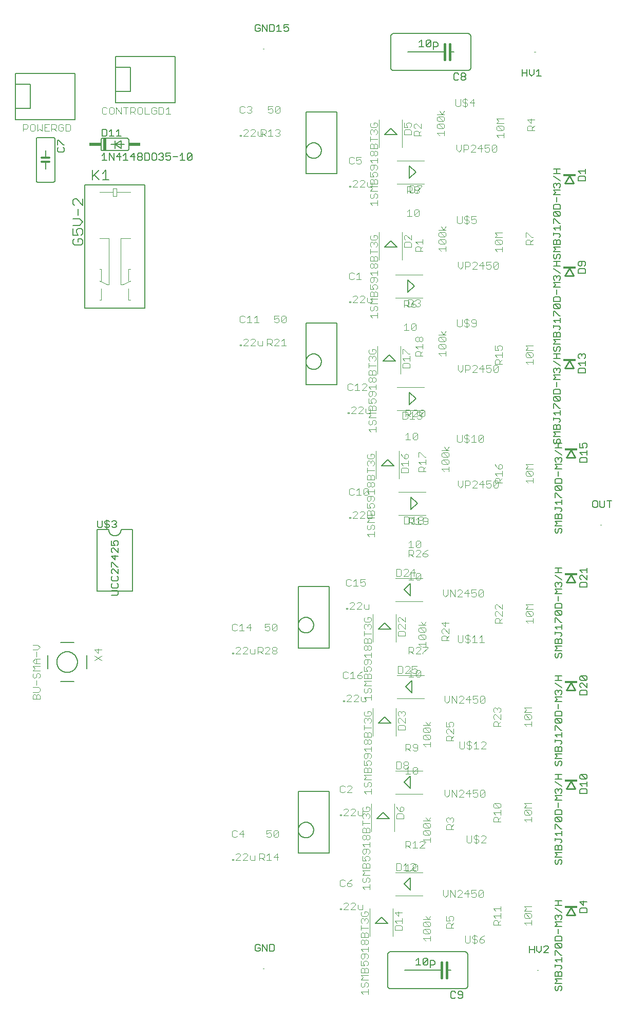
<source format=gto>
G75*
%MOIN*%
%OFA0B0*%
%FSLAX25Y25*%
%IPPOS*%
%LPD*%
%AMOC8*
5,1,8,0,0,1.08239X$1,22.5*
%
%ADD10C,0.00800*%
%ADD11C,0.00400*%
%ADD12C,0.00600*%
%ADD13C,0.00500*%
%ADD14C,0.00700*%
%ADD15R,0.02000X0.08000*%
%ADD16R,0.07500X0.02000*%
%ADD17C,0.01000*%
%ADD18R,0.08268X0.01181*%
%ADD19C,0.00000*%
%ADD20C,0.01200*%
%ADD21C,0.01600*%
D10*
X0038469Y0220202D02*
X0047131Y0220202D01*
X0055398Y0228469D02*
X0055398Y0237131D01*
X0047131Y0245398D02*
X0038469Y0245398D01*
X0030202Y0237131D02*
X0030202Y0228469D01*
X0036107Y0232800D02*
X0036109Y0232964D01*
X0036115Y0233128D01*
X0036125Y0233292D01*
X0036139Y0233456D01*
X0036157Y0233619D01*
X0036179Y0233782D01*
X0036206Y0233944D01*
X0036236Y0234106D01*
X0036270Y0234266D01*
X0036308Y0234426D01*
X0036349Y0234585D01*
X0036395Y0234743D01*
X0036445Y0234899D01*
X0036498Y0235055D01*
X0036555Y0235209D01*
X0036616Y0235361D01*
X0036681Y0235512D01*
X0036750Y0235662D01*
X0036822Y0235809D01*
X0036897Y0235955D01*
X0036977Y0236099D01*
X0037059Y0236241D01*
X0037145Y0236381D01*
X0037235Y0236518D01*
X0037328Y0236654D01*
X0037424Y0236787D01*
X0037524Y0236918D01*
X0037626Y0237046D01*
X0037732Y0237172D01*
X0037841Y0237295D01*
X0037953Y0237415D01*
X0038067Y0237533D01*
X0038185Y0237647D01*
X0038305Y0237759D01*
X0038428Y0237868D01*
X0038554Y0237974D01*
X0038682Y0238076D01*
X0038813Y0238176D01*
X0038946Y0238272D01*
X0039082Y0238365D01*
X0039219Y0238455D01*
X0039359Y0238541D01*
X0039501Y0238623D01*
X0039645Y0238703D01*
X0039791Y0238778D01*
X0039938Y0238850D01*
X0040088Y0238919D01*
X0040239Y0238984D01*
X0040391Y0239045D01*
X0040545Y0239102D01*
X0040701Y0239155D01*
X0040857Y0239205D01*
X0041015Y0239251D01*
X0041174Y0239292D01*
X0041334Y0239330D01*
X0041494Y0239364D01*
X0041656Y0239394D01*
X0041818Y0239421D01*
X0041981Y0239443D01*
X0042144Y0239461D01*
X0042308Y0239475D01*
X0042472Y0239485D01*
X0042636Y0239491D01*
X0042800Y0239493D01*
X0042964Y0239491D01*
X0043128Y0239485D01*
X0043292Y0239475D01*
X0043456Y0239461D01*
X0043619Y0239443D01*
X0043782Y0239421D01*
X0043944Y0239394D01*
X0044106Y0239364D01*
X0044266Y0239330D01*
X0044426Y0239292D01*
X0044585Y0239251D01*
X0044743Y0239205D01*
X0044899Y0239155D01*
X0045055Y0239102D01*
X0045209Y0239045D01*
X0045361Y0238984D01*
X0045512Y0238919D01*
X0045662Y0238850D01*
X0045809Y0238778D01*
X0045955Y0238703D01*
X0046099Y0238623D01*
X0046241Y0238541D01*
X0046381Y0238455D01*
X0046518Y0238365D01*
X0046654Y0238272D01*
X0046787Y0238176D01*
X0046918Y0238076D01*
X0047046Y0237974D01*
X0047172Y0237868D01*
X0047295Y0237759D01*
X0047415Y0237647D01*
X0047533Y0237533D01*
X0047647Y0237415D01*
X0047759Y0237295D01*
X0047868Y0237172D01*
X0047974Y0237046D01*
X0048076Y0236918D01*
X0048176Y0236787D01*
X0048272Y0236654D01*
X0048365Y0236518D01*
X0048455Y0236381D01*
X0048541Y0236241D01*
X0048623Y0236099D01*
X0048703Y0235955D01*
X0048778Y0235809D01*
X0048850Y0235662D01*
X0048919Y0235512D01*
X0048984Y0235361D01*
X0049045Y0235209D01*
X0049102Y0235055D01*
X0049155Y0234899D01*
X0049205Y0234743D01*
X0049251Y0234585D01*
X0049292Y0234426D01*
X0049330Y0234266D01*
X0049364Y0234106D01*
X0049394Y0233944D01*
X0049421Y0233782D01*
X0049443Y0233619D01*
X0049461Y0233456D01*
X0049475Y0233292D01*
X0049485Y0233128D01*
X0049491Y0232964D01*
X0049493Y0232800D01*
X0049491Y0232636D01*
X0049485Y0232472D01*
X0049475Y0232308D01*
X0049461Y0232144D01*
X0049443Y0231981D01*
X0049421Y0231818D01*
X0049394Y0231656D01*
X0049364Y0231494D01*
X0049330Y0231334D01*
X0049292Y0231174D01*
X0049251Y0231015D01*
X0049205Y0230857D01*
X0049155Y0230701D01*
X0049102Y0230545D01*
X0049045Y0230391D01*
X0048984Y0230239D01*
X0048919Y0230088D01*
X0048850Y0229938D01*
X0048778Y0229791D01*
X0048703Y0229645D01*
X0048623Y0229501D01*
X0048541Y0229359D01*
X0048455Y0229219D01*
X0048365Y0229082D01*
X0048272Y0228946D01*
X0048176Y0228813D01*
X0048076Y0228682D01*
X0047974Y0228554D01*
X0047868Y0228428D01*
X0047759Y0228305D01*
X0047647Y0228185D01*
X0047533Y0228067D01*
X0047415Y0227953D01*
X0047295Y0227841D01*
X0047172Y0227732D01*
X0047046Y0227626D01*
X0046918Y0227524D01*
X0046787Y0227424D01*
X0046654Y0227328D01*
X0046518Y0227235D01*
X0046381Y0227145D01*
X0046241Y0227059D01*
X0046099Y0226977D01*
X0045955Y0226897D01*
X0045809Y0226822D01*
X0045662Y0226750D01*
X0045512Y0226681D01*
X0045361Y0226616D01*
X0045209Y0226555D01*
X0045055Y0226498D01*
X0044899Y0226445D01*
X0044743Y0226395D01*
X0044585Y0226349D01*
X0044426Y0226308D01*
X0044266Y0226270D01*
X0044106Y0226236D01*
X0043944Y0226206D01*
X0043782Y0226179D01*
X0043619Y0226157D01*
X0043456Y0226139D01*
X0043292Y0226125D01*
X0043128Y0226115D01*
X0042964Y0226109D01*
X0042800Y0226107D01*
X0042636Y0226109D01*
X0042472Y0226115D01*
X0042308Y0226125D01*
X0042144Y0226139D01*
X0041981Y0226157D01*
X0041818Y0226179D01*
X0041656Y0226206D01*
X0041494Y0226236D01*
X0041334Y0226270D01*
X0041174Y0226308D01*
X0041015Y0226349D01*
X0040857Y0226395D01*
X0040701Y0226445D01*
X0040545Y0226498D01*
X0040391Y0226555D01*
X0040239Y0226616D01*
X0040088Y0226681D01*
X0039938Y0226750D01*
X0039791Y0226822D01*
X0039645Y0226897D01*
X0039501Y0226977D01*
X0039359Y0227059D01*
X0039219Y0227145D01*
X0039082Y0227235D01*
X0038946Y0227328D01*
X0038813Y0227424D01*
X0038682Y0227524D01*
X0038554Y0227626D01*
X0038428Y0227732D01*
X0038305Y0227841D01*
X0038185Y0227953D01*
X0038067Y0228067D01*
X0037953Y0228185D01*
X0037841Y0228305D01*
X0037732Y0228428D01*
X0037626Y0228554D01*
X0037524Y0228682D01*
X0037424Y0228813D01*
X0037328Y0228946D01*
X0037235Y0229082D01*
X0037145Y0229219D01*
X0037059Y0229359D01*
X0036977Y0229501D01*
X0036897Y0229645D01*
X0036822Y0229791D01*
X0036750Y0229938D01*
X0036681Y0230088D01*
X0036616Y0230239D01*
X0036555Y0230391D01*
X0036498Y0230545D01*
X0036445Y0230701D01*
X0036395Y0230857D01*
X0036349Y0231015D01*
X0036308Y0231174D01*
X0036270Y0231334D01*
X0036236Y0231494D01*
X0036206Y0231656D01*
X0036179Y0231818D01*
X0036157Y0231981D01*
X0036139Y0232144D01*
X0036125Y0232308D01*
X0036115Y0232472D01*
X0036109Y0232636D01*
X0036107Y0232800D01*
X0244863Y0254040D02*
X0252737Y0254040D01*
X0248800Y0258068D01*
X0244863Y0254040D01*
X0265560Y0275863D02*
X0261532Y0279800D01*
X0265560Y0283737D01*
X0265560Y0275863D01*
X0266040Y0331863D02*
X0266040Y0339737D01*
X0270068Y0335800D01*
X0266040Y0331863D01*
X0254737Y0360040D02*
X0246863Y0360040D01*
X0250800Y0364068D01*
X0254737Y0360040D01*
X0265040Y0399863D02*
X0265040Y0407737D01*
X0269068Y0403800D01*
X0265040Y0399863D01*
X0255737Y0428040D02*
X0247863Y0428040D01*
X0251800Y0432068D01*
X0255737Y0428040D01*
X0264040Y0472863D02*
X0264040Y0480737D01*
X0268068Y0476800D01*
X0264040Y0472863D01*
X0256737Y0502040D02*
X0248863Y0502040D01*
X0252800Y0506068D01*
X0256737Y0502040D01*
X0265040Y0546863D02*
X0265040Y0554737D01*
X0269068Y0550800D01*
X0265040Y0546863D01*
X0256737Y0575040D02*
X0248863Y0575040D01*
X0252800Y0579068D01*
X0256737Y0575040D01*
X0112796Y0595898D02*
X0112796Y0625800D01*
X0074312Y0625800D01*
X0074312Y0618713D01*
X0083859Y0618713D01*
X0083859Y0602985D01*
X0074312Y0602985D01*
X0074312Y0595898D01*
X0112796Y0595898D01*
X0074312Y0602985D02*
X0074312Y0618713D01*
X0047796Y0614800D02*
X0047796Y0584898D01*
X0009312Y0584898D01*
X0009312Y0591985D01*
X0018859Y0591985D01*
X0018859Y0607713D01*
X0009312Y0607713D01*
X0009312Y0591985D01*
X0009312Y0607713D02*
X0009312Y0614800D01*
X0047796Y0614800D01*
X0266560Y0220737D02*
X0262532Y0216800D01*
X0266560Y0212863D01*
X0266560Y0220737D01*
X0248800Y0197068D02*
X0252737Y0193040D01*
X0244863Y0193040D01*
X0248800Y0197068D01*
X0265560Y0158737D02*
X0265560Y0150863D01*
X0261532Y0154800D01*
X0265560Y0158737D01*
X0247800Y0135068D02*
X0243863Y0131040D01*
X0251737Y0131040D01*
X0247800Y0135068D01*
X0265560Y0092737D02*
X0265560Y0084863D01*
X0261532Y0088800D01*
X0265560Y0092737D01*
X0246800Y0067068D02*
X0242863Y0063040D01*
X0250737Y0063040D01*
X0246800Y0067068D01*
D11*
X0020496Y0208669D02*
X0020496Y0210970D01*
X0021263Y0211738D01*
X0022031Y0211738D01*
X0022798Y0210970D01*
X0022798Y0208669D01*
X0022798Y0210970D02*
X0023565Y0211738D01*
X0024333Y0211738D01*
X0025100Y0210970D01*
X0025100Y0208669D01*
X0020496Y0208669D01*
X0020496Y0213272D02*
X0024333Y0213272D01*
X0025100Y0214040D01*
X0025100Y0215574D01*
X0024333Y0216342D01*
X0020496Y0216342D01*
X0022798Y0217876D02*
X0022798Y0220946D01*
X0022031Y0222480D02*
X0022798Y0223248D01*
X0022798Y0224782D01*
X0023565Y0225550D01*
X0024333Y0225550D01*
X0025100Y0224782D01*
X0025100Y0223248D01*
X0024333Y0222480D01*
X0022031Y0222480D02*
X0021263Y0222480D01*
X0020496Y0223248D01*
X0020496Y0224782D01*
X0021263Y0225550D01*
X0020496Y0227084D02*
X0022031Y0228619D01*
X0020496Y0230154D01*
X0025100Y0230154D01*
X0025100Y0231688D02*
X0022031Y0231688D01*
X0020496Y0233223D01*
X0022031Y0234757D01*
X0025100Y0234757D01*
X0022798Y0234757D02*
X0022798Y0231688D01*
X0022798Y0236292D02*
X0022798Y0239361D01*
X0023565Y0240896D02*
X0025100Y0242431D01*
X0023565Y0243965D01*
X0020496Y0243965D01*
X0020496Y0240896D02*
X0023565Y0240896D01*
X0025100Y0227084D02*
X0020496Y0227084D01*
X0060496Y0233792D02*
X0065100Y0236861D01*
X0062798Y0238396D02*
X0062798Y0241465D01*
X0060496Y0240698D02*
X0062798Y0238396D01*
X0060496Y0236861D02*
X0065100Y0233792D01*
X0065100Y0240698D02*
X0060496Y0240698D01*
X0150000Y0238767D02*
X0150767Y0238767D01*
X0150767Y0238000D01*
X0150000Y0238000D01*
X0150000Y0238767D01*
X0152302Y0238000D02*
X0155371Y0241069D01*
X0155371Y0241837D01*
X0154604Y0242604D01*
X0153069Y0242604D01*
X0152302Y0241837D01*
X0152302Y0238000D02*
X0155371Y0238000D01*
X0156906Y0238000D02*
X0159975Y0241069D01*
X0159975Y0241837D01*
X0159208Y0242604D01*
X0157673Y0242604D01*
X0156906Y0241837D01*
X0156906Y0238000D02*
X0159975Y0238000D01*
X0161510Y0238767D02*
X0162277Y0238000D01*
X0164579Y0238000D01*
X0164579Y0241069D01*
X0166688Y0239535D02*
X0168990Y0239535D01*
X0169757Y0240302D01*
X0169757Y0241837D01*
X0168990Y0242604D01*
X0166688Y0242604D01*
X0166688Y0238000D01*
X0168223Y0239535D02*
X0169757Y0238000D01*
X0171292Y0238000D02*
X0174361Y0241069D01*
X0174361Y0241837D01*
X0173594Y0242604D01*
X0172059Y0242604D01*
X0171292Y0241837D01*
X0171292Y0238000D02*
X0174361Y0238000D01*
X0175896Y0238767D02*
X0175896Y0239535D01*
X0176663Y0240302D01*
X0178198Y0240302D01*
X0178965Y0239535D01*
X0178965Y0238767D01*
X0178198Y0238000D01*
X0176663Y0238000D01*
X0175896Y0238767D01*
X0176663Y0240302D02*
X0175896Y0241069D01*
X0175896Y0241837D01*
X0176663Y0242604D01*
X0178198Y0242604D01*
X0178965Y0241837D01*
X0178965Y0241069D01*
X0178198Y0240302D01*
X0178198Y0253000D02*
X0176663Y0253000D01*
X0175896Y0253767D01*
X0178965Y0256837D01*
X0178965Y0253767D01*
X0178198Y0253000D01*
X0175896Y0253767D02*
X0175896Y0256837D01*
X0176663Y0257604D01*
X0178198Y0257604D01*
X0178965Y0256837D01*
X0174361Y0257604D02*
X0171292Y0257604D01*
X0171292Y0255302D01*
X0172827Y0256069D01*
X0173594Y0256069D01*
X0174361Y0255302D01*
X0174361Y0253767D01*
X0173594Y0253000D01*
X0172059Y0253000D01*
X0171292Y0253767D01*
X0162277Y0255302D02*
X0159208Y0255302D01*
X0161510Y0257604D01*
X0161510Y0253000D01*
X0157673Y0253000D02*
X0154604Y0253000D01*
X0156139Y0253000D02*
X0156139Y0257604D01*
X0154604Y0256069D01*
X0153069Y0256837D02*
X0152302Y0257604D01*
X0150767Y0257604D01*
X0150000Y0256837D01*
X0150000Y0253767D01*
X0150767Y0253000D01*
X0152302Y0253000D01*
X0153069Y0253767D01*
X0161510Y0241069D02*
X0161510Y0238767D01*
X0222000Y0225837D02*
X0222000Y0222767D01*
X0222767Y0222000D01*
X0224302Y0222000D01*
X0225069Y0222767D01*
X0226604Y0222000D02*
X0229673Y0222000D01*
X0228139Y0222000D02*
X0228139Y0226604D01*
X0226604Y0225069D01*
X0225069Y0225837D02*
X0224302Y0226604D01*
X0222767Y0226604D01*
X0222000Y0225837D01*
X0225069Y0211604D02*
X0224302Y0210837D01*
X0225069Y0211604D02*
X0226604Y0211604D01*
X0227371Y0210837D01*
X0227371Y0210069D01*
X0224302Y0207000D01*
X0227371Y0207000D01*
X0228906Y0207000D02*
X0231975Y0210069D01*
X0231975Y0210837D01*
X0231208Y0211604D01*
X0229673Y0211604D01*
X0228906Y0210837D01*
X0228906Y0207000D02*
X0231975Y0207000D01*
X0233510Y0207767D02*
X0234277Y0207000D01*
X0236579Y0207000D01*
X0236579Y0210069D01*
X0235496Y0209787D02*
X0240100Y0209787D01*
X0240100Y0208253D02*
X0240100Y0211322D01*
X0239333Y0212857D02*
X0240100Y0213624D01*
X0240100Y0215159D01*
X0239333Y0215926D01*
X0238565Y0215926D01*
X0237798Y0215159D01*
X0237798Y0213624D01*
X0237031Y0212857D01*
X0236263Y0212857D01*
X0235496Y0213624D01*
X0235496Y0215159D01*
X0236263Y0215926D01*
X0235496Y0217461D02*
X0237031Y0218995D01*
X0235496Y0220530D01*
X0240100Y0220530D01*
X0240100Y0222065D02*
X0240100Y0224367D01*
X0239333Y0225134D01*
X0238565Y0225134D01*
X0237798Y0224367D01*
X0237798Y0222065D01*
X0237798Y0224367D02*
X0237031Y0225134D01*
X0236263Y0225134D01*
X0235496Y0224367D01*
X0235496Y0222065D01*
X0240100Y0222065D01*
X0240100Y0217461D02*
X0235496Y0217461D01*
X0233510Y0222000D02*
X0234277Y0222767D01*
X0234277Y0223535D01*
X0233510Y0224302D01*
X0231208Y0224302D01*
X0231208Y0222767D01*
X0231975Y0222000D01*
X0233510Y0222000D01*
X0231208Y0224302D02*
X0232742Y0225837D01*
X0234277Y0226604D01*
X0235496Y0226668D02*
X0237798Y0226668D01*
X0237031Y0228203D01*
X0237031Y0228970D01*
X0237798Y0229738D01*
X0239333Y0229738D01*
X0240100Y0228970D01*
X0240100Y0227436D01*
X0239333Y0226668D01*
X0235496Y0226668D02*
X0235496Y0229738D01*
X0236263Y0231272D02*
X0237031Y0231272D01*
X0237798Y0232040D01*
X0237798Y0234342D01*
X0236263Y0234342D02*
X0235496Y0233574D01*
X0235496Y0232040D01*
X0236263Y0231272D01*
X0236263Y0234342D02*
X0239333Y0234342D01*
X0240100Y0233574D01*
X0240100Y0232040D01*
X0239333Y0231272D01*
X0240100Y0235876D02*
X0240100Y0238946D01*
X0240100Y0237411D02*
X0235496Y0237411D01*
X0237031Y0235876D01*
X0237031Y0240480D02*
X0236263Y0240480D01*
X0235496Y0241248D01*
X0235496Y0242782D01*
X0236263Y0243550D01*
X0237031Y0243550D01*
X0237798Y0242782D01*
X0237798Y0241248D01*
X0237031Y0240480D01*
X0237798Y0241248D02*
X0238565Y0240480D01*
X0239333Y0240480D01*
X0240100Y0241248D01*
X0240100Y0242782D01*
X0239333Y0243550D01*
X0238565Y0243550D01*
X0237798Y0242782D01*
X0237798Y0245084D02*
X0237798Y0247386D01*
X0238565Y0248153D01*
X0239333Y0248153D01*
X0240100Y0247386D01*
X0240100Y0245084D01*
X0235496Y0245084D01*
X0235496Y0247386D01*
X0236263Y0248153D01*
X0237031Y0248153D01*
X0237798Y0247386D01*
X0235496Y0249688D02*
X0235496Y0252757D01*
X0235496Y0251223D02*
X0240100Y0251223D01*
X0239333Y0254292D02*
X0240100Y0255059D01*
X0240100Y0256594D01*
X0239333Y0257361D01*
X0238565Y0257361D01*
X0237798Y0256594D01*
X0237798Y0255827D01*
X0237798Y0256594D02*
X0237031Y0257361D01*
X0236263Y0257361D01*
X0235496Y0256594D01*
X0235496Y0255059D01*
X0236263Y0254292D01*
X0236263Y0258896D02*
X0239333Y0258896D01*
X0240100Y0259663D01*
X0240100Y0261198D01*
X0239333Y0261965D01*
X0237798Y0261965D01*
X0237798Y0260431D01*
X0236263Y0261965D02*
X0235496Y0261198D01*
X0235496Y0259663D01*
X0236263Y0258896D01*
X0241300Y0263700D02*
X0241300Y0245900D01*
X0238579Y0267000D02*
X0236277Y0267000D01*
X0235510Y0267767D01*
X0235510Y0270069D01*
X0233975Y0270069D02*
X0230906Y0267000D01*
X0233975Y0267000D01*
X0233975Y0270069D02*
X0233975Y0270837D01*
X0233208Y0271604D01*
X0231673Y0271604D01*
X0230906Y0270837D01*
X0229371Y0270837D02*
X0228604Y0271604D01*
X0227069Y0271604D01*
X0226302Y0270837D01*
X0229371Y0270837D02*
X0229371Y0270069D01*
X0226302Y0267000D01*
X0229371Y0267000D01*
X0224767Y0267000D02*
X0224000Y0267000D01*
X0224000Y0267767D01*
X0224767Y0267767D01*
X0224767Y0267000D01*
X0224767Y0282000D02*
X0226302Y0282000D01*
X0227069Y0282767D01*
X0228604Y0282000D02*
X0231673Y0282000D01*
X0230139Y0282000D02*
X0230139Y0286604D01*
X0228604Y0285069D01*
X0227069Y0285837D02*
X0226302Y0286604D01*
X0224767Y0286604D01*
X0224000Y0285837D01*
X0224000Y0282767D01*
X0224767Y0282000D01*
X0233208Y0282767D02*
X0233975Y0282000D01*
X0235510Y0282000D01*
X0236277Y0282767D01*
X0236277Y0284302D01*
X0235510Y0285069D01*
X0234742Y0285069D01*
X0233208Y0284302D01*
X0233208Y0286604D01*
X0236277Y0286604D01*
X0238579Y0270069D02*
X0238579Y0267000D01*
X0256300Y0263700D02*
X0256300Y0245900D01*
X0257496Y0249688D02*
X0257496Y0251990D01*
X0258263Y0252757D01*
X0261333Y0252757D01*
X0262100Y0251990D01*
X0262100Y0249688D01*
X0257496Y0249688D01*
X0258263Y0254292D02*
X0257496Y0255059D01*
X0257496Y0256594D01*
X0258263Y0257361D01*
X0259031Y0257361D01*
X0262100Y0254292D01*
X0262100Y0257361D01*
X0262100Y0258896D02*
X0259031Y0261965D01*
X0258263Y0261965D01*
X0257496Y0261198D01*
X0257496Y0259663D01*
X0258263Y0258896D01*
X0262100Y0258896D02*
X0262100Y0261965D01*
X0255900Y0272300D02*
X0273700Y0272300D01*
X0272531Y0258965D02*
X0274065Y0256663D01*
X0275600Y0258965D01*
X0275600Y0256663D02*
X0270996Y0256663D01*
X0271763Y0255129D02*
X0274833Y0252059D01*
X0275600Y0252827D01*
X0275600Y0254361D01*
X0274833Y0255129D01*
X0271763Y0255129D01*
X0270996Y0254361D01*
X0270996Y0252827D01*
X0271763Y0252059D01*
X0274833Y0252059D01*
X0274833Y0250525D02*
X0275600Y0249757D01*
X0275600Y0248223D01*
X0274833Y0247456D01*
X0271763Y0250525D01*
X0274833Y0250525D01*
X0274833Y0247456D02*
X0271763Y0247456D01*
X0270996Y0248223D01*
X0270996Y0249757D01*
X0271763Y0250525D01*
X0275600Y0245921D02*
X0275600Y0242852D01*
X0276777Y0242604D02*
X0276777Y0241837D01*
X0273708Y0238767D01*
X0273708Y0238000D01*
X0272173Y0238000D02*
X0269104Y0238000D01*
X0272173Y0241069D01*
X0272173Y0241837D01*
X0271406Y0242604D01*
X0269871Y0242604D01*
X0269104Y0241837D01*
X0267569Y0241837D02*
X0267569Y0240302D01*
X0266802Y0239535D01*
X0264500Y0239535D01*
X0266035Y0239535D02*
X0267569Y0238000D01*
X0264500Y0238000D02*
X0264500Y0242604D01*
X0266802Y0242604D01*
X0267569Y0241837D01*
X0270996Y0244386D02*
X0275600Y0244386D01*
X0276777Y0242604D02*
X0273708Y0242604D01*
X0272531Y0242852D02*
X0270996Y0244386D01*
X0269777Y0230104D02*
X0266708Y0230104D01*
X0266708Y0227802D01*
X0268242Y0228569D01*
X0269010Y0228569D01*
X0269777Y0227802D01*
X0269777Y0226267D01*
X0269010Y0225500D01*
X0267475Y0225500D01*
X0266708Y0226267D01*
X0266035Y0227604D02*
X0266035Y0223000D01*
X0267569Y0223000D02*
X0264500Y0223000D01*
X0265173Y0225500D02*
X0262104Y0225500D01*
X0265173Y0228569D01*
X0265173Y0229337D01*
X0264406Y0230104D01*
X0262871Y0230104D01*
X0262104Y0229337D01*
X0260569Y0229337D02*
X0259802Y0230104D01*
X0257500Y0230104D01*
X0257500Y0225500D01*
X0259802Y0225500D01*
X0260569Y0226267D01*
X0260569Y0229337D01*
X0264500Y0226069D02*
X0266035Y0227604D01*
X0269104Y0226837D02*
X0269871Y0227604D01*
X0271406Y0227604D01*
X0272173Y0226837D01*
X0269104Y0223767D01*
X0269871Y0223000D01*
X0271406Y0223000D01*
X0272173Y0223767D01*
X0272173Y0226837D01*
X0269104Y0226837D02*
X0269104Y0223767D01*
X0274700Y0224300D02*
X0256900Y0224300D01*
X0256900Y0209300D02*
X0274700Y0209300D01*
X0287845Y0210710D02*
X0287845Y0207641D01*
X0289380Y0206106D01*
X0290915Y0207641D01*
X0290915Y0210710D01*
X0292449Y0210710D02*
X0295518Y0206106D01*
X0295518Y0210710D01*
X0297053Y0209943D02*
X0297820Y0210710D01*
X0299355Y0210710D01*
X0300122Y0209943D01*
X0300122Y0209175D01*
X0297053Y0206106D01*
X0300122Y0206106D01*
X0301657Y0208408D02*
X0304726Y0208408D01*
X0306261Y0208408D02*
X0307796Y0209175D01*
X0308563Y0209175D01*
X0309330Y0208408D01*
X0309330Y0206873D01*
X0308563Y0206106D01*
X0307028Y0206106D01*
X0306261Y0206873D01*
X0306261Y0208408D02*
X0306261Y0210710D01*
X0309330Y0210710D01*
X0310865Y0209943D02*
X0311632Y0210710D01*
X0313167Y0210710D01*
X0313934Y0209943D01*
X0310865Y0206873D01*
X0311632Y0206106D01*
X0313167Y0206106D01*
X0313934Y0206873D01*
X0313934Y0209943D01*
X0310865Y0209943D02*
X0310865Y0206873D01*
X0303959Y0206106D02*
X0303959Y0210710D01*
X0301657Y0208408D01*
X0292449Y0206106D02*
X0292449Y0210710D01*
X0292833Y0193965D02*
X0293600Y0193198D01*
X0293600Y0191663D01*
X0292833Y0190896D01*
X0291298Y0190896D02*
X0290531Y0192431D01*
X0290531Y0193198D01*
X0291298Y0193965D01*
X0292833Y0193965D01*
X0291298Y0190896D02*
X0288996Y0190896D01*
X0288996Y0193965D01*
X0289763Y0189361D02*
X0288996Y0188594D01*
X0288996Y0187059D01*
X0289763Y0186292D01*
X0289763Y0184757D02*
X0291298Y0184757D01*
X0292065Y0183990D01*
X0292065Y0181688D01*
X0292065Y0183223D02*
X0293600Y0184757D01*
X0293600Y0186292D02*
X0290531Y0189361D01*
X0289763Y0189361D01*
X0293600Y0189361D02*
X0293600Y0186292D01*
X0289763Y0184757D02*
X0288996Y0183990D01*
X0288996Y0181688D01*
X0293600Y0181688D01*
X0297584Y0181104D02*
X0297584Y0177267D01*
X0298352Y0176500D01*
X0299886Y0176500D01*
X0300654Y0177267D01*
X0300654Y0181104D01*
X0302188Y0180337D02*
X0302955Y0181104D01*
X0304490Y0181104D01*
X0305257Y0180337D01*
X0304490Y0178802D02*
X0302955Y0178802D01*
X0302188Y0179569D01*
X0302188Y0180337D01*
X0303723Y0181871D02*
X0303723Y0175733D01*
X0304490Y0176500D02*
X0305257Y0177267D01*
X0305257Y0178035D01*
X0304490Y0178802D01*
X0304490Y0176500D02*
X0302955Y0176500D01*
X0302188Y0177267D01*
X0306792Y0176500D02*
X0309861Y0176500D01*
X0308327Y0176500D02*
X0308327Y0181104D01*
X0306792Y0179569D01*
X0311396Y0180337D02*
X0312163Y0181104D01*
X0313698Y0181104D01*
X0314465Y0180337D01*
X0314465Y0179569D01*
X0311396Y0176500D01*
X0314465Y0176500D01*
X0319496Y0191000D02*
X0319496Y0193302D01*
X0320263Y0194069D01*
X0321798Y0194069D01*
X0322565Y0193302D01*
X0322565Y0191000D01*
X0322565Y0192535D02*
X0324100Y0194069D01*
X0324100Y0195604D02*
X0321031Y0198673D01*
X0320263Y0198673D01*
X0319496Y0197906D01*
X0319496Y0196371D01*
X0320263Y0195604D01*
X0324100Y0195604D02*
X0324100Y0198673D01*
X0323333Y0200208D02*
X0324100Y0200975D01*
X0324100Y0202510D01*
X0323333Y0203277D01*
X0322565Y0203277D01*
X0321798Y0202510D01*
X0321798Y0201742D01*
X0321798Y0202510D02*
X0321031Y0203277D01*
X0320263Y0203277D01*
X0319496Y0202510D01*
X0319496Y0200975D01*
X0320263Y0200208D01*
X0319496Y0191000D02*
X0324100Y0191000D01*
X0339496Y0192535D02*
X0344100Y0192535D01*
X0344100Y0194069D02*
X0344100Y0191000D01*
X0341031Y0191000D02*
X0339496Y0192535D01*
X0340263Y0195604D02*
X0339496Y0196371D01*
X0339496Y0197906D01*
X0340263Y0198673D01*
X0343333Y0195604D01*
X0344100Y0196371D01*
X0344100Y0197906D01*
X0343333Y0198673D01*
X0340263Y0198673D01*
X0339496Y0200208D02*
X0341031Y0201742D01*
X0339496Y0203277D01*
X0344100Y0203277D01*
X0344100Y0200208D02*
X0339496Y0200208D01*
X0340263Y0195604D02*
X0343333Y0195604D01*
X0344100Y0141277D02*
X0339496Y0141277D01*
X0341031Y0139742D01*
X0339496Y0138208D01*
X0344100Y0138208D01*
X0343333Y0136673D02*
X0340263Y0136673D01*
X0343333Y0133604D01*
X0344100Y0134371D01*
X0344100Y0135906D01*
X0343333Y0136673D01*
X0343333Y0133604D02*
X0340263Y0133604D01*
X0339496Y0134371D01*
X0339496Y0135906D01*
X0340263Y0136673D01*
X0344100Y0132069D02*
X0344100Y0129000D01*
X0344100Y0130535D02*
X0339496Y0130535D01*
X0341031Y0129000D01*
X0324100Y0129000D02*
X0319496Y0129000D01*
X0319496Y0131302D01*
X0320263Y0132069D01*
X0321798Y0132069D01*
X0322565Y0131302D01*
X0322565Y0129000D01*
X0322565Y0130535D02*
X0324100Y0132069D01*
X0324100Y0133604D02*
X0324100Y0136673D01*
X0324100Y0135139D02*
X0319496Y0135139D01*
X0321031Y0133604D01*
X0320263Y0138208D02*
X0319496Y0138975D01*
X0319496Y0140510D01*
X0320263Y0141277D01*
X0323333Y0138208D01*
X0324100Y0138975D01*
X0324100Y0140510D01*
X0323333Y0141277D01*
X0320263Y0141277D01*
X0320263Y0138208D02*
X0323333Y0138208D01*
X0313934Y0145873D02*
X0313167Y0145106D01*
X0311632Y0145106D01*
X0310865Y0145873D01*
X0313934Y0148943D01*
X0313934Y0145873D01*
X0310865Y0145873D02*
X0310865Y0148943D01*
X0311632Y0149710D01*
X0313167Y0149710D01*
X0313934Y0148943D01*
X0309330Y0149710D02*
X0306261Y0149710D01*
X0306261Y0147408D01*
X0307796Y0148175D01*
X0308563Y0148175D01*
X0309330Y0147408D01*
X0309330Y0145873D01*
X0308563Y0145106D01*
X0307028Y0145106D01*
X0306261Y0145873D01*
X0304726Y0147408D02*
X0301657Y0147408D01*
X0303959Y0149710D01*
X0303959Y0145106D01*
X0300122Y0145106D02*
X0297053Y0145106D01*
X0300122Y0148175D01*
X0300122Y0148943D01*
X0299355Y0149710D01*
X0297820Y0149710D01*
X0297053Y0148943D01*
X0295518Y0149710D02*
X0295518Y0145106D01*
X0292449Y0149710D01*
X0292449Y0145106D01*
X0290915Y0146641D02*
X0290915Y0149710D01*
X0290915Y0146641D02*
X0289380Y0145106D01*
X0287845Y0146641D01*
X0287845Y0149710D01*
X0289763Y0131965D02*
X0290531Y0131965D01*
X0291298Y0131198D01*
X0292065Y0131965D01*
X0292833Y0131965D01*
X0293600Y0131198D01*
X0293600Y0129663D01*
X0292833Y0128896D01*
X0293600Y0127361D02*
X0292065Y0125827D01*
X0292065Y0126594D02*
X0292065Y0124292D01*
X0293600Y0124292D02*
X0288996Y0124292D01*
X0288996Y0126594D01*
X0289763Y0127361D01*
X0291298Y0127361D01*
X0292065Y0126594D01*
X0289763Y0128896D02*
X0288996Y0129663D01*
X0288996Y0131198D01*
X0289763Y0131965D01*
X0291298Y0131198D02*
X0291298Y0130431D01*
X0302188Y0120104D02*
X0302188Y0116267D01*
X0302956Y0115500D01*
X0304490Y0115500D01*
X0305257Y0116267D01*
X0305257Y0120104D01*
X0306792Y0119337D02*
X0307559Y0120104D01*
X0309094Y0120104D01*
X0309861Y0119337D01*
X0311396Y0119337D02*
X0312163Y0120104D01*
X0313698Y0120104D01*
X0314465Y0119337D01*
X0314465Y0118569D01*
X0311396Y0115500D01*
X0314465Y0115500D01*
X0309861Y0116267D02*
X0309861Y0117035D01*
X0309094Y0117802D01*
X0307559Y0117802D01*
X0306792Y0118569D01*
X0306792Y0119337D01*
X0308327Y0120871D02*
X0308327Y0114733D01*
X0309094Y0115500D02*
X0309861Y0116267D01*
X0309094Y0115500D02*
X0307559Y0115500D01*
X0306792Y0116267D01*
X0305261Y0084710D02*
X0305261Y0082408D01*
X0306796Y0083175D01*
X0307563Y0083175D01*
X0308330Y0082408D01*
X0308330Y0080873D01*
X0307563Y0080106D01*
X0306028Y0080106D01*
X0305261Y0080873D01*
X0303726Y0082408D02*
X0300657Y0082408D01*
X0302959Y0084710D01*
X0302959Y0080106D01*
X0299122Y0080106D02*
X0296053Y0080106D01*
X0299122Y0083175D01*
X0299122Y0083943D01*
X0298355Y0084710D01*
X0296820Y0084710D01*
X0296053Y0083943D01*
X0294518Y0084710D02*
X0294518Y0080106D01*
X0291449Y0084710D01*
X0291449Y0080106D01*
X0289915Y0081641D02*
X0289915Y0084710D01*
X0289915Y0081641D02*
X0288380Y0080106D01*
X0286845Y0081641D01*
X0286845Y0084710D01*
X0288996Y0067965D02*
X0288996Y0064896D01*
X0291298Y0064896D01*
X0290531Y0066431D01*
X0290531Y0067198D01*
X0291298Y0067965D01*
X0292833Y0067965D01*
X0293600Y0067198D01*
X0293600Y0065663D01*
X0292833Y0064896D01*
X0293600Y0063361D02*
X0292065Y0061827D01*
X0292065Y0062594D02*
X0292065Y0060292D01*
X0293600Y0060292D02*
X0288996Y0060292D01*
X0288996Y0062594D01*
X0289763Y0063361D01*
X0291298Y0063361D01*
X0292065Y0062594D01*
X0301188Y0055104D02*
X0301188Y0051267D01*
X0301956Y0050500D01*
X0303490Y0050500D01*
X0304257Y0051267D01*
X0304257Y0055104D01*
X0305792Y0054337D02*
X0306559Y0055104D01*
X0308094Y0055104D01*
X0308861Y0054337D01*
X0308094Y0052802D02*
X0306559Y0052802D01*
X0305792Y0053569D01*
X0305792Y0054337D01*
X0307327Y0055871D02*
X0307327Y0049733D01*
X0308094Y0050500D02*
X0308861Y0051267D01*
X0308861Y0052035D01*
X0308094Y0052802D01*
X0308094Y0050500D02*
X0306559Y0050500D01*
X0305792Y0051267D01*
X0310396Y0051267D02*
X0310396Y0052802D01*
X0312698Y0052802D01*
X0313465Y0052035D01*
X0313465Y0051267D01*
X0312698Y0050500D01*
X0311163Y0050500D01*
X0310396Y0051267D01*
X0310396Y0052802D02*
X0311931Y0054337D01*
X0313465Y0055104D01*
X0319496Y0062000D02*
X0319496Y0064302D01*
X0320263Y0065069D01*
X0321798Y0065069D01*
X0322565Y0064302D01*
X0322565Y0062000D01*
X0322565Y0063535D02*
X0324100Y0065069D01*
X0324100Y0066604D02*
X0324100Y0069673D01*
X0324100Y0068139D02*
X0319496Y0068139D01*
X0321031Y0066604D01*
X0321031Y0071208D02*
X0319496Y0072742D01*
X0324100Y0072742D01*
X0324100Y0071208D02*
X0324100Y0074277D01*
X0324100Y0062000D02*
X0319496Y0062000D01*
X0312167Y0080106D02*
X0310632Y0080106D01*
X0309865Y0080873D01*
X0312934Y0083943D01*
X0312934Y0080873D01*
X0312167Y0080106D01*
X0309865Y0080873D02*
X0309865Y0083943D01*
X0310632Y0084710D01*
X0312167Y0084710D01*
X0312934Y0083943D01*
X0308330Y0084710D02*
X0305261Y0084710D01*
X0278600Y0067965D02*
X0277065Y0065663D01*
X0275531Y0067965D01*
X0273996Y0065663D02*
X0278600Y0065663D01*
X0277833Y0064129D02*
X0278600Y0063361D01*
X0278600Y0061827D01*
X0277833Y0061059D01*
X0274763Y0064129D01*
X0277833Y0064129D01*
X0277833Y0061059D02*
X0274763Y0061059D01*
X0273996Y0061827D01*
X0273996Y0063361D01*
X0274763Y0064129D01*
X0274763Y0059525D02*
X0277833Y0056456D01*
X0278600Y0057223D01*
X0278600Y0058757D01*
X0277833Y0059525D01*
X0274763Y0059525D01*
X0273996Y0058757D01*
X0273996Y0057223D01*
X0274763Y0056456D01*
X0277833Y0056456D01*
X0278600Y0054921D02*
X0278600Y0051852D01*
X0278600Y0053386D02*
X0273996Y0053386D01*
X0275531Y0051852D01*
X0260100Y0058688D02*
X0260100Y0060990D01*
X0259333Y0061757D01*
X0256263Y0061757D01*
X0255496Y0060990D01*
X0255496Y0058688D01*
X0260100Y0058688D01*
X0260100Y0063292D02*
X0260100Y0066361D01*
X0260100Y0064827D02*
X0255496Y0064827D01*
X0257031Y0063292D01*
X0257798Y0067896D02*
X0257798Y0070965D01*
X0255496Y0070198D02*
X0257798Y0067896D01*
X0260100Y0070198D02*
X0255496Y0070198D01*
X0254300Y0072700D02*
X0254300Y0054900D01*
X0239300Y0054900D02*
X0239300Y0072700D01*
X0237333Y0070965D02*
X0235798Y0070965D01*
X0235798Y0069431D01*
X0234263Y0070965D02*
X0233496Y0070198D01*
X0233496Y0068663D01*
X0234263Y0067896D01*
X0237333Y0067896D01*
X0238100Y0068663D01*
X0238100Y0070198D01*
X0237333Y0070965D01*
X0234579Y0072000D02*
X0232277Y0072000D01*
X0231510Y0072767D01*
X0231510Y0075069D01*
X0229975Y0075069D02*
X0229975Y0075837D01*
X0229208Y0076604D01*
X0227673Y0076604D01*
X0226906Y0075837D01*
X0225371Y0075837D02*
X0224604Y0076604D01*
X0223069Y0076604D01*
X0222302Y0075837D01*
X0225371Y0075837D02*
X0225371Y0075069D01*
X0222302Y0072000D01*
X0225371Y0072000D01*
X0226906Y0072000D02*
X0229975Y0075069D01*
X0229975Y0072000D02*
X0226906Y0072000D01*
X0233496Y0065594D02*
X0234263Y0066361D01*
X0235031Y0066361D01*
X0235798Y0065594D01*
X0236565Y0066361D01*
X0237333Y0066361D01*
X0238100Y0065594D01*
X0238100Y0064059D01*
X0237333Y0063292D01*
X0235798Y0064827D02*
X0235798Y0065594D01*
X0233496Y0065594D02*
X0233496Y0064059D01*
X0234263Y0063292D01*
X0233496Y0061757D02*
X0233496Y0058688D01*
X0233496Y0060223D02*
X0238100Y0060223D01*
X0237333Y0057153D02*
X0238100Y0056386D01*
X0238100Y0054084D01*
X0233496Y0054084D01*
X0233496Y0056386D01*
X0234263Y0057153D01*
X0235031Y0057153D01*
X0235798Y0056386D01*
X0235798Y0054084D01*
X0235031Y0052550D02*
X0235798Y0051782D01*
X0235798Y0050248D01*
X0235031Y0049480D01*
X0234263Y0049480D01*
X0233496Y0050248D01*
X0233496Y0051782D01*
X0234263Y0052550D01*
X0235031Y0052550D01*
X0235798Y0051782D02*
X0236565Y0052550D01*
X0237333Y0052550D01*
X0238100Y0051782D01*
X0238100Y0050248D01*
X0237333Y0049480D01*
X0236565Y0049480D01*
X0235798Y0050248D01*
X0238100Y0047946D02*
X0238100Y0044876D01*
X0238100Y0046411D02*
X0233496Y0046411D01*
X0235031Y0044876D01*
X0235798Y0043342D02*
X0235798Y0041040D01*
X0235031Y0040272D01*
X0234263Y0040272D01*
X0233496Y0041040D01*
X0233496Y0042574D01*
X0234263Y0043342D01*
X0237333Y0043342D01*
X0238100Y0042574D01*
X0238100Y0041040D01*
X0237333Y0040272D01*
X0237333Y0038738D02*
X0238100Y0037970D01*
X0238100Y0036436D01*
X0237333Y0035668D01*
X0237333Y0034134D02*
X0238100Y0033367D01*
X0238100Y0031065D01*
X0233496Y0031065D01*
X0233496Y0033367D01*
X0234263Y0034134D01*
X0235031Y0034134D01*
X0235798Y0033367D01*
X0235798Y0031065D01*
X0235798Y0033367D02*
X0236565Y0034134D01*
X0237333Y0034134D01*
X0235798Y0035668D02*
X0235031Y0037203D01*
X0235031Y0037970D01*
X0235798Y0038738D01*
X0237333Y0038738D01*
X0235798Y0035668D02*
X0233496Y0035668D01*
X0233496Y0038738D01*
X0233496Y0029530D02*
X0238100Y0029530D01*
X0238100Y0026461D02*
X0233496Y0026461D01*
X0235031Y0027995D01*
X0233496Y0029530D01*
X0234263Y0024926D02*
X0233496Y0024159D01*
X0233496Y0022624D01*
X0234263Y0021857D01*
X0235031Y0021857D01*
X0235798Y0022624D01*
X0235798Y0024159D01*
X0236565Y0024926D01*
X0237333Y0024926D01*
X0238100Y0024159D01*
X0238100Y0022624D01*
X0237333Y0021857D01*
X0238100Y0020322D02*
X0238100Y0017253D01*
X0238100Y0018787D02*
X0233496Y0018787D01*
X0235031Y0017253D01*
X0235798Y0056386D02*
X0236565Y0057153D01*
X0237333Y0057153D01*
X0234579Y0072000D02*
X0234579Y0075069D01*
X0236031Y0085253D02*
X0234496Y0086787D01*
X0239100Y0086787D01*
X0239100Y0085253D02*
X0239100Y0088322D01*
X0238333Y0089857D02*
X0239100Y0090624D01*
X0239100Y0092159D01*
X0238333Y0092926D01*
X0237565Y0092926D01*
X0236798Y0092159D01*
X0236798Y0090624D01*
X0236031Y0089857D01*
X0235263Y0089857D01*
X0234496Y0090624D01*
X0234496Y0092159D01*
X0235263Y0092926D01*
X0234496Y0094461D02*
X0236031Y0095995D01*
X0234496Y0097530D01*
X0239100Y0097530D01*
X0239100Y0099065D02*
X0234496Y0099065D01*
X0234496Y0101367D01*
X0235263Y0102134D01*
X0236031Y0102134D01*
X0236798Y0101367D01*
X0236798Y0099065D01*
X0236798Y0101367D02*
X0237565Y0102134D01*
X0238333Y0102134D01*
X0239100Y0101367D01*
X0239100Y0099065D01*
X0239100Y0094461D02*
X0234496Y0094461D01*
X0234496Y0103668D02*
X0236798Y0103668D01*
X0236031Y0105203D01*
X0236031Y0105970D01*
X0236798Y0106738D01*
X0238333Y0106738D01*
X0239100Y0105970D01*
X0239100Y0104436D01*
X0238333Y0103668D01*
X0234496Y0103668D02*
X0234496Y0106738D01*
X0235263Y0108272D02*
X0236031Y0108272D01*
X0236798Y0109040D01*
X0236798Y0111342D01*
X0235263Y0111342D02*
X0234496Y0110574D01*
X0234496Y0109040D01*
X0235263Y0108272D01*
X0235263Y0111342D02*
X0238333Y0111342D01*
X0239100Y0110574D01*
X0239100Y0109040D01*
X0238333Y0108272D01*
X0239100Y0112876D02*
X0239100Y0115946D01*
X0239100Y0114411D02*
X0234496Y0114411D01*
X0236031Y0112876D01*
X0236031Y0117480D02*
X0235263Y0117480D01*
X0234496Y0118248D01*
X0234496Y0119782D01*
X0235263Y0120550D01*
X0236031Y0120550D01*
X0236798Y0119782D01*
X0236798Y0118248D01*
X0236031Y0117480D01*
X0236798Y0118248D02*
X0237565Y0117480D01*
X0238333Y0117480D01*
X0239100Y0118248D01*
X0239100Y0119782D01*
X0238333Y0120550D01*
X0237565Y0120550D01*
X0236798Y0119782D01*
X0236798Y0122084D02*
X0236798Y0124386D01*
X0237565Y0125153D01*
X0238333Y0125153D01*
X0239100Y0124386D01*
X0239100Y0122084D01*
X0234496Y0122084D01*
X0234496Y0124386D01*
X0235263Y0125153D01*
X0236031Y0125153D01*
X0236798Y0124386D01*
X0234496Y0126688D02*
X0234496Y0129757D01*
X0234496Y0128223D02*
X0239100Y0128223D01*
X0238333Y0131292D02*
X0239100Y0132059D01*
X0239100Y0133594D01*
X0238333Y0134361D01*
X0237565Y0134361D01*
X0236798Y0133594D01*
X0236798Y0132827D01*
X0236798Y0133594D02*
X0236031Y0134361D01*
X0235263Y0134361D01*
X0234496Y0133594D01*
X0234496Y0132059D01*
X0235263Y0131292D01*
X0234579Y0133000D02*
X0234579Y0136069D01*
X0234496Y0136663D02*
X0235263Y0135896D01*
X0238333Y0135896D01*
X0239100Y0136663D01*
X0239100Y0138198D01*
X0238333Y0138965D01*
X0236798Y0138965D01*
X0236798Y0137431D01*
X0235263Y0138965D02*
X0234496Y0138198D01*
X0234496Y0136663D01*
X0231510Y0136069D02*
X0231510Y0133767D01*
X0232277Y0133000D01*
X0234579Y0133000D01*
X0240300Y0140700D02*
X0240300Y0122900D01*
X0229975Y0133000D02*
X0226906Y0133000D01*
X0229975Y0136069D01*
X0229975Y0136837D01*
X0229208Y0137604D01*
X0227673Y0137604D01*
X0226906Y0136837D01*
X0225371Y0136837D02*
X0224604Y0137604D01*
X0223069Y0137604D01*
X0222302Y0136837D01*
X0225371Y0136837D02*
X0225371Y0136069D01*
X0222302Y0133000D01*
X0225371Y0133000D01*
X0220767Y0133000D02*
X0220000Y0133000D01*
X0220000Y0133767D01*
X0220767Y0133767D01*
X0220767Y0133000D01*
X0220767Y0148000D02*
X0222302Y0148000D01*
X0223069Y0148767D01*
X0224604Y0148000D02*
X0227673Y0151069D01*
X0227673Y0151837D01*
X0226906Y0152604D01*
X0225371Y0152604D01*
X0224604Y0151837D01*
X0223069Y0151837D02*
X0222302Y0152604D01*
X0220767Y0152604D01*
X0220000Y0151837D01*
X0220000Y0148767D01*
X0220767Y0148000D01*
X0224604Y0148000D02*
X0227673Y0148000D01*
X0235496Y0148787D02*
X0240100Y0148787D01*
X0240100Y0147253D02*
X0240100Y0150322D01*
X0239333Y0151857D02*
X0240100Y0152624D01*
X0240100Y0154159D01*
X0239333Y0154926D01*
X0238565Y0154926D01*
X0237798Y0154159D01*
X0237798Y0152624D01*
X0237031Y0151857D01*
X0236263Y0151857D01*
X0235496Y0152624D01*
X0235496Y0154159D01*
X0236263Y0154926D01*
X0235496Y0156461D02*
X0237031Y0157995D01*
X0235496Y0159530D01*
X0240100Y0159530D01*
X0240100Y0161065D02*
X0240100Y0163367D01*
X0239333Y0164134D01*
X0238565Y0164134D01*
X0237798Y0163367D01*
X0237798Y0161065D01*
X0237798Y0163367D02*
X0237031Y0164134D01*
X0236263Y0164134D01*
X0235496Y0163367D01*
X0235496Y0161065D01*
X0240100Y0161065D01*
X0240100Y0156461D02*
X0235496Y0156461D01*
X0235496Y0148787D02*
X0237031Y0147253D01*
X0237798Y0165668D02*
X0237031Y0167203D01*
X0237031Y0167970D01*
X0237798Y0168738D01*
X0239333Y0168738D01*
X0240100Y0167970D01*
X0240100Y0166436D01*
X0239333Y0165668D01*
X0237798Y0165668D02*
X0235496Y0165668D01*
X0235496Y0168738D01*
X0236263Y0170272D02*
X0237031Y0170272D01*
X0237798Y0171040D01*
X0237798Y0173342D01*
X0236263Y0173342D02*
X0235496Y0172574D01*
X0235496Y0171040D01*
X0236263Y0170272D01*
X0236263Y0173342D02*
X0239333Y0173342D01*
X0240100Y0172574D01*
X0240100Y0171040D01*
X0239333Y0170272D01*
X0240100Y0174876D02*
X0240100Y0177946D01*
X0240100Y0176411D02*
X0235496Y0176411D01*
X0237031Y0174876D01*
X0237031Y0179480D02*
X0236263Y0179480D01*
X0235496Y0180248D01*
X0235496Y0181782D01*
X0236263Y0182550D01*
X0237031Y0182550D01*
X0237798Y0181782D01*
X0237798Y0180248D01*
X0237031Y0179480D01*
X0237798Y0180248D02*
X0238565Y0179480D01*
X0239333Y0179480D01*
X0240100Y0180248D01*
X0240100Y0181782D01*
X0239333Y0182550D01*
X0238565Y0182550D01*
X0237798Y0181782D01*
X0237798Y0184084D02*
X0237798Y0186386D01*
X0238565Y0187153D01*
X0239333Y0187153D01*
X0240100Y0186386D01*
X0240100Y0184084D01*
X0235496Y0184084D01*
X0235496Y0186386D01*
X0236263Y0187153D01*
X0237031Y0187153D01*
X0237798Y0186386D01*
X0235496Y0188688D02*
X0235496Y0191757D01*
X0235496Y0190223D02*
X0240100Y0190223D01*
X0239333Y0193292D02*
X0240100Y0194059D01*
X0240100Y0195594D01*
X0239333Y0196361D01*
X0238565Y0196361D01*
X0237798Y0195594D01*
X0237798Y0194827D01*
X0237798Y0195594D02*
X0237031Y0196361D01*
X0236263Y0196361D01*
X0235496Y0195594D01*
X0235496Y0194059D01*
X0236263Y0193292D01*
X0236263Y0197896D02*
X0239333Y0197896D01*
X0240100Y0198663D01*
X0240100Y0200198D01*
X0239333Y0200965D01*
X0237798Y0200965D01*
X0237798Y0199431D01*
X0236263Y0200965D02*
X0235496Y0200198D01*
X0235496Y0198663D01*
X0236263Y0197896D01*
X0241300Y0202700D02*
X0241300Y0184900D01*
X0237031Y0208253D02*
X0235496Y0209787D01*
X0233510Y0210069D02*
X0233510Y0207767D01*
X0222767Y0207767D02*
X0222767Y0207000D01*
X0222000Y0207000D01*
X0222000Y0207767D01*
X0222767Y0207767D01*
X0256300Y0202700D02*
X0256300Y0184900D01*
X0257496Y0188688D02*
X0257496Y0190990D01*
X0258263Y0191757D01*
X0261333Y0191757D01*
X0262100Y0190990D01*
X0262100Y0188688D01*
X0257496Y0188688D01*
X0258263Y0193292D02*
X0257496Y0194059D01*
X0257496Y0195594D01*
X0258263Y0196361D01*
X0259031Y0196361D01*
X0262100Y0193292D01*
X0262100Y0196361D01*
X0261333Y0197896D02*
X0262100Y0198663D01*
X0262100Y0200198D01*
X0261333Y0200965D01*
X0260565Y0200965D01*
X0259798Y0200198D01*
X0259798Y0199431D01*
X0259798Y0200198D02*
X0259031Y0200965D01*
X0258263Y0200965D01*
X0257496Y0200198D01*
X0257496Y0198663D01*
X0258263Y0197896D01*
X0262500Y0179604D02*
X0264802Y0179604D01*
X0265569Y0178837D01*
X0265569Y0177302D01*
X0264802Y0176535D01*
X0262500Y0176535D01*
X0264035Y0176535D02*
X0265569Y0175000D01*
X0267104Y0175767D02*
X0267871Y0175000D01*
X0269406Y0175000D01*
X0270173Y0175767D01*
X0270173Y0178837D01*
X0269406Y0179604D01*
X0267871Y0179604D01*
X0267104Y0178837D01*
X0267104Y0178069D01*
X0267871Y0177302D01*
X0270173Y0177302D01*
X0273996Y0179386D02*
X0278600Y0179386D01*
X0278600Y0177852D02*
X0278600Y0180921D01*
X0277833Y0182456D02*
X0274763Y0185525D01*
X0277833Y0185525D01*
X0278600Y0184757D01*
X0278600Y0183223D01*
X0277833Y0182456D01*
X0274763Y0182456D01*
X0273996Y0183223D01*
X0273996Y0184757D01*
X0274763Y0185525D01*
X0274763Y0187059D02*
X0273996Y0187827D01*
X0273996Y0189361D01*
X0274763Y0190129D01*
X0277833Y0187059D01*
X0278600Y0187827D01*
X0278600Y0189361D01*
X0277833Y0190129D01*
X0274763Y0190129D01*
X0273996Y0191663D02*
X0278600Y0191663D01*
X0277065Y0191663D02*
X0275531Y0193965D01*
X0277065Y0191663D02*
X0278600Y0193965D01*
X0277833Y0187059D02*
X0274763Y0187059D01*
X0273996Y0179386D02*
X0275531Y0177852D01*
X0269406Y0164604D02*
X0270173Y0163837D01*
X0267104Y0160767D01*
X0267871Y0160000D01*
X0269406Y0160000D01*
X0270173Y0160767D01*
X0270173Y0163837D01*
X0269406Y0164604D02*
X0267871Y0164604D01*
X0267104Y0163837D01*
X0267104Y0160767D01*
X0265569Y0160000D02*
X0262500Y0160000D01*
X0264035Y0160000D02*
X0264035Y0164604D01*
X0262500Y0163069D01*
X0261871Y0163500D02*
X0261104Y0164267D01*
X0261104Y0165035D01*
X0261871Y0165802D01*
X0263406Y0165802D01*
X0264173Y0165035D01*
X0264173Y0164267D01*
X0263406Y0163500D01*
X0261871Y0163500D01*
X0261871Y0165802D02*
X0261104Y0166569D01*
X0261104Y0167337D01*
X0261871Y0168104D01*
X0263406Y0168104D01*
X0264173Y0167337D01*
X0264173Y0166569D01*
X0263406Y0165802D01*
X0259569Y0167337D02*
X0258802Y0168104D01*
X0256500Y0168104D01*
X0256500Y0163500D01*
X0258802Y0163500D01*
X0259569Y0164267D01*
X0259569Y0167337D01*
X0255900Y0162300D02*
X0273700Y0162300D01*
X0273700Y0147300D02*
X0255900Y0147300D01*
X0255300Y0140700D02*
X0255300Y0122900D01*
X0256496Y0131292D02*
X0256496Y0133594D01*
X0257263Y0134361D01*
X0260333Y0134361D01*
X0261100Y0133594D01*
X0261100Y0131292D01*
X0256496Y0131292D01*
X0258798Y0135896D02*
X0257263Y0137431D01*
X0256496Y0138965D01*
X0258798Y0138198D02*
X0258798Y0135896D01*
X0260333Y0135896D01*
X0261100Y0136663D01*
X0261100Y0138198D01*
X0260333Y0138965D01*
X0259565Y0138965D01*
X0258798Y0138198D01*
X0273996Y0129663D02*
X0278600Y0129663D01*
X0277065Y0129663D02*
X0275531Y0131965D01*
X0277065Y0129663D02*
X0278600Y0131965D01*
X0277833Y0128129D02*
X0278600Y0127361D01*
X0278600Y0125827D01*
X0277833Y0125059D01*
X0274763Y0128129D01*
X0277833Y0128129D01*
X0277833Y0125059D02*
X0274763Y0125059D01*
X0273996Y0125827D01*
X0273996Y0127361D01*
X0274763Y0128129D01*
X0274763Y0123525D02*
X0273996Y0122757D01*
X0273996Y0121223D01*
X0274763Y0120456D01*
X0277833Y0120456D01*
X0274763Y0123525D01*
X0277833Y0123525D01*
X0278600Y0122757D01*
X0278600Y0121223D01*
X0277833Y0120456D01*
X0278600Y0118921D02*
X0278600Y0115852D01*
X0278600Y0117386D02*
X0273996Y0117386D01*
X0275531Y0115852D01*
X0274777Y0115837D02*
X0274010Y0116604D01*
X0272475Y0116604D01*
X0271708Y0115837D01*
X0274777Y0115837D02*
X0274777Y0115069D01*
X0271708Y0112000D01*
X0274777Y0112000D01*
X0270173Y0112000D02*
X0267104Y0112000D01*
X0268639Y0112000D02*
X0268639Y0116604D01*
X0267104Y0115069D01*
X0265569Y0114302D02*
X0264802Y0113535D01*
X0262500Y0113535D01*
X0264035Y0113535D02*
X0265569Y0112000D01*
X0265569Y0114302D02*
X0265569Y0115837D01*
X0264802Y0116604D01*
X0262500Y0116604D01*
X0262500Y0112000D01*
X0262639Y0102104D02*
X0261104Y0100569D01*
X0262500Y0100069D02*
X0264035Y0101604D01*
X0264035Y0097000D01*
X0264173Y0097500D02*
X0261104Y0097500D01*
X0262500Y0097000D02*
X0265569Y0097000D01*
X0265708Y0097500D02*
X0268777Y0100569D01*
X0268777Y0101337D01*
X0268010Y0102104D01*
X0266475Y0102104D01*
X0265708Y0101337D01*
X0267104Y0100837D02*
X0267104Y0097767D01*
X0270173Y0100837D01*
X0270173Y0097767D01*
X0269406Y0097000D01*
X0267871Y0097000D01*
X0267104Y0097767D01*
X0265708Y0097500D02*
X0268777Y0097500D01*
X0270173Y0100837D02*
X0269406Y0101604D01*
X0267871Y0101604D01*
X0267104Y0100837D01*
X0262639Y0102104D02*
X0262639Y0097500D01*
X0259569Y0098267D02*
X0259569Y0101337D01*
X0258802Y0102104D01*
X0256500Y0102104D01*
X0256500Y0097500D01*
X0258802Y0097500D01*
X0259569Y0098267D01*
X0255900Y0096300D02*
X0273700Y0096300D01*
X0273700Y0081300D02*
X0255900Y0081300D01*
X0227673Y0087767D02*
X0227673Y0088535D01*
X0226906Y0089302D01*
X0224604Y0089302D01*
X0224604Y0087767D01*
X0225371Y0087000D01*
X0226906Y0087000D01*
X0227673Y0087767D01*
X0226139Y0090837D02*
X0224604Y0089302D01*
X0226139Y0090837D02*
X0227673Y0091604D01*
X0223069Y0090837D02*
X0222302Y0091604D01*
X0220767Y0091604D01*
X0220000Y0090837D01*
X0220000Y0087767D01*
X0220767Y0087000D01*
X0222302Y0087000D01*
X0223069Y0087767D01*
X0220767Y0072767D02*
X0220767Y0072000D01*
X0220000Y0072000D01*
X0220000Y0072767D01*
X0220767Y0072767D01*
X0179198Y0104000D02*
X0179198Y0108604D01*
X0176896Y0106302D01*
X0179965Y0106302D01*
X0175361Y0104000D02*
X0172292Y0104000D01*
X0170757Y0104000D02*
X0169223Y0105535D01*
X0169990Y0105535D02*
X0167688Y0105535D01*
X0167688Y0104000D02*
X0167688Y0108604D01*
X0169990Y0108604D01*
X0170757Y0107837D01*
X0170757Y0106302D01*
X0169990Y0105535D01*
X0172292Y0107069D02*
X0173827Y0108604D01*
X0173827Y0104000D01*
X0164579Y0104000D02*
X0164579Y0107069D01*
X0164579Y0104000D02*
X0162277Y0104000D01*
X0161510Y0104767D01*
X0161510Y0107069D01*
X0159975Y0107069D02*
X0159975Y0107837D01*
X0159208Y0108604D01*
X0157673Y0108604D01*
X0156906Y0107837D01*
X0155371Y0107837D02*
X0154604Y0108604D01*
X0153069Y0108604D01*
X0152302Y0107837D01*
X0155371Y0107837D02*
X0155371Y0107069D01*
X0152302Y0104000D01*
X0155371Y0104000D01*
X0156906Y0104000D02*
X0159975Y0107069D01*
X0159975Y0104000D02*
X0156906Y0104000D01*
X0150767Y0104000D02*
X0150767Y0104767D01*
X0150000Y0104767D01*
X0150000Y0104000D01*
X0150767Y0104000D01*
X0150767Y0119000D02*
X0152302Y0119000D01*
X0153069Y0119767D01*
X0154604Y0121302D02*
X0157673Y0121302D01*
X0156906Y0123604D02*
X0154604Y0121302D01*
X0153069Y0122837D02*
X0152302Y0123604D01*
X0150767Y0123604D01*
X0150000Y0122837D01*
X0150000Y0119767D01*
X0150767Y0119000D01*
X0156906Y0119000D02*
X0156906Y0123604D01*
X0172292Y0123604D02*
X0172292Y0121302D01*
X0173827Y0122069D01*
X0174594Y0122069D01*
X0175361Y0121302D01*
X0175361Y0119767D01*
X0174594Y0119000D01*
X0173059Y0119000D01*
X0172292Y0119767D01*
X0172292Y0123604D02*
X0175361Y0123604D01*
X0176896Y0122837D02*
X0177663Y0123604D01*
X0179198Y0123604D01*
X0179965Y0122837D01*
X0176896Y0119767D01*
X0177663Y0119000D01*
X0179198Y0119000D01*
X0179965Y0119767D01*
X0179965Y0122837D01*
X0176896Y0122837D02*
X0176896Y0119767D01*
X0262500Y0175000D02*
X0262500Y0179604D01*
X0285996Y0246688D02*
X0285996Y0248990D01*
X0286763Y0249757D01*
X0288298Y0249757D01*
X0289065Y0248990D01*
X0289065Y0246688D01*
X0289065Y0248223D02*
X0290600Y0249757D01*
X0290600Y0251292D02*
X0287531Y0254361D01*
X0286763Y0254361D01*
X0285996Y0253594D01*
X0285996Y0252059D01*
X0286763Y0251292D01*
X0290600Y0251292D02*
X0290600Y0254361D01*
X0288298Y0255896D02*
X0285996Y0258198D01*
X0290600Y0258198D01*
X0288298Y0258965D02*
X0288298Y0255896D01*
X0290600Y0246688D02*
X0285996Y0246688D01*
X0296584Y0246267D02*
X0297352Y0245500D01*
X0298886Y0245500D01*
X0299654Y0246267D01*
X0299654Y0250104D01*
X0301188Y0249337D02*
X0301955Y0250104D01*
X0303490Y0250104D01*
X0304257Y0249337D01*
X0303490Y0247802D02*
X0301955Y0247802D01*
X0301188Y0248569D01*
X0301188Y0249337D01*
X0302723Y0250871D02*
X0302723Y0244733D01*
X0303490Y0245500D02*
X0301955Y0245500D01*
X0301188Y0246267D01*
X0303490Y0245500D02*
X0304257Y0246267D01*
X0304257Y0247035D01*
X0303490Y0247802D01*
X0305792Y0248569D02*
X0307327Y0250104D01*
X0307327Y0245500D01*
X0308861Y0245500D02*
X0305792Y0245500D01*
X0310396Y0245500D02*
X0313465Y0245500D01*
X0311931Y0245500D02*
X0311931Y0250104D01*
X0310396Y0248569D01*
X0320496Y0258000D02*
X0320496Y0260302D01*
X0321263Y0261069D01*
X0322798Y0261069D01*
X0323565Y0260302D01*
X0323565Y0258000D01*
X0323565Y0259535D02*
X0325100Y0261069D01*
X0325100Y0262604D02*
X0322031Y0265673D01*
X0321263Y0265673D01*
X0320496Y0264906D01*
X0320496Y0263371D01*
X0321263Y0262604D01*
X0325100Y0262604D02*
X0325100Y0265673D01*
X0325100Y0267208D02*
X0322031Y0270277D01*
X0321263Y0270277D01*
X0320496Y0269510D01*
X0320496Y0267975D01*
X0321263Y0267208D01*
X0325100Y0267208D02*
X0325100Y0270277D01*
X0325100Y0258000D02*
X0320496Y0258000D01*
X0312167Y0275106D02*
X0310632Y0275106D01*
X0309865Y0275873D01*
X0312934Y0278943D01*
X0312934Y0275873D01*
X0312167Y0275106D01*
X0309865Y0275873D02*
X0309865Y0278943D01*
X0310632Y0279710D01*
X0312167Y0279710D01*
X0312934Y0278943D01*
X0308330Y0279710D02*
X0305261Y0279710D01*
X0305261Y0277408D01*
X0306796Y0278175D01*
X0307563Y0278175D01*
X0308330Y0277408D01*
X0308330Y0275873D01*
X0307563Y0275106D01*
X0306028Y0275106D01*
X0305261Y0275873D01*
X0303726Y0277408D02*
X0300657Y0277408D01*
X0302959Y0279710D01*
X0302959Y0275106D01*
X0299122Y0275106D02*
X0296053Y0275106D01*
X0299122Y0278175D01*
X0299122Y0278943D01*
X0298355Y0279710D01*
X0296820Y0279710D01*
X0296053Y0278943D01*
X0294518Y0279710D02*
X0294518Y0275106D01*
X0291449Y0279710D01*
X0291449Y0275106D01*
X0289915Y0276641D02*
X0289915Y0279710D01*
X0289915Y0276641D02*
X0288380Y0275106D01*
X0286845Y0276641D01*
X0286845Y0279710D01*
X0273700Y0287300D02*
X0255900Y0287300D01*
X0256500Y0288500D02*
X0258802Y0288500D01*
X0259569Y0289267D01*
X0259569Y0292337D01*
X0258802Y0293104D01*
X0256500Y0293104D01*
X0256500Y0288500D01*
X0261104Y0288500D02*
X0264173Y0291569D01*
X0264173Y0292337D01*
X0263406Y0293104D01*
X0261871Y0293104D01*
X0261104Y0292337D01*
X0261104Y0288500D02*
X0264173Y0288500D01*
X0264500Y0289069D02*
X0266035Y0290604D01*
X0266035Y0286000D01*
X0267569Y0286000D02*
X0264500Y0286000D01*
X0268010Y0288500D02*
X0268010Y0293104D01*
X0265708Y0290802D01*
X0268777Y0290802D01*
X0269104Y0289837D02*
X0269871Y0290604D01*
X0271406Y0290604D01*
X0272173Y0289837D01*
X0269104Y0286767D01*
X0269871Y0286000D01*
X0271406Y0286000D01*
X0272173Y0286767D01*
X0272173Y0289837D01*
X0269104Y0289837D02*
X0269104Y0286767D01*
X0269104Y0301000D02*
X0272173Y0304069D01*
X0272173Y0304837D01*
X0271406Y0305604D01*
X0269871Y0305604D01*
X0269104Y0304837D01*
X0267569Y0304837D02*
X0267569Y0303302D01*
X0266802Y0302535D01*
X0264500Y0302535D01*
X0266035Y0302535D02*
X0267569Y0301000D01*
X0269104Y0301000D02*
X0272173Y0301000D01*
X0273708Y0301767D02*
X0274475Y0301000D01*
X0276010Y0301000D01*
X0276777Y0301767D01*
X0276777Y0302535D01*
X0276010Y0303302D01*
X0273708Y0303302D01*
X0273708Y0301767D01*
X0273708Y0303302D02*
X0275242Y0304837D01*
X0276777Y0305604D01*
X0272173Y0307767D02*
X0271406Y0307000D01*
X0269871Y0307000D01*
X0269104Y0307767D01*
X0272173Y0310837D01*
X0272173Y0307767D01*
X0269104Y0307767D02*
X0269104Y0310837D01*
X0269871Y0311604D01*
X0271406Y0311604D01*
X0272173Y0310837D01*
X0267569Y0307000D02*
X0264500Y0307000D01*
X0264500Y0305604D02*
X0266802Y0305604D01*
X0267569Y0304837D01*
X0266035Y0307000D02*
X0266035Y0311604D01*
X0264500Y0310069D01*
X0264500Y0305604D02*
X0264500Y0301000D01*
X0264500Y0322000D02*
X0264500Y0326604D01*
X0266802Y0326604D01*
X0267569Y0325837D01*
X0267569Y0324302D01*
X0266802Y0323535D01*
X0264500Y0323535D01*
X0264757Y0323267D02*
X0264757Y0326337D01*
X0263990Y0327104D01*
X0261688Y0327104D01*
X0261688Y0322500D01*
X0263990Y0322500D01*
X0264757Y0323267D01*
X0266035Y0323535D02*
X0267569Y0322000D01*
X0267827Y0322500D02*
X0267827Y0327104D01*
X0266292Y0325569D01*
X0269104Y0325069D02*
X0270639Y0326604D01*
X0270639Y0322000D01*
X0271663Y0322500D02*
X0270896Y0323267D01*
X0270896Y0324035D01*
X0271663Y0324802D01*
X0273198Y0324802D01*
X0273965Y0324035D01*
X0273965Y0323267D01*
X0273198Y0322500D01*
X0271663Y0322500D01*
X0272173Y0322000D02*
X0269104Y0322000D01*
X0269361Y0322500D02*
X0266292Y0322500D01*
X0270896Y0325569D02*
X0270896Y0326337D01*
X0271663Y0327104D01*
X0273198Y0327104D01*
X0273965Y0326337D01*
X0273965Y0325569D01*
X0273198Y0324802D01*
X0273708Y0325069D02*
X0274475Y0324302D01*
X0276777Y0324302D01*
X0276777Y0325837D02*
X0276010Y0326604D01*
X0274475Y0326604D01*
X0273708Y0325837D01*
X0273708Y0325069D01*
X0271663Y0324802D02*
X0270896Y0325569D01*
X0273708Y0322767D02*
X0274475Y0322000D01*
X0276010Y0322000D01*
X0276777Y0322767D01*
X0276777Y0325837D01*
X0275700Y0328300D02*
X0257900Y0328300D01*
X0257900Y0343300D02*
X0275700Y0343300D01*
X0275600Y0356500D02*
X0270996Y0356500D01*
X0270996Y0358802D01*
X0271763Y0359569D01*
X0273298Y0359569D01*
X0274065Y0358802D01*
X0274065Y0356500D01*
X0274065Y0358035D02*
X0275600Y0359569D01*
X0275600Y0361104D02*
X0275600Y0364173D01*
X0275600Y0362639D02*
X0270996Y0362639D01*
X0272531Y0361104D01*
X0270996Y0365708D02*
X0270996Y0368777D01*
X0271763Y0368777D01*
X0274833Y0365708D01*
X0275600Y0365708D01*
X0285996Y0366475D02*
X0285996Y0368010D01*
X0286763Y0368777D01*
X0289833Y0365708D01*
X0290600Y0366475D01*
X0290600Y0368010D01*
X0289833Y0368777D01*
X0286763Y0368777D01*
X0285996Y0370312D02*
X0290600Y0370312D01*
X0289065Y0370312D02*
X0287531Y0372614D01*
X0289065Y0370312D02*
X0290600Y0372614D01*
X0285996Y0366475D02*
X0286763Y0365708D01*
X0289833Y0365708D01*
X0289833Y0364173D02*
X0290600Y0363406D01*
X0290600Y0361871D01*
X0289833Y0361104D01*
X0286763Y0364173D01*
X0289833Y0364173D01*
X0289833Y0361104D02*
X0286763Y0361104D01*
X0285996Y0361871D01*
X0285996Y0363406D01*
X0286763Y0364173D01*
X0290600Y0359569D02*
X0290600Y0356500D01*
X0290600Y0358035D02*
X0285996Y0358035D01*
X0287531Y0356500D01*
X0296531Y0350498D02*
X0296531Y0347429D01*
X0298066Y0345894D01*
X0299600Y0347429D01*
X0299600Y0350498D01*
X0301135Y0350498D02*
X0303437Y0350498D01*
X0304204Y0349731D01*
X0304204Y0348196D01*
X0303437Y0347429D01*
X0301135Y0347429D01*
X0301135Y0345894D02*
X0301135Y0350498D01*
X0305739Y0349731D02*
X0306506Y0350498D01*
X0308041Y0350498D01*
X0308808Y0349731D01*
X0308808Y0348963D01*
X0305739Y0345894D01*
X0308808Y0345894D01*
X0310343Y0348196D02*
X0313412Y0348196D01*
X0314947Y0348196D02*
X0316481Y0348963D01*
X0317249Y0348963D01*
X0318016Y0348196D01*
X0318016Y0346661D01*
X0317249Y0345894D01*
X0315714Y0345894D01*
X0314947Y0346661D01*
X0314947Y0348196D02*
X0314947Y0350498D01*
X0318016Y0350498D01*
X0319551Y0349731D02*
X0320318Y0350498D01*
X0321853Y0350498D01*
X0322620Y0349731D01*
X0319551Y0346661D01*
X0320318Y0345894D01*
X0321853Y0345894D01*
X0322620Y0346661D01*
X0322620Y0349731D01*
X0323565Y0349000D02*
X0323565Y0351302D01*
X0322798Y0352069D01*
X0321263Y0352069D01*
X0320496Y0351302D01*
X0320496Y0349000D01*
X0325100Y0349000D01*
X0323565Y0350535D02*
X0325100Y0352069D01*
X0325100Y0353604D02*
X0325100Y0356673D01*
X0325100Y0355139D02*
X0320496Y0355139D01*
X0322031Y0353604D01*
X0319551Y0349731D02*
X0319551Y0346661D01*
X0322798Y0358208D02*
X0322798Y0360510D01*
X0323565Y0361277D01*
X0324333Y0361277D01*
X0325100Y0360510D01*
X0325100Y0358975D01*
X0324333Y0358208D01*
X0322798Y0358208D01*
X0321263Y0359742D01*
X0320496Y0361277D01*
X0312645Y0350498D02*
X0310343Y0348196D01*
X0312645Y0345894D02*
X0312645Y0350498D01*
X0312114Y0375500D02*
X0310579Y0375500D01*
X0309812Y0376267D01*
X0312881Y0379337D01*
X0312881Y0376267D01*
X0312114Y0375500D01*
X0309812Y0376267D02*
X0309812Y0379337D01*
X0310579Y0380104D01*
X0312114Y0380104D01*
X0312881Y0379337D01*
X0308277Y0375500D02*
X0305208Y0375500D01*
X0306742Y0375500D02*
X0306742Y0380104D01*
X0305208Y0378569D01*
X0303673Y0379337D02*
X0302906Y0380104D01*
X0301371Y0380104D01*
X0300604Y0379337D01*
X0300604Y0378569D01*
X0301371Y0377802D01*
X0302906Y0377802D01*
X0303673Y0377035D01*
X0303673Y0376267D01*
X0302906Y0375500D01*
X0301371Y0375500D01*
X0300604Y0376267D01*
X0299069Y0376267D02*
X0299069Y0380104D01*
X0296000Y0380104D02*
X0296000Y0376267D01*
X0296767Y0375500D01*
X0298302Y0375500D01*
X0299069Y0376267D01*
X0302139Y0374733D02*
X0302139Y0380871D01*
X0274777Y0392767D02*
X0274010Y0392000D01*
X0272475Y0392000D01*
X0271708Y0392767D01*
X0274777Y0395837D01*
X0274777Y0392767D01*
X0272965Y0392802D02*
X0270663Y0392802D01*
X0269896Y0393569D01*
X0269896Y0394337D01*
X0270663Y0395104D01*
X0272198Y0395104D01*
X0272965Y0394337D01*
X0272965Y0391267D01*
X0272198Y0390500D01*
X0270663Y0390500D01*
X0269896Y0391267D01*
X0270173Y0392000D02*
X0267104Y0392000D01*
X0270173Y0395069D01*
X0270173Y0395837D01*
X0269406Y0396604D01*
X0267871Y0396604D01*
X0267104Y0395837D01*
X0266827Y0395104D02*
X0266827Y0390500D01*
X0268361Y0390500D02*
X0265292Y0390500D01*
X0265569Y0392000D02*
X0264035Y0393535D01*
X0264802Y0393535D02*
X0262500Y0393535D01*
X0263757Y0394337D02*
X0262990Y0395104D01*
X0260688Y0395104D01*
X0260688Y0390500D01*
X0262990Y0390500D01*
X0263757Y0391267D01*
X0263757Y0394337D01*
X0264802Y0393535D02*
X0265569Y0394302D01*
X0265569Y0395837D01*
X0264802Y0396604D01*
X0262500Y0396604D01*
X0262500Y0392000D01*
X0265292Y0393569D02*
X0266827Y0395104D01*
X0271708Y0395837D02*
X0272475Y0396604D01*
X0274010Y0396604D01*
X0274777Y0395837D01*
X0274700Y0396300D02*
X0256900Y0396300D01*
X0256900Y0411300D02*
X0274700Y0411300D01*
X0271708Y0395837D02*
X0271708Y0392767D01*
X0269406Y0381604D02*
X0270173Y0380837D01*
X0267104Y0377767D01*
X0267871Y0377000D01*
X0269406Y0377000D01*
X0270173Y0377767D01*
X0270173Y0380837D01*
X0269406Y0381604D02*
X0267871Y0381604D01*
X0267104Y0380837D01*
X0267104Y0377767D01*
X0265569Y0377000D02*
X0262500Y0377000D01*
X0264035Y0377000D02*
X0264035Y0381604D01*
X0262500Y0380069D01*
X0258300Y0369700D02*
X0258300Y0351900D01*
X0259496Y0355688D02*
X0259496Y0357990D01*
X0260263Y0358757D01*
X0263333Y0358757D01*
X0264100Y0357990D01*
X0264100Y0355688D01*
X0259496Y0355688D01*
X0261031Y0360292D02*
X0259496Y0361827D01*
X0264100Y0361827D01*
X0264100Y0363361D02*
X0264100Y0360292D01*
X0263333Y0364896D02*
X0264100Y0365663D01*
X0264100Y0367198D01*
X0263333Y0367965D01*
X0262565Y0367965D01*
X0261798Y0367198D01*
X0261798Y0364896D01*
X0263333Y0364896D01*
X0261798Y0364896D02*
X0260263Y0366431D01*
X0259496Y0367965D01*
X0243300Y0369700D02*
X0243300Y0351900D01*
X0242100Y0351084D02*
X0242100Y0353386D01*
X0241333Y0354153D01*
X0240565Y0354153D01*
X0239798Y0353386D01*
X0239798Y0351084D01*
X0239031Y0349550D02*
X0239798Y0348782D01*
X0239798Y0347248D01*
X0239031Y0346480D01*
X0238263Y0346480D01*
X0237496Y0347248D01*
X0237496Y0348782D01*
X0238263Y0349550D01*
X0239031Y0349550D01*
X0239798Y0348782D02*
X0240565Y0349550D01*
X0241333Y0349550D01*
X0242100Y0348782D01*
X0242100Y0347248D01*
X0241333Y0346480D01*
X0240565Y0346480D01*
X0239798Y0347248D01*
X0237510Y0345604D02*
X0238277Y0344837D01*
X0235208Y0341767D01*
X0235975Y0341000D01*
X0237510Y0341000D01*
X0238277Y0341767D01*
X0238277Y0344837D01*
X0237510Y0345604D02*
X0235975Y0345604D01*
X0235208Y0344837D01*
X0235208Y0341767D01*
X0233673Y0341000D02*
X0230604Y0341000D01*
X0232139Y0341000D02*
X0232139Y0345604D01*
X0230604Y0344069D01*
X0229069Y0344837D02*
X0228302Y0345604D01*
X0226767Y0345604D01*
X0226000Y0344837D01*
X0226000Y0341767D01*
X0226767Y0341000D01*
X0228302Y0341000D01*
X0229069Y0341767D01*
X0237496Y0343411D02*
X0242100Y0343411D01*
X0242100Y0341876D02*
X0242100Y0344946D01*
X0239031Y0341876D02*
X0237496Y0343411D01*
X0238263Y0340342D02*
X0237496Y0339574D01*
X0237496Y0338040D01*
X0238263Y0337272D01*
X0239031Y0337272D01*
X0239798Y0338040D01*
X0239798Y0340342D01*
X0241333Y0340342D02*
X0238263Y0340342D01*
X0241333Y0340342D02*
X0242100Y0339574D01*
X0242100Y0338040D01*
X0241333Y0337272D01*
X0241333Y0335738D02*
X0242100Y0334970D01*
X0242100Y0333436D01*
X0241333Y0332668D01*
X0241333Y0331134D02*
X0242100Y0330367D01*
X0242100Y0328065D01*
X0237496Y0328065D01*
X0237496Y0330367D01*
X0238263Y0331134D01*
X0239031Y0331134D01*
X0239798Y0330367D01*
X0239798Y0328065D01*
X0240579Y0329069D02*
X0240579Y0326000D01*
X0238277Y0326000D01*
X0237510Y0326767D01*
X0237510Y0329069D01*
X0235975Y0329069D02*
X0235975Y0329837D01*
X0235208Y0330604D01*
X0233673Y0330604D01*
X0232906Y0329837D01*
X0231371Y0329837D02*
X0230604Y0330604D01*
X0229069Y0330604D01*
X0228302Y0329837D01*
X0231371Y0329837D02*
X0231371Y0329069D01*
X0228302Y0326000D01*
X0231371Y0326000D01*
X0232906Y0326000D02*
X0235975Y0329069D01*
X0237496Y0326530D02*
X0242100Y0326530D01*
X0242100Y0323461D02*
X0237496Y0323461D01*
X0239031Y0324995D01*
X0237496Y0326530D01*
X0235975Y0326000D02*
X0232906Y0326000D01*
X0226767Y0326000D02*
X0226000Y0326000D01*
X0226000Y0326767D01*
X0226767Y0326767D01*
X0226767Y0326000D01*
X0237496Y0321159D02*
X0237496Y0319624D01*
X0238263Y0318857D01*
X0239031Y0318857D01*
X0239798Y0319624D01*
X0239798Y0321159D01*
X0240565Y0321926D01*
X0241333Y0321926D01*
X0242100Y0321159D01*
X0242100Y0319624D01*
X0241333Y0318857D01*
X0242100Y0317322D02*
X0242100Y0314253D01*
X0242100Y0315787D02*
X0237496Y0315787D01*
X0239031Y0314253D01*
X0237496Y0321159D02*
X0238263Y0321926D01*
X0239798Y0330367D02*
X0240565Y0331134D01*
X0241333Y0331134D01*
X0239798Y0332668D02*
X0239031Y0334203D01*
X0239031Y0334970D01*
X0239798Y0335738D01*
X0241333Y0335738D01*
X0239798Y0332668D02*
X0237496Y0332668D01*
X0237496Y0335738D01*
X0237496Y0351084D02*
X0237496Y0353386D01*
X0238263Y0354153D01*
X0239031Y0354153D01*
X0239798Y0353386D01*
X0242100Y0351084D02*
X0237496Y0351084D01*
X0237496Y0355688D02*
X0237496Y0358757D01*
X0237496Y0357223D02*
X0242100Y0357223D01*
X0241333Y0360292D02*
X0242100Y0361059D01*
X0242100Y0362594D01*
X0241333Y0363361D01*
X0240565Y0363361D01*
X0239798Y0362594D01*
X0239798Y0361827D01*
X0239798Y0362594D02*
X0239031Y0363361D01*
X0238263Y0363361D01*
X0237496Y0362594D01*
X0237496Y0361059D01*
X0238263Y0360292D01*
X0238263Y0364896D02*
X0241333Y0364896D01*
X0242100Y0365663D01*
X0242100Y0367198D01*
X0241333Y0367965D01*
X0239798Y0367965D01*
X0239798Y0366431D01*
X0238263Y0367965D02*
X0237496Y0367198D01*
X0237496Y0365663D01*
X0238263Y0364896D01*
X0240031Y0382253D02*
X0238496Y0383787D01*
X0243100Y0383787D01*
X0243100Y0382253D02*
X0243100Y0385322D01*
X0242333Y0386857D02*
X0243100Y0387624D01*
X0243100Y0389159D01*
X0242333Y0389926D01*
X0241565Y0389926D01*
X0240798Y0389159D01*
X0240798Y0387624D01*
X0240031Y0386857D01*
X0239263Y0386857D01*
X0238496Y0387624D01*
X0238496Y0389159D01*
X0239263Y0389926D01*
X0238496Y0391461D02*
X0240031Y0392995D01*
X0238496Y0394530D01*
X0243100Y0394530D01*
X0243100Y0396065D02*
X0243100Y0398367D01*
X0242333Y0399134D01*
X0241565Y0399134D01*
X0240798Y0398367D01*
X0240798Y0396065D01*
X0239579Y0397069D02*
X0239579Y0394000D01*
X0237277Y0394000D01*
X0236510Y0394767D01*
X0236510Y0397069D01*
X0234975Y0397069D02*
X0234975Y0397837D01*
X0234208Y0398604D01*
X0232673Y0398604D01*
X0231906Y0397837D01*
X0230371Y0397837D02*
X0229604Y0398604D01*
X0228069Y0398604D01*
X0227302Y0397837D01*
X0230371Y0397837D02*
X0230371Y0397069D01*
X0227302Y0394000D01*
X0230371Y0394000D01*
X0231906Y0394000D02*
X0234975Y0397069D01*
X0234975Y0394000D02*
X0231906Y0394000D01*
X0225767Y0394000D02*
X0225000Y0394000D01*
X0225000Y0394767D01*
X0225767Y0394767D01*
X0225767Y0394000D01*
X0225767Y0409000D02*
X0227302Y0409000D01*
X0228069Y0409767D01*
X0229604Y0409000D02*
X0232673Y0409000D01*
X0231139Y0409000D02*
X0231139Y0413604D01*
X0229604Y0412069D01*
X0228069Y0412837D02*
X0227302Y0413604D01*
X0225767Y0413604D01*
X0225000Y0412837D01*
X0225000Y0409767D01*
X0225767Y0409000D01*
X0234208Y0409000D02*
X0237277Y0412069D01*
X0237277Y0412837D01*
X0236510Y0413604D01*
X0234975Y0413604D01*
X0234208Y0412837D01*
X0234208Y0409000D02*
X0237277Y0409000D01*
X0238496Y0407574D02*
X0238496Y0406040D01*
X0239263Y0405272D01*
X0240031Y0405272D01*
X0240798Y0406040D01*
X0240798Y0408342D01*
X0239263Y0408342D02*
X0238496Y0407574D01*
X0239263Y0408342D02*
X0242333Y0408342D01*
X0243100Y0407574D01*
X0243100Y0406040D01*
X0242333Y0405272D01*
X0242333Y0403738D02*
X0240798Y0403738D01*
X0240031Y0402970D01*
X0240031Y0402203D01*
X0240798Y0400668D01*
X0238496Y0400668D01*
X0238496Y0403738D01*
X0242333Y0403738D02*
X0243100Y0402970D01*
X0243100Y0401436D01*
X0242333Y0400668D01*
X0240031Y0399134D02*
X0240798Y0398367D01*
X0240031Y0399134D02*
X0239263Y0399134D01*
X0238496Y0398367D01*
X0238496Y0396065D01*
X0243100Y0396065D01*
X0243100Y0391461D02*
X0238496Y0391461D01*
X0240031Y0409876D02*
X0238496Y0411411D01*
X0243100Y0411411D01*
X0243100Y0409876D02*
X0243100Y0412946D01*
X0242333Y0414480D02*
X0241565Y0414480D01*
X0240798Y0415248D01*
X0240798Y0416782D01*
X0241565Y0417550D01*
X0242333Y0417550D01*
X0243100Y0416782D01*
X0243100Y0415248D01*
X0242333Y0414480D01*
X0240798Y0415248D02*
X0240031Y0414480D01*
X0239263Y0414480D01*
X0238496Y0415248D01*
X0238496Y0416782D01*
X0239263Y0417550D01*
X0240031Y0417550D01*
X0240798Y0416782D01*
X0240798Y0419084D02*
X0240798Y0421386D01*
X0241565Y0422153D01*
X0242333Y0422153D01*
X0243100Y0421386D01*
X0243100Y0419084D01*
X0238496Y0419084D01*
X0238496Y0421386D01*
X0239263Y0422153D01*
X0240031Y0422153D01*
X0240798Y0421386D01*
X0238496Y0423688D02*
X0238496Y0426757D01*
X0238496Y0425223D02*
X0243100Y0425223D01*
X0242333Y0428292D02*
X0243100Y0429059D01*
X0243100Y0430594D01*
X0242333Y0431361D01*
X0241565Y0431361D01*
X0240798Y0430594D01*
X0240798Y0429827D01*
X0240798Y0430594D02*
X0240031Y0431361D01*
X0239263Y0431361D01*
X0238496Y0430594D01*
X0238496Y0429059D01*
X0239263Y0428292D01*
X0239263Y0432896D02*
X0242333Y0432896D01*
X0243100Y0433663D01*
X0243100Y0435198D01*
X0242333Y0435965D01*
X0240798Y0435965D01*
X0240798Y0434431D01*
X0239263Y0435965D02*
X0238496Y0435198D01*
X0238496Y0433663D01*
X0239263Y0432896D01*
X0244300Y0437700D02*
X0244300Y0419900D01*
X0259300Y0419900D02*
X0259300Y0437700D01*
X0260496Y0435965D02*
X0261263Y0435965D01*
X0264333Y0432896D01*
X0265100Y0432896D01*
X0265100Y0431361D02*
X0265100Y0428292D01*
X0265100Y0429827D02*
X0260496Y0429827D01*
X0262031Y0428292D01*
X0261263Y0426757D02*
X0260496Y0425990D01*
X0260496Y0423688D01*
X0265100Y0423688D01*
X0265100Y0425990D01*
X0264333Y0426757D01*
X0261263Y0426757D01*
X0260496Y0432896D02*
X0260496Y0435965D01*
X0268996Y0437639D02*
X0273600Y0437639D01*
X0273600Y0439173D02*
X0273600Y0436104D01*
X0273600Y0434569D02*
X0272065Y0433035D01*
X0272065Y0433802D02*
X0272065Y0431500D01*
X0273600Y0431500D02*
X0268996Y0431500D01*
X0268996Y0433802D01*
X0269763Y0434569D01*
X0271298Y0434569D01*
X0272065Y0433802D01*
X0270531Y0436104D02*
X0268996Y0437639D01*
X0269763Y0440708D02*
X0270531Y0440708D01*
X0271298Y0441475D01*
X0271298Y0443010D01*
X0272065Y0443777D01*
X0272833Y0443777D01*
X0273600Y0443010D01*
X0273600Y0441475D01*
X0272833Y0440708D01*
X0272065Y0440708D01*
X0271298Y0441475D01*
X0271298Y0443010D02*
X0270531Y0443777D01*
X0269763Y0443777D01*
X0268996Y0443010D01*
X0268996Y0441475D01*
X0269763Y0440708D01*
X0268406Y0448000D02*
X0266871Y0448000D01*
X0266104Y0448767D01*
X0269173Y0451837D01*
X0269173Y0448767D01*
X0268406Y0448000D01*
X0266104Y0448767D02*
X0266104Y0451837D01*
X0266871Y0452604D01*
X0268406Y0452604D01*
X0269173Y0451837D01*
X0264569Y0448000D02*
X0261500Y0448000D01*
X0263035Y0448000D02*
X0263035Y0452604D01*
X0261500Y0451069D01*
X0261500Y0463000D02*
X0261500Y0467604D01*
X0263802Y0467604D01*
X0264569Y0466837D01*
X0264569Y0465302D01*
X0263802Y0464535D01*
X0261500Y0464535D01*
X0263035Y0464535D02*
X0264569Y0463000D01*
X0264292Y0463500D02*
X0266594Y0463500D01*
X0267361Y0464267D01*
X0267361Y0467337D01*
X0266594Y0468104D01*
X0264292Y0468104D01*
X0264292Y0463500D01*
X0266104Y0463767D02*
X0266871Y0463000D01*
X0268406Y0463000D01*
X0269173Y0463767D01*
X0269173Y0464535D01*
X0268406Y0465302D01*
X0266104Y0465302D01*
X0266104Y0463767D01*
X0266104Y0465302D02*
X0267639Y0466837D01*
X0269173Y0467604D01*
X0268896Y0467337D02*
X0269663Y0468104D01*
X0271198Y0468104D01*
X0271965Y0467337D01*
X0271965Y0466569D01*
X0271198Y0465802D01*
X0271965Y0465035D01*
X0271965Y0464267D01*
X0271198Y0463500D01*
X0269663Y0463500D01*
X0268896Y0464267D01*
X0270431Y0465802D02*
X0271198Y0465802D01*
X0273700Y0469300D02*
X0255900Y0469300D01*
X0244100Y0470065D02*
X0244100Y0472367D01*
X0243333Y0473134D01*
X0242565Y0473134D01*
X0241798Y0472367D01*
X0241798Y0470065D01*
X0240579Y0469069D02*
X0240579Y0466000D01*
X0238277Y0466000D01*
X0237510Y0466767D01*
X0237510Y0469069D01*
X0235975Y0469069D02*
X0235975Y0469837D01*
X0235208Y0470604D01*
X0233673Y0470604D01*
X0232906Y0469837D01*
X0231371Y0469837D02*
X0230604Y0470604D01*
X0229069Y0470604D01*
X0228302Y0469837D01*
X0231371Y0469837D02*
X0231371Y0469069D01*
X0228302Y0466000D01*
X0231371Y0466000D01*
X0232906Y0466000D02*
X0235975Y0469069D01*
X0235975Y0466000D02*
X0232906Y0466000D01*
X0226767Y0466000D02*
X0226000Y0466000D01*
X0226000Y0466767D01*
X0226767Y0466767D01*
X0226767Y0466000D01*
X0226767Y0481000D02*
X0226000Y0481767D01*
X0226000Y0484837D01*
X0226767Y0485604D01*
X0228302Y0485604D01*
X0229069Y0484837D01*
X0230604Y0484069D02*
X0232139Y0485604D01*
X0232139Y0481000D01*
X0233673Y0481000D02*
X0230604Y0481000D01*
X0229069Y0481767D02*
X0228302Y0481000D01*
X0226767Y0481000D01*
X0239496Y0481574D02*
X0239496Y0480040D01*
X0240263Y0479272D01*
X0241031Y0479272D01*
X0241798Y0480040D01*
X0241798Y0482342D01*
X0240263Y0482342D02*
X0239496Y0481574D01*
X0240263Y0482342D02*
X0243333Y0482342D01*
X0244100Y0481574D01*
X0244100Y0480040D01*
X0243333Y0479272D01*
X0243333Y0477738D02*
X0244100Y0476970D01*
X0244100Y0475436D01*
X0243333Y0474668D01*
X0241798Y0474668D02*
X0241031Y0476203D01*
X0241031Y0476970D01*
X0241798Y0477738D01*
X0243333Y0477738D01*
X0241798Y0474668D02*
X0239496Y0474668D01*
X0239496Y0477738D01*
X0240263Y0473134D02*
X0241031Y0473134D01*
X0241798Y0472367D01*
X0240263Y0473134D02*
X0239496Y0472367D01*
X0239496Y0470065D01*
X0244100Y0470065D01*
X0244100Y0468530D02*
X0239496Y0468530D01*
X0241031Y0466995D01*
X0239496Y0465461D01*
X0244100Y0465461D01*
X0243333Y0463926D02*
X0244100Y0463159D01*
X0244100Y0461624D01*
X0243333Y0460857D01*
X0244100Y0459322D02*
X0244100Y0456253D01*
X0244100Y0457787D02*
X0239496Y0457787D01*
X0241031Y0456253D01*
X0241031Y0460857D02*
X0241798Y0461624D01*
X0241798Y0463159D01*
X0242565Y0463926D01*
X0243333Y0463926D01*
X0240263Y0463926D02*
X0239496Y0463159D01*
X0239496Y0461624D01*
X0240263Y0460857D01*
X0241031Y0460857D01*
X0241031Y0483876D02*
X0239496Y0485411D01*
X0244100Y0485411D01*
X0244100Y0483876D02*
X0244100Y0486946D01*
X0243333Y0488480D02*
X0242565Y0488480D01*
X0241798Y0489248D01*
X0241798Y0490782D01*
X0242565Y0491550D01*
X0243333Y0491550D01*
X0244100Y0490782D01*
X0244100Y0489248D01*
X0243333Y0488480D01*
X0241798Y0489248D02*
X0241031Y0488480D01*
X0240263Y0488480D01*
X0239496Y0489248D01*
X0239496Y0490782D01*
X0240263Y0491550D01*
X0241031Y0491550D01*
X0241798Y0490782D01*
X0241798Y0493084D02*
X0241798Y0495386D01*
X0242565Y0496153D01*
X0243333Y0496153D01*
X0244100Y0495386D01*
X0244100Y0493084D01*
X0239496Y0493084D01*
X0239496Y0495386D01*
X0240263Y0496153D01*
X0241031Y0496153D01*
X0241798Y0495386D01*
X0239496Y0497688D02*
X0239496Y0500757D01*
X0239496Y0499223D02*
X0244100Y0499223D01*
X0243333Y0502292D02*
X0244100Y0503059D01*
X0244100Y0504594D01*
X0243333Y0505361D01*
X0242565Y0505361D01*
X0241798Y0504594D01*
X0241798Y0503827D01*
X0241798Y0504594D02*
X0241031Y0505361D01*
X0240263Y0505361D01*
X0239496Y0504594D01*
X0239496Y0503059D01*
X0240263Y0502292D01*
X0240263Y0506896D02*
X0243333Y0506896D01*
X0244100Y0507663D01*
X0244100Y0509198D01*
X0243333Y0509965D01*
X0241798Y0509965D01*
X0241798Y0508431D01*
X0240263Y0509965D02*
X0239496Y0509198D01*
X0239496Y0507663D01*
X0240263Y0506896D01*
X0245300Y0511700D02*
X0245300Y0493900D01*
X0255900Y0484300D02*
X0273700Y0484300D01*
X0273600Y0499500D02*
X0268996Y0499500D01*
X0268996Y0501802D01*
X0269763Y0502569D01*
X0271298Y0502569D01*
X0272065Y0501802D01*
X0272065Y0499500D01*
X0272065Y0501035D02*
X0273600Y0502569D01*
X0273600Y0504104D02*
X0273600Y0507173D01*
X0273600Y0505639D02*
X0268996Y0505639D01*
X0270531Y0504104D01*
X0266100Y0504594D02*
X0266100Y0502292D01*
X0261496Y0502292D01*
X0261496Y0504594D01*
X0262263Y0505361D01*
X0265333Y0505361D01*
X0266100Y0504594D01*
X0266100Y0506896D02*
X0263031Y0509965D01*
X0262263Y0509965D01*
X0261496Y0509198D01*
X0261496Y0507663D01*
X0262263Y0506896D01*
X0266100Y0506896D02*
X0266100Y0509965D01*
X0260300Y0511700D02*
X0260300Y0493900D01*
X0263500Y0522000D02*
X0266569Y0522000D01*
X0265035Y0522000D02*
X0265035Y0526604D01*
X0263500Y0525069D01*
X0268104Y0525837D02*
X0268104Y0522767D01*
X0271173Y0525837D01*
X0271173Y0522767D01*
X0270406Y0522000D01*
X0268871Y0522000D01*
X0268104Y0522767D01*
X0268104Y0525837D02*
X0268871Y0526604D01*
X0270406Y0526604D01*
X0271173Y0525837D01*
X0270406Y0537000D02*
X0268871Y0537000D01*
X0268104Y0537767D01*
X0268104Y0538535D01*
X0268871Y0539302D01*
X0270406Y0539302D01*
X0271173Y0538535D01*
X0271173Y0537767D01*
X0270406Y0537000D01*
X0269896Y0537500D02*
X0269896Y0538267D01*
X0272965Y0541337D01*
X0272965Y0542104D01*
X0269896Y0542104D01*
X0270406Y0541604D02*
X0271173Y0540837D01*
X0271173Y0540069D01*
X0270406Y0539302D01*
X0268871Y0539302D02*
X0268104Y0540069D01*
X0268104Y0540837D01*
X0268871Y0541604D01*
X0270406Y0541604D01*
X0268361Y0541337D02*
X0267594Y0542104D01*
X0265292Y0542104D01*
X0265292Y0537500D01*
X0267594Y0537500D01*
X0268361Y0538267D01*
X0268361Y0541337D01*
X0266569Y0540837D02*
X0266569Y0539302D01*
X0265802Y0538535D01*
X0263500Y0538535D01*
X0265035Y0538535D02*
X0266569Y0537000D01*
X0263500Y0537000D02*
X0263500Y0541604D01*
X0265802Y0541604D01*
X0266569Y0540837D01*
X0274700Y0543300D02*
X0256900Y0543300D01*
X0256900Y0558300D02*
X0274700Y0558300D01*
X0272600Y0574500D02*
X0267996Y0574500D01*
X0267996Y0576802D01*
X0268763Y0577569D01*
X0270298Y0577569D01*
X0271065Y0576802D01*
X0271065Y0574500D01*
X0271065Y0576035D02*
X0272600Y0577569D01*
X0272600Y0579104D02*
X0269531Y0582173D01*
X0268763Y0582173D01*
X0267996Y0581406D01*
X0267996Y0579871D01*
X0268763Y0579104D01*
X0266100Y0577594D02*
X0265333Y0578361D01*
X0262263Y0578361D01*
X0261496Y0577594D01*
X0261496Y0575292D01*
X0266100Y0575292D01*
X0266100Y0577594D01*
X0265333Y0579896D02*
X0266100Y0580663D01*
X0266100Y0582198D01*
X0265333Y0582965D01*
X0263798Y0582965D01*
X0263031Y0582198D01*
X0263031Y0581431D01*
X0263798Y0579896D01*
X0261496Y0579896D01*
X0261496Y0582965D01*
X0260300Y0584700D02*
X0260300Y0566900D01*
X0272600Y0579104D02*
X0272600Y0582173D01*
X0282996Y0581406D02*
X0283763Y0582173D01*
X0286833Y0579104D01*
X0287600Y0579871D01*
X0287600Y0581406D01*
X0286833Y0582173D01*
X0283763Y0582173D01*
X0282996Y0581406D02*
X0282996Y0579871D01*
X0283763Y0579104D01*
X0286833Y0579104D01*
X0287600Y0577569D02*
X0287600Y0574500D01*
X0287600Y0576035D02*
X0282996Y0576035D01*
X0284531Y0574500D01*
X0283763Y0583708D02*
X0282996Y0584475D01*
X0282996Y0586010D01*
X0283763Y0586777D01*
X0286833Y0583708D01*
X0287600Y0584475D01*
X0287600Y0586010D01*
X0286833Y0586777D01*
X0283763Y0586777D01*
X0282996Y0588312D02*
X0287600Y0588312D01*
X0286065Y0588312D02*
X0287600Y0590614D01*
X0286065Y0588312D02*
X0284531Y0590614D01*
X0283763Y0583708D02*
X0286833Y0583708D01*
X0295767Y0593500D02*
X0297302Y0593500D01*
X0298069Y0594267D01*
X0298069Y0598104D01*
X0299604Y0597337D02*
X0300371Y0598104D01*
X0301906Y0598104D01*
X0302673Y0597337D01*
X0301906Y0595802D02*
X0300371Y0595802D01*
X0299604Y0596569D01*
X0299604Y0597337D01*
X0301139Y0598871D02*
X0301139Y0592733D01*
X0301906Y0593500D02*
X0302673Y0594267D01*
X0302673Y0595035D01*
X0301906Y0595802D01*
X0304208Y0595802D02*
X0307277Y0595802D01*
X0306510Y0593500D02*
X0306510Y0598104D01*
X0304208Y0595802D01*
X0301906Y0593500D02*
X0300371Y0593500D01*
X0299604Y0594267D01*
X0295767Y0593500D02*
X0295000Y0594267D01*
X0295000Y0598104D01*
X0295531Y0568498D02*
X0295531Y0565429D01*
X0297066Y0563894D01*
X0298600Y0565429D01*
X0298600Y0568498D01*
X0300135Y0568498D02*
X0302437Y0568498D01*
X0303204Y0567731D01*
X0303204Y0566196D01*
X0302437Y0565429D01*
X0300135Y0565429D01*
X0300135Y0563894D02*
X0300135Y0568498D01*
X0304739Y0567731D02*
X0305506Y0568498D01*
X0307041Y0568498D01*
X0307808Y0567731D01*
X0307808Y0566963D01*
X0304739Y0563894D01*
X0307808Y0563894D01*
X0309343Y0566196D02*
X0312412Y0566196D01*
X0313947Y0566196D02*
X0315481Y0566963D01*
X0316249Y0566963D01*
X0317016Y0566196D01*
X0317016Y0564661D01*
X0316249Y0563894D01*
X0314714Y0563894D01*
X0313947Y0564661D01*
X0313947Y0566196D02*
X0313947Y0568498D01*
X0317016Y0568498D01*
X0318551Y0567731D02*
X0319318Y0568498D01*
X0320853Y0568498D01*
X0321620Y0567731D01*
X0318551Y0564661D01*
X0319318Y0563894D01*
X0320853Y0563894D01*
X0321620Y0564661D01*
X0321620Y0567731D01*
X0318551Y0567731D02*
X0318551Y0564661D01*
X0311645Y0563894D02*
X0311645Y0568498D01*
X0309343Y0566196D01*
X0321496Y0574723D02*
X0326100Y0574723D01*
X0326100Y0576257D02*
X0326100Y0573188D01*
X0323031Y0573188D02*
X0321496Y0574723D01*
X0322263Y0577792D02*
X0321496Y0578559D01*
X0321496Y0580094D01*
X0322263Y0580861D01*
X0325333Y0577792D01*
X0326100Y0578559D01*
X0326100Y0580094D01*
X0325333Y0580861D01*
X0322263Y0580861D01*
X0321496Y0582396D02*
X0323031Y0583931D01*
X0321496Y0585465D01*
X0326100Y0585465D01*
X0326100Y0582396D02*
X0321496Y0582396D01*
X0322263Y0577792D02*
X0325333Y0577792D01*
X0341496Y0577792D02*
X0341496Y0580094D01*
X0342263Y0580861D01*
X0343798Y0580861D01*
X0344565Y0580094D01*
X0344565Y0577792D01*
X0344565Y0579327D02*
X0346100Y0580861D01*
X0343798Y0582396D02*
X0341496Y0584698D01*
X0346100Y0584698D01*
X0343798Y0585465D02*
X0343798Y0582396D01*
X0346100Y0577792D02*
X0341496Y0577792D01*
X0308277Y0522104D02*
X0305208Y0522104D01*
X0305208Y0519802D01*
X0306742Y0520569D01*
X0307510Y0520569D01*
X0308277Y0519802D01*
X0308277Y0518267D01*
X0307510Y0517500D01*
X0305975Y0517500D01*
X0305208Y0518267D01*
X0303673Y0518267D02*
X0303673Y0519035D01*
X0302906Y0519802D01*
X0301371Y0519802D01*
X0300604Y0520569D01*
X0300604Y0521337D01*
X0301371Y0522104D01*
X0302906Y0522104D01*
X0303673Y0521337D01*
X0302139Y0522871D02*
X0302139Y0516733D01*
X0302906Y0517500D02*
X0301371Y0517500D01*
X0300604Y0518267D01*
X0299069Y0518267D02*
X0299069Y0522104D01*
X0296000Y0522104D02*
X0296000Y0518267D01*
X0296767Y0517500D01*
X0298302Y0517500D01*
X0299069Y0518267D01*
X0302906Y0517500D02*
X0303673Y0518267D01*
X0288600Y0515614D02*
X0287065Y0513312D01*
X0285531Y0515614D01*
X0283996Y0513312D02*
X0288600Y0513312D01*
X0287833Y0511777D02*
X0288600Y0511010D01*
X0288600Y0509475D01*
X0287833Y0508708D01*
X0284763Y0511777D01*
X0287833Y0511777D01*
X0287833Y0508708D02*
X0284763Y0508708D01*
X0283996Y0509475D01*
X0283996Y0511010D01*
X0284763Y0511777D01*
X0284763Y0507173D02*
X0287833Y0504104D01*
X0288600Y0504871D01*
X0288600Y0506406D01*
X0287833Y0507173D01*
X0284763Y0507173D01*
X0283996Y0506406D01*
X0283996Y0504871D01*
X0284763Y0504104D01*
X0287833Y0504104D01*
X0288600Y0502569D02*
X0288600Y0499500D01*
X0288600Y0501035D02*
X0283996Y0501035D01*
X0285531Y0499500D01*
X0296531Y0492498D02*
X0296531Y0489429D01*
X0298066Y0487894D01*
X0299600Y0489429D01*
X0299600Y0492498D01*
X0301135Y0492498D02*
X0303437Y0492498D01*
X0304204Y0491731D01*
X0304204Y0490196D01*
X0303437Y0489429D01*
X0301135Y0489429D01*
X0301135Y0487894D02*
X0301135Y0492498D01*
X0305739Y0491731D02*
X0306506Y0492498D01*
X0308041Y0492498D01*
X0308808Y0491731D01*
X0308808Y0490963D01*
X0305739Y0487894D01*
X0308808Y0487894D01*
X0310343Y0490196D02*
X0313412Y0490196D01*
X0314947Y0490196D02*
X0316481Y0490963D01*
X0317249Y0490963D01*
X0318016Y0490196D01*
X0318016Y0488661D01*
X0317249Y0487894D01*
X0315714Y0487894D01*
X0314947Y0488661D01*
X0314947Y0490196D02*
X0314947Y0492498D01*
X0318016Y0492498D01*
X0319551Y0491731D02*
X0319551Y0488661D01*
X0322620Y0491731D01*
X0322620Y0488661D01*
X0321853Y0487894D01*
X0320318Y0487894D01*
X0319551Y0488661D01*
X0319551Y0491731D02*
X0320318Y0492498D01*
X0321853Y0492498D01*
X0322620Y0491731D01*
X0322031Y0499188D02*
X0320496Y0500723D01*
X0325100Y0500723D01*
X0325100Y0502257D02*
X0325100Y0499188D01*
X0324333Y0503792D02*
X0321263Y0506861D01*
X0324333Y0506861D01*
X0325100Y0506094D01*
X0325100Y0504559D01*
X0324333Y0503792D01*
X0321263Y0503792D01*
X0320496Y0504559D01*
X0320496Y0506094D01*
X0321263Y0506861D01*
X0320496Y0508396D02*
X0322031Y0509931D01*
X0320496Y0511465D01*
X0325100Y0511465D01*
X0325100Y0508396D02*
X0320496Y0508396D01*
X0312645Y0492498D02*
X0310343Y0490196D01*
X0312645Y0487894D02*
X0312645Y0492498D01*
X0307510Y0455104D02*
X0305975Y0455104D01*
X0305208Y0454337D01*
X0305208Y0453569D01*
X0305975Y0452802D01*
X0308277Y0452802D01*
X0308277Y0454337D02*
X0307510Y0455104D01*
X0308277Y0454337D02*
X0308277Y0451267D01*
X0307510Y0450500D01*
X0305975Y0450500D01*
X0305208Y0451267D01*
X0303673Y0451267D02*
X0303673Y0452035D01*
X0302906Y0452802D01*
X0301371Y0452802D01*
X0300604Y0453569D01*
X0300604Y0454337D01*
X0301371Y0455104D01*
X0302906Y0455104D01*
X0303673Y0454337D01*
X0302139Y0455871D02*
X0302139Y0449733D01*
X0302906Y0450500D02*
X0301371Y0450500D01*
X0300604Y0451267D01*
X0299069Y0451267D02*
X0299069Y0455104D01*
X0296000Y0455104D02*
X0296000Y0451267D01*
X0296767Y0450500D01*
X0298302Y0450500D01*
X0299069Y0451267D01*
X0302906Y0450500D02*
X0303673Y0451267D01*
X0288600Y0447614D02*
X0287065Y0445312D01*
X0285531Y0447614D01*
X0283996Y0445312D02*
X0288600Y0445312D01*
X0287833Y0443777D02*
X0284763Y0443777D01*
X0287833Y0440708D01*
X0288600Y0441475D01*
X0288600Y0443010D01*
X0287833Y0443777D01*
X0287833Y0440708D02*
X0284763Y0440708D01*
X0283996Y0441475D01*
X0283996Y0443010D01*
X0284763Y0443777D01*
X0284763Y0439173D02*
X0287833Y0436104D01*
X0288600Y0436871D01*
X0288600Y0438406D01*
X0287833Y0439173D01*
X0284763Y0439173D01*
X0283996Y0438406D01*
X0283996Y0436871D01*
X0284763Y0436104D01*
X0287833Y0436104D01*
X0288600Y0434569D02*
X0288600Y0431500D01*
X0288600Y0433035D02*
X0283996Y0433035D01*
X0285531Y0431500D01*
X0296531Y0425498D02*
X0296531Y0422429D01*
X0298066Y0420894D01*
X0299600Y0422429D01*
X0299600Y0425498D01*
X0301135Y0425498D02*
X0303437Y0425498D01*
X0304204Y0424731D01*
X0304204Y0423196D01*
X0303437Y0422429D01*
X0301135Y0422429D01*
X0301135Y0420894D02*
X0301135Y0425498D01*
X0305739Y0424731D02*
X0306506Y0425498D01*
X0308041Y0425498D01*
X0308808Y0424731D01*
X0308808Y0423963D01*
X0305739Y0420894D01*
X0308808Y0420894D01*
X0310343Y0423196D02*
X0313412Y0423196D01*
X0314947Y0423196D02*
X0316481Y0423963D01*
X0317249Y0423963D01*
X0318016Y0423196D01*
X0318016Y0421661D01*
X0317249Y0420894D01*
X0315714Y0420894D01*
X0314947Y0421661D01*
X0314947Y0423196D02*
X0314947Y0425498D01*
X0318016Y0425498D01*
X0319551Y0424731D02*
X0320318Y0425498D01*
X0321853Y0425498D01*
X0322620Y0424731D01*
X0319551Y0421661D01*
X0320318Y0420894D01*
X0321853Y0420894D01*
X0322620Y0421661D01*
X0322620Y0424731D01*
X0323565Y0426000D02*
X0323565Y0428302D01*
X0322798Y0429069D01*
X0321263Y0429069D01*
X0320496Y0428302D01*
X0320496Y0426000D01*
X0325100Y0426000D01*
X0323565Y0427535D02*
X0325100Y0429069D01*
X0325100Y0430604D02*
X0325100Y0433673D01*
X0325100Y0432139D02*
X0320496Y0432139D01*
X0322031Y0430604D01*
X0322798Y0435208D02*
X0322031Y0436742D01*
X0322031Y0437510D01*
X0322798Y0438277D01*
X0324333Y0438277D01*
X0325100Y0437510D01*
X0325100Y0435975D01*
X0324333Y0435208D01*
X0322798Y0435208D02*
X0320496Y0435208D01*
X0320496Y0438277D01*
X0312645Y0425498D02*
X0310343Y0423196D01*
X0312645Y0420894D02*
X0312645Y0425498D01*
X0319551Y0424731D02*
X0319551Y0421661D01*
X0340496Y0427535D02*
X0345100Y0427535D01*
X0345100Y0429069D02*
X0345100Y0426000D01*
X0342031Y0426000D02*
X0340496Y0427535D01*
X0341263Y0430604D02*
X0340496Y0431371D01*
X0340496Y0432906D01*
X0341263Y0433673D01*
X0344333Y0430604D01*
X0345100Y0431371D01*
X0345100Y0432906D01*
X0344333Y0433673D01*
X0341263Y0433673D01*
X0340496Y0435208D02*
X0342031Y0436742D01*
X0340496Y0438277D01*
X0345100Y0438277D01*
X0345100Y0435208D02*
X0340496Y0435208D01*
X0341263Y0430604D02*
X0344333Y0430604D01*
X0345100Y0361277D02*
X0340496Y0361277D01*
X0342031Y0359742D01*
X0340496Y0358208D01*
X0345100Y0358208D01*
X0344333Y0356673D02*
X0345100Y0355906D01*
X0345100Y0354371D01*
X0344333Y0353604D01*
X0341263Y0356673D01*
X0344333Y0356673D01*
X0344333Y0353604D02*
X0341263Y0353604D01*
X0340496Y0354371D01*
X0340496Y0355906D01*
X0341263Y0356673D01*
X0345100Y0352069D02*
X0345100Y0349000D01*
X0345100Y0350535D02*
X0340496Y0350535D01*
X0342031Y0349000D01*
X0340496Y0270277D02*
X0345100Y0270277D01*
X0345100Y0267208D02*
X0340496Y0267208D01*
X0342031Y0268742D01*
X0340496Y0270277D01*
X0341263Y0265673D02*
X0344333Y0262604D01*
X0345100Y0263371D01*
X0345100Y0264906D01*
X0344333Y0265673D01*
X0341263Y0265673D01*
X0340496Y0264906D01*
X0340496Y0263371D01*
X0341263Y0262604D01*
X0344333Y0262604D01*
X0345100Y0261069D02*
X0345100Y0258000D01*
X0345100Y0259535D02*
X0340496Y0259535D01*
X0342031Y0258000D01*
X0296584Y0250104D02*
X0296584Y0246267D01*
X0339496Y0074277D02*
X0344100Y0074277D01*
X0344100Y0071208D02*
X0339496Y0071208D01*
X0341031Y0072742D01*
X0339496Y0074277D01*
X0340263Y0069673D02*
X0343333Y0066604D01*
X0344100Y0067371D01*
X0344100Y0068906D01*
X0343333Y0069673D01*
X0340263Y0069673D01*
X0339496Y0068906D01*
X0339496Y0067371D01*
X0340263Y0066604D01*
X0343333Y0066604D01*
X0344100Y0065069D02*
X0344100Y0062000D01*
X0344100Y0063535D02*
X0339496Y0063535D01*
X0341031Y0062000D01*
X0184965Y0438000D02*
X0181896Y0438000D01*
X0180361Y0438000D02*
X0177292Y0438000D01*
X0180361Y0441069D01*
X0180361Y0441837D01*
X0179594Y0442604D01*
X0178059Y0442604D01*
X0177292Y0441837D01*
X0175757Y0441837D02*
X0175757Y0440302D01*
X0174990Y0439535D01*
X0172688Y0439535D01*
X0174223Y0439535D02*
X0175757Y0438000D01*
X0172688Y0438000D02*
X0172688Y0442604D01*
X0174990Y0442604D01*
X0175757Y0441837D01*
X0181896Y0441069D02*
X0183431Y0442604D01*
X0183431Y0438000D01*
X0184198Y0453000D02*
X0182663Y0453000D01*
X0181896Y0453767D01*
X0184965Y0456837D01*
X0184965Y0453767D01*
X0184198Y0453000D01*
X0181896Y0453767D02*
X0181896Y0456837D01*
X0182663Y0457604D01*
X0184198Y0457604D01*
X0184965Y0456837D01*
X0180361Y0457604D02*
X0177292Y0457604D01*
X0177292Y0455302D01*
X0178827Y0456069D01*
X0179594Y0456069D01*
X0180361Y0455302D01*
X0180361Y0453767D01*
X0179594Y0453000D01*
X0178059Y0453000D01*
X0177292Y0453767D01*
X0167277Y0453000D02*
X0164208Y0453000D01*
X0165742Y0453000D02*
X0165742Y0457604D01*
X0164208Y0456069D01*
X0162673Y0453000D02*
X0159604Y0453000D01*
X0161139Y0453000D02*
X0161139Y0457604D01*
X0159604Y0456069D01*
X0158069Y0456837D02*
X0157302Y0457604D01*
X0155767Y0457604D01*
X0155000Y0456837D01*
X0155000Y0453767D01*
X0155767Y0453000D01*
X0157302Y0453000D01*
X0158069Y0453767D01*
X0158069Y0442604D02*
X0157302Y0441837D01*
X0158069Y0442604D02*
X0159604Y0442604D01*
X0160371Y0441837D01*
X0160371Y0441069D01*
X0157302Y0438000D01*
X0160371Y0438000D01*
X0161906Y0438000D02*
X0164975Y0441069D01*
X0164975Y0441837D01*
X0164208Y0442604D01*
X0162673Y0442604D01*
X0161906Y0441837D01*
X0161906Y0438000D02*
X0164975Y0438000D01*
X0166510Y0438767D02*
X0167277Y0438000D01*
X0169579Y0438000D01*
X0169579Y0441069D01*
X0166510Y0441069D02*
X0166510Y0438767D01*
X0155767Y0438767D02*
X0155767Y0438000D01*
X0155000Y0438000D01*
X0155000Y0438767D01*
X0155767Y0438767D01*
X0226000Y0541000D02*
X0226767Y0541000D01*
X0226767Y0541767D01*
X0226000Y0541767D01*
X0226000Y0541000D01*
X0228302Y0541000D02*
X0231371Y0544069D01*
X0231371Y0544837D01*
X0230604Y0545604D01*
X0229069Y0545604D01*
X0228302Y0544837D01*
X0228302Y0541000D02*
X0231371Y0541000D01*
X0232906Y0541000D02*
X0235975Y0544069D01*
X0235975Y0544837D01*
X0235208Y0545604D01*
X0233673Y0545604D01*
X0232906Y0544837D01*
X0232906Y0541000D02*
X0235975Y0541000D01*
X0237510Y0541767D02*
X0238277Y0541000D01*
X0240579Y0541000D01*
X0240579Y0544069D01*
X0239496Y0543065D02*
X0239496Y0545367D01*
X0240263Y0546134D01*
X0241031Y0546134D01*
X0241798Y0545367D01*
X0241798Y0543065D01*
X0241798Y0545367D02*
X0242565Y0546134D01*
X0243333Y0546134D01*
X0244100Y0545367D01*
X0244100Y0543065D01*
X0239496Y0543065D01*
X0239496Y0541530D02*
X0244100Y0541530D01*
X0244100Y0538461D02*
X0239496Y0538461D01*
X0241031Y0539995D01*
X0239496Y0541530D01*
X0237510Y0541767D02*
X0237510Y0544069D01*
X0239496Y0547668D02*
X0239496Y0550738D01*
X0240263Y0552272D02*
X0241031Y0552272D01*
X0241798Y0553040D01*
X0241798Y0555342D01*
X0240263Y0555342D02*
X0239496Y0554574D01*
X0239496Y0553040D01*
X0240263Y0552272D01*
X0241798Y0550738D02*
X0243333Y0550738D01*
X0244100Y0549970D01*
X0244100Y0548436D01*
X0243333Y0547668D01*
X0241798Y0547668D02*
X0241031Y0549203D01*
X0241031Y0549970D01*
X0241798Y0550738D01*
X0243333Y0552272D02*
X0244100Y0553040D01*
X0244100Y0554574D01*
X0243333Y0555342D01*
X0240263Y0555342D01*
X0241031Y0556876D02*
X0239496Y0558411D01*
X0244100Y0558411D01*
X0244100Y0556876D02*
X0244100Y0559946D01*
X0243333Y0561480D02*
X0242565Y0561480D01*
X0241798Y0562248D01*
X0241798Y0563782D01*
X0242565Y0564550D01*
X0243333Y0564550D01*
X0244100Y0563782D01*
X0244100Y0562248D01*
X0243333Y0561480D01*
X0241798Y0562248D02*
X0241031Y0561480D01*
X0240263Y0561480D01*
X0239496Y0562248D01*
X0239496Y0563782D01*
X0240263Y0564550D01*
X0241031Y0564550D01*
X0241798Y0563782D01*
X0241798Y0566084D02*
X0241798Y0568386D01*
X0242565Y0569153D01*
X0243333Y0569153D01*
X0244100Y0568386D01*
X0244100Y0566084D01*
X0239496Y0566084D01*
X0239496Y0568386D01*
X0240263Y0569153D01*
X0241031Y0569153D01*
X0241798Y0568386D01*
X0239496Y0570688D02*
X0239496Y0573757D01*
X0239496Y0572223D02*
X0244100Y0572223D01*
X0243333Y0575292D02*
X0244100Y0576059D01*
X0244100Y0577594D01*
X0243333Y0578361D01*
X0242565Y0578361D01*
X0241798Y0577594D01*
X0241798Y0576827D01*
X0241798Y0577594D02*
X0241031Y0578361D01*
X0240263Y0578361D01*
X0239496Y0577594D01*
X0239496Y0576059D01*
X0240263Y0575292D01*
X0240263Y0579896D02*
X0243333Y0579896D01*
X0244100Y0580663D01*
X0244100Y0582198D01*
X0243333Y0582965D01*
X0241798Y0582965D01*
X0241798Y0581431D01*
X0240263Y0582965D02*
X0239496Y0582198D01*
X0239496Y0580663D01*
X0240263Y0579896D01*
X0245300Y0584700D02*
X0245300Y0566900D01*
X0233673Y0560604D02*
X0230604Y0560604D01*
X0230604Y0558302D01*
X0232139Y0559069D01*
X0232906Y0559069D01*
X0233673Y0558302D01*
X0233673Y0556767D01*
X0232906Y0556000D01*
X0231371Y0556000D01*
X0230604Y0556767D01*
X0229069Y0556767D02*
X0228302Y0556000D01*
X0226767Y0556000D01*
X0226000Y0556767D01*
X0226000Y0559837D01*
X0226767Y0560604D01*
X0228302Y0560604D01*
X0229069Y0559837D01*
X0239496Y0547668D02*
X0241798Y0547668D01*
X0242565Y0536926D02*
X0241798Y0536159D01*
X0241798Y0534624D01*
X0241031Y0533857D01*
X0240263Y0533857D01*
X0239496Y0534624D01*
X0239496Y0536159D01*
X0240263Y0536926D01*
X0242565Y0536926D02*
X0243333Y0536926D01*
X0244100Y0536159D01*
X0244100Y0534624D01*
X0243333Y0533857D01*
X0244100Y0532322D02*
X0244100Y0529253D01*
X0244100Y0530787D02*
X0239496Y0530787D01*
X0241031Y0529253D01*
X0180965Y0574767D02*
X0180198Y0574000D01*
X0178663Y0574000D01*
X0177896Y0574767D01*
X0176361Y0574000D02*
X0173292Y0574000D01*
X0171757Y0574000D02*
X0170223Y0575535D01*
X0170990Y0575535D02*
X0168688Y0575535D01*
X0168688Y0574000D02*
X0168688Y0578604D01*
X0170990Y0578604D01*
X0171757Y0577837D01*
X0171757Y0576302D01*
X0170990Y0575535D01*
X0169579Y0574000D02*
X0169579Y0577069D01*
X0169579Y0574000D02*
X0167277Y0574000D01*
X0166510Y0574767D01*
X0166510Y0577069D01*
X0164975Y0577069D02*
X0161906Y0574000D01*
X0164975Y0574000D01*
X0164975Y0577069D02*
X0164975Y0577837D01*
X0164208Y0578604D01*
X0162673Y0578604D01*
X0161906Y0577837D01*
X0160371Y0577837D02*
X0159604Y0578604D01*
X0158069Y0578604D01*
X0157302Y0577837D01*
X0160371Y0577837D02*
X0160371Y0577069D01*
X0157302Y0574000D01*
X0160371Y0574000D01*
X0155767Y0574000D02*
X0155000Y0574000D01*
X0155000Y0574767D01*
X0155767Y0574767D01*
X0155767Y0574000D01*
X0155767Y0589000D02*
X0157302Y0589000D01*
X0158069Y0589767D01*
X0159604Y0589767D02*
X0160371Y0589000D01*
X0161906Y0589000D01*
X0162673Y0589767D01*
X0162673Y0590535D01*
X0161906Y0591302D01*
X0161139Y0591302D01*
X0161906Y0591302D02*
X0162673Y0592069D01*
X0162673Y0592837D01*
X0161906Y0593604D01*
X0160371Y0593604D01*
X0159604Y0592837D01*
X0158069Y0592837D02*
X0157302Y0593604D01*
X0155767Y0593604D01*
X0155000Y0592837D01*
X0155000Y0589767D01*
X0155767Y0589000D01*
X0173292Y0589767D02*
X0174059Y0589000D01*
X0175594Y0589000D01*
X0176361Y0589767D01*
X0176361Y0591302D01*
X0175594Y0592069D01*
X0174827Y0592069D01*
X0173292Y0591302D01*
X0173292Y0593604D01*
X0176361Y0593604D01*
X0177896Y0592837D02*
X0178663Y0593604D01*
X0180198Y0593604D01*
X0180965Y0592837D01*
X0177896Y0589767D01*
X0178663Y0589000D01*
X0180198Y0589000D01*
X0180965Y0589767D01*
X0180965Y0592837D01*
X0177896Y0592837D02*
X0177896Y0589767D01*
X0178663Y0578604D02*
X0180198Y0578604D01*
X0180965Y0577837D01*
X0180965Y0577069D01*
X0180198Y0576302D01*
X0180965Y0575535D01*
X0180965Y0574767D01*
X0180198Y0576302D02*
X0179431Y0576302D01*
X0177896Y0577837D02*
X0178663Y0578604D01*
X0174827Y0578604D02*
X0174827Y0574000D01*
X0173292Y0577069D02*
X0174827Y0578604D01*
X0109965Y0588362D02*
X0106896Y0588362D01*
X0108431Y0588362D02*
X0108431Y0592966D01*
X0106896Y0591431D01*
X0105361Y0592199D02*
X0104594Y0592966D01*
X0102292Y0592966D01*
X0102292Y0588362D01*
X0104594Y0588362D01*
X0105361Y0589130D01*
X0105361Y0592199D01*
X0100757Y0592199D02*
X0099990Y0592966D01*
X0098455Y0592966D01*
X0097688Y0592199D01*
X0097688Y0589130D01*
X0098455Y0588362D01*
X0099990Y0588362D01*
X0100757Y0589130D01*
X0100757Y0590664D01*
X0099223Y0590664D01*
X0096153Y0588362D02*
X0093084Y0588362D01*
X0093084Y0592966D01*
X0091550Y0592199D02*
X0090782Y0592966D01*
X0089248Y0592966D01*
X0088480Y0592199D01*
X0088480Y0589130D01*
X0089248Y0588362D01*
X0090782Y0588362D01*
X0091550Y0589130D01*
X0091550Y0592199D01*
X0086946Y0592199D02*
X0086946Y0590664D01*
X0086178Y0589897D01*
X0083876Y0589897D01*
X0083876Y0588362D02*
X0083876Y0592966D01*
X0086178Y0592966D01*
X0086946Y0592199D01*
X0085411Y0589897D02*
X0086946Y0588362D01*
X0080807Y0588362D02*
X0080807Y0592966D01*
X0079272Y0592966D02*
X0082342Y0592966D01*
X0077738Y0592966D02*
X0077738Y0588362D01*
X0074669Y0592966D01*
X0074669Y0588362D01*
X0073134Y0589130D02*
X0073134Y0592199D01*
X0072367Y0592966D01*
X0070832Y0592966D01*
X0070065Y0592199D01*
X0070065Y0589130D01*
X0070832Y0588362D01*
X0072367Y0588362D01*
X0073134Y0589130D01*
X0068530Y0589130D02*
X0067763Y0588362D01*
X0066228Y0588362D01*
X0065461Y0589130D01*
X0065461Y0592199D01*
X0066228Y0592966D01*
X0067763Y0592966D01*
X0068530Y0592199D01*
X0044965Y0581199D02*
X0044198Y0581966D01*
X0041896Y0581966D01*
X0041896Y0577362D01*
X0044198Y0577362D01*
X0044965Y0578130D01*
X0044965Y0581199D01*
X0040361Y0581199D02*
X0039594Y0581966D01*
X0038059Y0581966D01*
X0037292Y0581199D01*
X0037292Y0578130D01*
X0038059Y0577362D01*
X0039594Y0577362D01*
X0040361Y0578130D01*
X0040361Y0579664D01*
X0038827Y0579664D01*
X0035757Y0579664D02*
X0034990Y0578897D01*
X0032688Y0578897D01*
X0034223Y0578897D02*
X0035757Y0577362D01*
X0035757Y0579664D02*
X0035757Y0581199D01*
X0034990Y0581966D01*
X0032688Y0581966D01*
X0032688Y0577362D01*
X0031154Y0577362D02*
X0028084Y0577362D01*
X0028084Y0581966D01*
X0031154Y0581966D01*
X0029619Y0579664D02*
X0028084Y0579664D01*
X0026550Y0577362D02*
X0026550Y0581966D01*
X0023480Y0581966D02*
X0023480Y0577362D01*
X0025015Y0578897D01*
X0026550Y0577362D01*
X0021946Y0578130D02*
X0021946Y0581199D01*
X0021178Y0581966D01*
X0019644Y0581966D01*
X0018876Y0581199D01*
X0018876Y0578130D01*
X0019644Y0577362D01*
X0021178Y0577362D01*
X0021946Y0578130D01*
X0017342Y0579664D02*
X0016574Y0578897D01*
X0014272Y0578897D01*
X0014272Y0577362D02*
X0014272Y0581966D01*
X0016574Y0581966D01*
X0017342Y0581199D01*
X0017342Y0579664D01*
X0063800Y0537800D02*
X0072550Y0537800D01*
X0072550Y0535300D01*
X0075050Y0535300D01*
X0075050Y0537800D01*
X0075050Y0540300D01*
X0072550Y0540300D01*
X0072550Y0537800D01*
X0075050Y0537800D02*
X0083800Y0537800D01*
X0083800Y0507800D02*
X0077550Y0507800D01*
X0077550Y0477800D01*
X0078800Y0477800D01*
X0083800Y0480300D01*
X0082550Y0480300D02*
X0082550Y0487800D01*
X0083800Y0487800D01*
X0082550Y0475300D02*
X0082550Y0467800D01*
X0083800Y0467800D01*
X0070050Y0477800D02*
X0068800Y0477800D01*
X0063800Y0480300D01*
X0065050Y0480300D02*
X0065050Y0487800D01*
X0063800Y0487800D01*
X0070050Y0477800D02*
X0070050Y0507800D01*
X0063800Y0507800D01*
X0065050Y0475300D02*
X0065050Y0467800D01*
X0063800Y0467800D01*
X0340496Y0503792D02*
X0340496Y0506094D01*
X0341263Y0506861D01*
X0342798Y0506861D01*
X0343565Y0506094D01*
X0343565Y0503792D01*
X0343565Y0505327D02*
X0345100Y0506861D01*
X0345100Y0508396D02*
X0344333Y0508396D01*
X0341263Y0511465D01*
X0340496Y0511465D01*
X0340496Y0508396D01*
X0340496Y0503792D02*
X0345100Y0503792D01*
D12*
X0302800Y0616800D02*
X0254800Y0616800D01*
X0254713Y0616802D01*
X0254626Y0616808D01*
X0254539Y0616817D01*
X0254453Y0616830D01*
X0254367Y0616847D01*
X0254282Y0616868D01*
X0254199Y0616893D01*
X0254116Y0616921D01*
X0254035Y0616952D01*
X0253955Y0616987D01*
X0253877Y0617026D01*
X0253800Y0617068D01*
X0253725Y0617113D01*
X0253653Y0617162D01*
X0253582Y0617213D01*
X0253514Y0617268D01*
X0253449Y0617325D01*
X0253386Y0617386D01*
X0253325Y0617449D01*
X0253268Y0617514D01*
X0253213Y0617582D01*
X0253162Y0617653D01*
X0253113Y0617725D01*
X0253068Y0617800D01*
X0253026Y0617877D01*
X0252987Y0617955D01*
X0252952Y0618035D01*
X0252921Y0618116D01*
X0252893Y0618199D01*
X0252868Y0618282D01*
X0252847Y0618367D01*
X0252830Y0618453D01*
X0252817Y0618539D01*
X0252808Y0618626D01*
X0252802Y0618713D01*
X0252800Y0618800D01*
X0252800Y0638800D01*
X0252802Y0638887D01*
X0252808Y0638974D01*
X0252817Y0639061D01*
X0252830Y0639147D01*
X0252847Y0639233D01*
X0252868Y0639318D01*
X0252893Y0639401D01*
X0252921Y0639484D01*
X0252952Y0639565D01*
X0252987Y0639645D01*
X0253026Y0639723D01*
X0253068Y0639800D01*
X0253113Y0639875D01*
X0253162Y0639947D01*
X0253213Y0640018D01*
X0253268Y0640086D01*
X0253325Y0640151D01*
X0253386Y0640214D01*
X0253449Y0640275D01*
X0253514Y0640332D01*
X0253582Y0640387D01*
X0253653Y0640438D01*
X0253725Y0640487D01*
X0253800Y0640532D01*
X0253877Y0640574D01*
X0253955Y0640613D01*
X0254035Y0640648D01*
X0254116Y0640679D01*
X0254199Y0640707D01*
X0254282Y0640732D01*
X0254367Y0640753D01*
X0254453Y0640770D01*
X0254539Y0640783D01*
X0254626Y0640792D01*
X0254713Y0640798D01*
X0254800Y0640800D01*
X0302800Y0640800D01*
X0302887Y0640798D01*
X0302974Y0640792D01*
X0303061Y0640783D01*
X0303147Y0640770D01*
X0303233Y0640753D01*
X0303318Y0640732D01*
X0303401Y0640707D01*
X0303484Y0640679D01*
X0303565Y0640648D01*
X0303645Y0640613D01*
X0303723Y0640574D01*
X0303800Y0640532D01*
X0303875Y0640487D01*
X0303947Y0640438D01*
X0304018Y0640387D01*
X0304086Y0640332D01*
X0304151Y0640275D01*
X0304214Y0640214D01*
X0304275Y0640151D01*
X0304332Y0640086D01*
X0304387Y0640018D01*
X0304438Y0639947D01*
X0304487Y0639875D01*
X0304532Y0639800D01*
X0304574Y0639723D01*
X0304613Y0639645D01*
X0304648Y0639565D01*
X0304679Y0639484D01*
X0304707Y0639401D01*
X0304732Y0639318D01*
X0304753Y0639233D01*
X0304770Y0639147D01*
X0304783Y0639061D01*
X0304792Y0638974D01*
X0304798Y0638887D01*
X0304800Y0638800D01*
X0304800Y0618800D01*
X0304798Y0618713D01*
X0304792Y0618626D01*
X0304783Y0618539D01*
X0304770Y0618453D01*
X0304753Y0618367D01*
X0304732Y0618282D01*
X0304707Y0618199D01*
X0304679Y0618116D01*
X0304648Y0618035D01*
X0304613Y0617955D01*
X0304574Y0617877D01*
X0304532Y0617800D01*
X0304487Y0617725D01*
X0304438Y0617653D01*
X0304387Y0617582D01*
X0304332Y0617514D01*
X0304275Y0617449D01*
X0304214Y0617386D01*
X0304151Y0617325D01*
X0304086Y0617268D01*
X0304018Y0617213D01*
X0303947Y0617162D01*
X0303875Y0617113D01*
X0303800Y0617068D01*
X0303723Y0617026D01*
X0303645Y0616987D01*
X0303565Y0616952D01*
X0303484Y0616921D01*
X0303401Y0616893D01*
X0303318Y0616868D01*
X0303233Y0616847D01*
X0303147Y0616830D01*
X0303061Y0616817D01*
X0302974Y0616808D01*
X0302887Y0616802D01*
X0302800Y0616800D01*
X0293800Y0628800D02*
X0291300Y0628800D01*
X0287800Y0628800D02*
X0263800Y0628800D01*
X0093296Y0542560D02*
X0093296Y0462639D01*
X0054198Y0462639D01*
X0054198Y0542560D01*
X0093296Y0542560D01*
X0081800Y0564800D02*
X0065800Y0564800D01*
X0065740Y0564802D01*
X0065679Y0564807D01*
X0065620Y0564816D01*
X0065561Y0564829D01*
X0065502Y0564845D01*
X0065445Y0564865D01*
X0065390Y0564888D01*
X0065335Y0564915D01*
X0065283Y0564944D01*
X0065232Y0564977D01*
X0065183Y0565013D01*
X0065137Y0565051D01*
X0065093Y0565093D01*
X0065051Y0565137D01*
X0065013Y0565183D01*
X0064977Y0565232D01*
X0064944Y0565283D01*
X0064915Y0565335D01*
X0064888Y0565390D01*
X0064865Y0565445D01*
X0064845Y0565502D01*
X0064829Y0565561D01*
X0064816Y0565620D01*
X0064807Y0565679D01*
X0064802Y0565740D01*
X0064800Y0565800D01*
X0064800Y0571800D01*
X0064802Y0571860D01*
X0064807Y0571921D01*
X0064816Y0571980D01*
X0064829Y0572039D01*
X0064845Y0572098D01*
X0064865Y0572155D01*
X0064888Y0572210D01*
X0064915Y0572265D01*
X0064944Y0572317D01*
X0064977Y0572368D01*
X0065013Y0572417D01*
X0065051Y0572463D01*
X0065093Y0572507D01*
X0065137Y0572549D01*
X0065183Y0572587D01*
X0065232Y0572623D01*
X0065283Y0572656D01*
X0065335Y0572685D01*
X0065390Y0572712D01*
X0065445Y0572735D01*
X0065502Y0572755D01*
X0065561Y0572771D01*
X0065620Y0572784D01*
X0065679Y0572793D01*
X0065740Y0572798D01*
X0065800Y0572800D01*
X0081800Y0572800D01*
X0081860Y0572798D01*
X0081921Y0572793D01*
X0081980Y0572784D01*
X0082039Y0572771D01*
X0082098Y0572755D01*
X0082155Y0572735D01*
X0082210Y0572712D01*
X0082265Y0572685D01*
X0082317Y0572656D01*
X0082368Y0572623D01*
X0082417Y0572587D01*
X0082463Y0572549D01*
X0082507Y0572507D01*
X0082549Y0572463D01*
X0082587Y0572417D01*
X0082623Y0572368D01*
X0082656Y0572317D01*
X0082685Y0572265D01*
X0082712Y0572210D01*
X0082735Y0572155D01*
X0082755Y0572098D01*
X0082771Y0572039D01*
X0082784Y0571980D01*
X0082793Y0571921D01*
X0082798Y0571860D01*
X0082800Y0571800D01*
X0082800Y0565800D01*
X0082798Y0565740D01*
X0082793Y0565679D01*
X0082784Y0565620D01*
X0082771Y0565561D01*
X0082755Y0565502D01*
X0082735Y0565445D01*
X0082712Y0565390D01*
X0082685Y0565335D01*
X0082656Y0565283D01*
X0082623Y0565232D01*
X0082587Y0565183D01*
X0082549Y0565137D01*
X0082507Y0565093D01*
X0082463Y0565051D01*
X0082417Y0565013D01*
X0082368Y0564977D01*
X0082317Y0564944D01*
X0082265Y0564915D01*
X0082210Y0564888D01*
X0082155Y0564865D01*
X0082098Y0564845D01*
X0082039Y0564829D01*
X0081980Y0564816D01*
X0081921Y0564807D01*
X0081860Y0564802D01*
X0081800Y0564800D01*
X0077800Y0566300D02*
X0077800Y0571300D01*
X0073800Y0568800D01*
X0073800Y0566300D01*
X0073800Y0568800D02*
X0071300Y0568800D01*
X0073800Y0568800D02*
X0073800Y0571300D01*
X0073800Y0568800D02*
X0079800Y0568800D01*
X0077800Y0566300D02*
X0073800Y0568800D01*
X0034800Y0572300D02*
X0034800Y0545300D01*
X0034798Y0545240D01*
X0034793Y0545179D01*
X0034784Y0545120D01*
X0034771Y0545061D01*
X0034755Y0545002D01*
X0034735Y0544945D01*
X0034712Y0544890D01*
X0034685Y0544835D01*
X0034656Y0544783D01*
X0034623Y0544732D01*
X0034587Y0544683D01*
X0034549Y0544637D01*
X0034507Y0544593D01*
X0034463Y0544551D01*
X0034417Y0544513D01*
X0034368Y0544477D01*
X0034317Y0544444D01*
X0034265Y0544415D01*
X0034210Y0544388D01*
X0034155Y0544365D01*
X0034098Y0544345D01*
X0034039Y0544329D01*
X0033980Y0544316D01*
X0033921Y0544307D01*
X0033860Y0544302D01*
X0033800Y0544300D01*
X0023800Y0544300D01*
X0023740Y0544302D01*
X0023679Y0544307D01*
X0023620Y0544316D01*
X0023561Y0544329D01*
X0023502Y0544345D01*
X0023445Y0544365D01*
X0023390Y0544388D01*
X0023335Y0544415D01*
X0023283Y0544444D01*
X0023232Y0544477D01*
X0023183Y0544513D01*
X0023137Y0544551D01*
X0023093Y0544593D01*
X0023051Y0544637D01*
X0023013Y0544683D01*
X0022977Y0544732D01*
X0022944Y0544783D01*
X0022915Y0544835D01*
X0022888Y0544890D01*
X0022865Y0544945D01*
X0022845Y0545002D01*
X0022829Y0545061D01*
X0022816Y0545120D01*
X0022807Y0545179D01*
X0022802Y0545240D01*
X0022800Y0545300D01*
X0022800Y0572300D01*
X0022802Y0572360D01*
X0022807Y0572421D01*
X0022816Y0572480D01*
X0022829Y0572539D01*
X0022845Y0572598D01*
X0022865Y0572655D01*
X0022888Y0572710D01*
X0022915Y0572765D01*
X0022944Y0572817D01*
X0022977Y0572868D01*
X0023013Y0572917D01*
X0023051Y0572963D01*
X0023093Y0573007D01*
X0023137Y0573049D01*
X0023183Y0573087D01*
X0023232Y0573123D01*
X0023283Y0573156D01*
X0023335Y0573185D01*
X0023390Y0573212D01*
X0023445Y0573235D01*
X0023502Y0573255D01*
X0023561Y0573271D01*
X0023620Y0573284D01*
X0023679Y0573293D01*
X0023740Y0573298D01*
X0023800Y0573300D01*
X0033800Y0573300D01*
X0033860Y0573298D01*
X0033921Y0573293D01*
X0033980Y0573284D01*
X0034039Y0573271D01*
X0034098Y0573255D01*
X0034155Y0573235D01*
X0034210Y0573212D01*
X0034265Y0573185D01*
X0034317Y0573156D01*
X0034368Y0573123D01*
X0034417Y0573087D01*
X0034463Y0573049D01*
X0034507Y0573007D01*
X0034549Y0572963D01*
X0034587Y0572917D01*
X0034623Y0572868D01*
X0034656Y0572817D01*
X0034685Y0572765D01*
X0034712Y0572710D01*
X0034735Y0572655D01*
X0034755Y0572598D01*
X0034771Y0572539D01*
X0034784Y0572480D01*
X0034793Y0572421D01*
X0034798Y0572360D01*
X0034800Y0572300D01*
X0028800Y0564800D02*
X0028800Y0560000D01*
X0028800Y0557500D02*
X0028800Y0552800D01*
X0062300Y0318800D02*
X0069800Y0318800D01*
X0069802Y0318674D01*
X0069808Y0318549D01*
X0069818Y0318424D01*
X0069832Y0318299D01*
X0069849Y0318174D01*
X0069871Y0318050D01*
X0069896Y0317927D01*
X0069926Y0317805D01*
X0069959Y0317684D01*
X0069996Y0317564D01*
X0070036Y0317445D01*
X0070081Y0317328D01*
X0070129Y0317211D01*
X0070181Y0317097D01*
X0070236Y0316984D01*
X0070295Y0316873D01*
X0070357Y0316764D01*
X0070423Y0316657D01*
X0070492Y0316552D01*
X0070564Y0316449D01*
X0070639Y0316348D01*
X0070718Y0316250D01*
X0070800Y0316155D01*
X0070884Y0316062D01*
X0070972Y0315972D01*
X0071062Y0315884D01*
X0071155Y0315800D01*
X0071250Y0315718D01*
X0071348Y0315639D01*
X0071449Y0315564D01*
X0071552Y0315492D01*
X0071657Y0315423D01*
X0071764Y0315357D01*
X0071873Y0315295D01*
X0071984Y0315236D01*
X0072097Y0315181D01*
X0072211Y0315129D01*
X0072328Y0315081D01*
X0072445Y0315036D01*
X0072564Y0314996D01*
X0072684Y0314959D01*
X0072805Y0314926D01*
X0072927Y0314896D01*
X0073050Y0314871D01*
X0073174Y0314849D01*
X0073299Y0314832D01*
X0073424Y0314818D01*
X0073549Y0314808D01*
X0073674Y0314802D01*
X0073800Y0314800D01*
X0073926Y0314802D01*
X0074051Y0314808D01*
X0074176Y0314818D01*
X0074301Y0314832D01*
X0074426Y0314849D01*
X0074550Y0314871D01*
X0074673Y0314896D01*
X0074795Y0314926D01*
X0074916Y0314959D01*
X0075036Y0314996D01*
X0075155Y0315036D01*
X0075272Y0315081D01*
X0075389Y0315129D01*
X0075503Y0315181D01*
X0075616Y0315236D01*
X0075727Y0315295D01*
X0075836Y0315357D01*
X0075943Y0315423D01*
X0076048Y0315492D01*
X0076151Y0315564D01*
X0076252Y0315639D01*
X0076350Y0315718D01*
X0076445Y0315800D01*
X0076538Y0315884D01*
X0076628Y0315972D01*
X0076716Y0316062D01*
X0076800Y0316155D01*
X0076882Y0316250D01*
X0076961Y0316348D01*
X0077036Y0316449D01*
X0077108Y0316552D01*
X0077177Y0316657D01*
X0077243Y0316764D01*
X0077305Y0316873D01*
X0077364Y0316984D01*
X0077419Y0317097D01*
X0077471Y0317211D01*
X0077519Y0317328D01*
X0077564Y0317445D01*
X0077604Y0317564D01*
X0077641Y0317684D01*
X0077674Y0317805D01*
X0077704Y0317927D01*
X0077729Y0318050D01*
X0077751Y0318174D01*
X0077768Y0318299D01*
X0077782Y0318424D01*
X0077792Y0318549D01*
X0077798Y0318674D01*
X0077800Y0318800D01*
X0085300Y0318800D01*
X0085300Y0278800D01*
X0062300Y0278800D01*
X0062300Y0318800D01*
X0252800Y0044800D02*
X0300800Y0044800D01*
X0300887Y0044798D01*
X0300974Y0044792D01*
X0301061Y0044783D01*
X0301147Y0044770D01*
X0301233Y0044753D01*
X0301318Y0044732D01*
X0301401Y0044707D01*
X0301484Y0044679D01*
X0301565Y0044648D01*
X0301645Y0044613D01*
X0301723Y0044574D01*
X0301800Y0044532D01*
X0301875Y0044487D01*
X0301947Y0044438D01*
X0302018Y0044387D01*
X0302086Y0044332D01*
X0302151Y0044275D01*
X0302214Y0044214D01*
X0302275Y0044151D01*
X0302332Y0044086D01*
X0302387Y0044018D01*
X0302438Y0043947D01*
X0302487Y0043875D01*
X0302532Y0043800D01*
X0302574Y0043723D01*
X0302613Y0043645D01*
X0302648Y0043565D01*
X0302679Y0043484D01*
X0302707Y0043401D01*
X0302732Y0043318D01*
X0302753Y0043233D01*
X0302770Y0043147D01*
X0302783Y0043061D01*
X0302792Y0042974D01*
X0302798Y0042887D01*
X0302800Y0042800D01*
X0302800Y0022800D01*
X0302798Y0022713D01*
X0302792Y0022626D01*
X0302783Y0022539D01*
X0302770Y0022453D01*
X0302753Y0022367D01*
X0302732Y0022282D01*
X0302707Y0022199D01*
X0302679Y0022116D01*
X0302648Y0022035D01*
X0302613Y0021955D01*
X0302574Y0021877D01*
X0302532Y0021800D01*
X0302487Y0021725D01*
X0302438Y0021653D01*
X0302387Y0021582D01*
X0302332Y0021514D01*
X0302275Y0021449D01*
X0302214Y0021386D01*
X0302151Y0021325D01*
X0302086Y0021268D01*
X0302018Y0021213D01*
X0301947Y0021162D01*
X0301875Y0021113D01*
X0301800Y0021068D01*
X0301723Y0021026D01*
X0301645Y0020987D01*
X0301565Y0020952D01*
X0301484Y0020921D01*
X0301401Y0020893D01*
X0301318Y0020868D01*
X0301233Y0020847D01*
X0301147Y0020830D01*
X0301061Y0020817D01*
X0300974Y0020808D01*
X0300887Y0020802D01*
X0300800Y0020800D01*
X0252800Y0020800D01*
X0252713Y0020802D01*
X0252626Y0020808D01*
X0252539Y0020817D01*
X0252453Y0020830D01*
X0252367Y0020847D01*
X0252282Y0020868D01*
X0252199Y0020893D01*
X0252116Y0020921D01*
X0252035Y0020952D01*
X0251955Y0020987D01*
X0251877Y0021026D01*
X0251800Y0021068D01*
X0251725Y0021113D01*
X0251653Y0021162D01*
X0251582Y0021213D01*
X0251514Y0021268D01*
X0251449Y0021325D01*
X0251386Y0021386D01*
X0251325Y0021449D01*
X0251268Y0021514D01*
X0251213Y0021582D01*
X0251162Y0021653D01*
X0251113Y0021725D01*
X0251068Y0021800D01*
X0251026Y0021877D01*
X0250987Y0021955D01*
X0250952Y0022035D01*
X0250921Y0022116D01*
X0250893Y0022199D01*
X0250868Y0022282D01*
X0250847Y0022367D01*
X0250830Y0022453D01*
X0250817Y0022539D01*
X0250808Y0022626D01*
X0250802Y0022713D01*
X0250800Y0022800D01*
X0250800Y0042800D01*
X0250802Y0042887D01*
X0250808Y0042974D01*
X0250817Y0043061D01*
X0250830Y0043147D01*
X0250847Y0043233D01*
X0250868Y0043318D01*
X0250893Y0043401D01*
X0250921Y0043484D01*
X0250952Y0043565D01*
X0250987Y0043645D01*
X0251026Y0043723D01*
X0251068Y0043800D01*
X0251113Y0043875D01*
X0251162Y0043947D01*
X0251213Y0044018D01*
X0251268Y0044086D01*
X0251325Y0044151D01*
X0251386Y0044214D01*
X0251449Y0044275D01*
X0251514Y0044332D01*
X0251582Y0044387D01*
X0251653Y0044438D01*
X0251725Y0044487D01*
X0251800Y0044532D01*
X0251877Y0044574D01*
X0251955Y0044613D01*
X0252035Y0044648D01*
X0252116Y0044679D01*
X0252199Y0044707D01*
X0252282Y0044732D01*
X0252367Y0044753D01*
X0252453Y0044770D01*
X0252539Y0044783D01*
X0252626Y0044792D01*
X0252713Y0044798D01*
X0252800Y0044800D01*
X0261800Y0032800D02*
X0285800Y0032800D01*
X0289300Y0032800D02*
X0291800Y0032800D01*
D13*
X0281449Y0036801D02*
X0280698Y0036050D01*
X0278446Y0036050D01*
X0278446Y0034549D02*
X0278446Y0039053D01*
X0280698Y0039053D01*
X0281449Y0038302D01*
X0281449Y0036801D01*
X0276845Y0036801D02*
X0276845Y0039803D01*
X0273842Y0036801D01*
X0274593Y0036050D01*
X0276094Y0036050D01*
X0276845Y0036801D01*
X0276845Y0039803D02*
X0276094Y0040554D01*
X0274593Y0040554D01*
X0273842Y0039803D01*
X0273842Y0036801D01*
X0272241Y0036050D02*
X0269238Y0036050D01*
X0270739Y0036050D02*
X0270739Y0040554D01*
X0269238Y0039053D01*
X0291842Y0018303D02*
X0291842Y0015301D01*
X0292593Y0014550D01*
X0294094Y0014550D01*
X0294845Y0015301D01*
X0296446Y0015301D02*
X0297197Y0014550D01*
X0298698Y0014550D01*
X0299449Y0015301D01*
X0299449Y0018303D01*
X0298698Y0019054D01*
X0297197Y0019054D01*
X0296446Y0018303D01*
X0296446Y0017553D01*
X0297197Y0016802D01*
X0299449Y0016802D01*
X0294845Y0018303D02*
X0294094Y0019054D01*
X0292593Y0019054D01*
X0291842Y0018303D01*
X0343050Y0044050D02*
X0343050Y0048554D01*
X0343050Y0046302D02*
X0346053Y0046302D01*
X0347654Y0045551D02*
X0349155Y0044050D01*
X0350656Y0045551D01*
X0350656Y0048554D01*
X0352258Y0047803D02*
X0353008Y0048554D01*
X0354510Y0048554D01*
X0355260Y0047803D01*
X0355260Y0047053D01*
X0352258Y0044050D01*
X0355260Y0044050D01*
X0347654Y0045551D02*
X0347654Y0048554D01*
X0346053Y0048554D02*
X0346053Y0044050D01*
X0359393Y0042612D02*
X0359393Y0045615D01*
X0360143Y0045615D01*
X0363146Y0042612D01*
X0363896Y0042612D01*
X0363896Y0041011D02*
X0363896Y0038008D01*
X0363896Y0039510D02*
X0359393Y0039510D01*
X0360894Y0038008D01*
X0359393Y0036407D02*
X0359393Y0034906D01*
X0359393Y0035656D02*
X0363146Y0035656D01*
X0363896Y0034906D01*
X0363896Y0034155D01*
X0363146Y0033404D01*
X0363146Y0031803D02*
X0363896Y0031052D01*
X0363896Y0028800D01*
X0359393Y0028800D01*
X0359393Y0031052D01*
X0360143Y0031803D01*
X0360894Y0031803D01*
X0361645Y0031052D01*
X0361645Y0028800D01*
X0361645Y0031052D02*
X0362395Y0031803D01*
X0363146Y0031803D01*
X0363896Y0027199D02*
X0359393Y0027199D01*
X0360894Y0025698D01*
X0359393Y0024196D01*
X0363896Y0024196D01*
X0363146Y0022595D02*
X0363896Y0021844D01*
X0363896Y0020343D01*
X0363146Y0019593D01*
X0361645Y0020343D02*
X0360894Y0019593D01*
X0360143Y0019593D01*
X0359393Y0020343D01*
X0359393Y0021844D01*
X0360143Y0022595D01*
X0361645Y0021844D02*
X0362395Y0022595D01*
X0363146Y0022595D01*
X0361645Y0021844D02*
X0361645Y0020343D01*
X0363146Y0047216D02*
X0360143Y0050219D01*
X0363146Y0050219D01*
X0363896Y0049468D01*
X0363896Y0047967D01*
X0363146Y0047216D01*
X0360143Y0047216D01*
X0359393Y0047967D01*
X0359393Y0049468D01*
X0360143Y0050219D01*
X0359393Y0051820D02*
X0359393Y0054072D01*
X0360143Y0054823D01*
X0363146Y0054823D01*
X0363896Y0054072D01*
X0363896Y0051820D01*
X0359393Y0051820D01*
X0361645Y0056424D02*
X0361645Y0059427D01*
X0363896Y0061028D02*
X0359393Y0061028D01*
X0360894Y0062529D01*
X0359393Y0064030D01*
X0363896Y0064030D01*
X0363146Y0065632D02*
X0363896Y0066382D01*
X0363896Y0067884D01*
X0363146Y0068634D01*
X0362395Y0068634D01*
X0361645Y0067884D01*
X0361645Y0067133D01*
X0361645Y0067884D02*
X0360894Y0068634D01*
X0360143Y0068634D01*
X0359393Y0067884D01*
X0359393Y0066382D01*
X0360143Y0065632D01*
X0363896Y0070236D02*
X0359393Y0073238D01*
X0359393Y0074840D02*
X0363896Y0074840D01*
X0361645Y0074840D02*
X0361645Y0077842D01*
X0363896Y0077842D02*
X0359393Y0077842D01*
X0375700Y0077092D02*
X0377952Y0074840D01*
X0377952Y0077842D01*
X0380204Y0077092D02*
X0375700Y0077092D01*
X0376450Y0073238D02*
X0375700Y0072488D01*
X0375700Y0070236D01*
X0380204Y0070236D01*
X0380204Y0072488D01*
X0379453Y0073238D01*
X0376450Y0073238D01*
X0363146Y0101593D02*
X0363896Y0102343D01*
X0363896Y0103844D01*
X0363146Y0104595D01*
X0362395Y0104595D01*
X0361645Y0103844D01*
X0361645Y0102343D01*
X0360894Y0101593D01*
X0360143Y0101593D01*
X0359393Y0102343D01*
X0359393Y0103844D01*
X0360143Y0104595D01*
X0359393Y0106196D02*
X0360894Y0107698D01*
X0359393Y0109199D01*
X0363896Y0109199D01*
X0363896Y0110800D02*
X0363896Y0113052D01*
X0363146Y0113803D01*
X0362395Y0113803D01*
X0361645Y0113052D01*
X0361645Y0110800D01*
X0363896Y0110800D02*
X0359393Y0110800D01*
X0359393Y0113052D01*
X0360143Y0113803D01*
X0360894Y0113803D01*
X0361645Y0113052D01*
X0363146Y0115404D02*
X0363896Y0116155D01*
X0363896Y0116906D01*
X0363146Y0117656D01*
X0359393Y0117656D01*
X0359393Y0116906D02*
X0359393Y0118407D01*
X0360894Y0120008D02*
X0359393Y0121510D01*
X0363896Y0121510D01*
X0363896Y0123011D02*
X0363896Y0120008D01*
X0363896Y0124612D02*
X0363146Y0124612D01*
X0360143Y0127615D01*
X0359393Y0127615D01*
X0359393Y0124612D01*
X0360143Y0129216D02*
X0359393Y0129967D01*
X0359393Y0131468D01*
X0360143Y0132219D01*
X0363146Y0129216D01*
X0363896Y0129967D01*
X0363896Y0131468D01*
X0363146Y0132219D01*
X0360143Y0132219D01*
X0359393Y0133820D02*
X0359393Y0136072D01*
X0360143Y0136823D01*
X0363146Y0136823D01*
X0363896Y0136072D01*
X0363896Y0133820D01*
X0359393Y0133820D01*
X0360143Y0129216D02*
X0363146Y0129216D01*
X0361645Y0138424D02*
X0361645Y0141427D01*
X0363896Y0143028D02*
X0359393Y0143028D01*
X0360894Y0144529D01*
X0359393Y0146030D01*
X0363896Y0146030D01*
X0363146Y0147632D02*
X0363896Y0148382D01*
X0363896Y0149884D01*
X0363146Y0150634D01*
X0362395Y0150634D01*
X0361645Y0149884D01*
X0361645Y0149133D01*
X0361645Y0149884D02*
X0360894Y0150634D01*
X0360143Y0150634D01*
X0359393Y0149884D01*
X0359393Y0148382D01*
X0360143Y0147632D01*
X0363896Y0152236D02*
X0359393Y0155238D01*
X0359393Y0156840D02*
X0363896Y0156840D01*
X0361645Y0156840D02*
X0361645Y0159842D01*
X0363896Y0159842D02*
X0359393Y0159842D01*
X0360143Y0165593D02*
X0360894Y0165593D01*
X0361645Y0166343D01*
X0361645Y0167844D01*
X0362395Y0168595D01*
X0363146Y0168595D01*
X0363896Y0167844D01*
X0363896Y0166343D01*
X0363146Y0165593D01*
X0360143Y0165593D02*
X0359393Y0166343D01*
X0359393Y0167844D01*
X0360143Y0168595D01*
X0359393Y0170196D02*
X0360894Y0171698D01*
X0359393Y0173199D01*
X0363896Y0173199D01*
X0363896Y0174800D02*
X0363896Y0177052D01*
X0363146Y0177803D01*
X0362395Y0177803D01*
X0361645Y0177052D01*
X0361645Y0174800D01*
X0363896Y0174800D02*
X0359393Y0174800D01*
X0359393Y0177052D01*
X0360143Y0177803D01*
X0360894Y0177803D01*
X0361645Y0177052D01*
X0363146Y0179404D02*
X0363896Y0180155D01*
X0363896Y0180906D01*
X0363146Y0181656D01*
X0359393Y0181656D01*
X0359393Y0180906D02*
X0359393Y0182407D01*
X0360894Y0184008D02*
X0359393Y0185510D01*
X0363896Y0185510D01*
X0363896Y0187011D02*
X0363896Y0184008D01*
X0363896Y0188612D02*
X0363146Y0188612D01*
X0360143Y0191615D01*
X0359393Y0191615D01*
X0359393Y0188612D01*
X0360143Y0193216D02*
X0359393Y0193967D01*
X0359393Y0195468D01*
X0360143Y0196219D01*
X0363146Y0193216D01*
X0363896Y0193967D01*
X0363896Y0195468D01*
X0363146Y0196219D01*
X0360143Y0196219D01*
X0359393Y0197820D02*
X0359393Y0200072D01*
X0360143Y0200823D01*
X0363146Y0200823D01*
X0363896Y0200072D01*
X0363896Y0197820D01*
X0359393Y0197820D01*
X0360143Y0193216D02*
X0363146Y0193216D01*
X0361645Y0202424D02*
X0361645Y0205427D01*
X0363896Y0207028D02*
X0359393Y0207028D01*
X0360894Y0208529D01*
X0359393Y0210030D01*
X0363896Y0210030D01*
X0363146Y0211632D02*
X0363896Y0212382D01*
X0363896Y0213884D01*
X0363146Y0214634D01*
X0362395Y0214634D01*
X0361645Y0213884D01*
X0361645Y0213133D01*
X0361645Y0213884D02*
X0360894Y0214634D01*
X0360143Y0214634D01*
X0359393Y0213884D01*
X0359393Y0212382D01*
X0360143Y0211632D01*
X0363896Y0216236D02*
X0359393Y0219238D01*
X0359393Y0220840D02*
X0363896Y0220840D01*
X0361645Y0220840D02*
X0361645Y0223842D01*
X0363896Y0223842D02*
X0359393Y0223842D01*
X0360143Y0235593D02*
X0360894Y0235593D01*
X0361645Y0236343D01*
X0361645Y0237844D01*
X0362395Y0238595D01*
X0363146Y0238595D01*
X0363896Y0237844D01*
X0363896Y0236343D01*
X0363146Y0235593D01*
X0360143Y0235593D02*
X0359393Y0236343D01*
X0359393Y0237844D01*
X0360143Y0238595D01*
X0359393Y0240196D02*
X0360894Y0241698D01*
X0359393Y0243199D01*
X0363896Y0243199D01*
X0363896Y0244800D02*
X0363896Y0247052D01*
X0363146Y0247803D01*
X0362395Y0247803D01*
X0361645Y0247052D01*
X0361645Y0244800D01*
X0363896Y0244800D02*
X0359393Y0244800D01*
X0359393Y0247052D01*
X0360143Y0247803D01*
X0360894Y0247803D01*
X0361645Y0247052D01*
X0363146Y0249404D02*
X0363896Y0250155D01*
X0363896Y0250906D01*
X0363146Y0251656D01*
X0359393Y0251656D01*
X0359393Y0250906D02*
X0359393Y0252407D01*
X0360894Y0254008D02*
X0359393Y0255510D01*
X0363896Y0255510D01*
X0363896Y0257011D02*
X0363896Y0254008D01*
X0363896Y0258612D02*
X0363146Y0258612D01*
X0360143Y0261615D01*
X0359393Y0261615D01*
X0359393Y0258612D01*
X0360143Y0263216D02*
X0359393Y0263967D01*
X0359393Y0265468D01*
X0360143Y0266219D01*
X0363146Y0263216D01*
X0363896Y0263967D01*
X0363896Y0265468D01*
X0363146Y0266219D01*
X0360143Y0266219D01*
X0359393Y0267820D02*
X0359393Y0270072D01*
X0360143Y0270823D01*
X0363146Y0270823D01*
X0363896Y0270072D01*
X0363896Y0267820D01*
X0359393Y0267820D01*
X0360143Y0263216D02*
X0363146Y0263216D01*
X0361645Y0272424D02*
X0361645Y0275427D01*
X0363896Y0277028D02*
X0359393Y0277028D01*
X0360894Y0278529D01*
X0359393Y0280030D01*
X0363896Y0280030D01*
X0363146Y0281632D02*
X0363896Y0282382D01*
X0363896Y0283884D01*
X0363146Y0284634D01*
X0362395Y0284634D01*
X0361645Y0283884D01*
X0361645Y0283133D01*
X0361645Y0283884D02*
X0360894Y0284634D01*
X0360143Y0284634D01*
X0359393Y0283884D01*
X0359393Y0282382D01*
X0360143Y0281632D01*
X0363896Y0286236D02*
X0359393Y0289238D01*
X0359393Y0290840D02*
X0363896Y0290840D01*
X0361645Y0290840D02*
X0361645Y0293842D01*
X0363896Y0293842D02*
X0359393Y0293842D01*
X0375700Y0292341D02*
X0380204Y0292341D01*
X0380204Y0290840D02*
X0380204Y0293842D01*
X0377201Y0290840D02*
X0375700Y0292341D01*
X0376450Y0289238D02*
X0375700Y0288488D01*
X0375700Y0286986D01*
X0376450Y0286236D01*
X0376450Y0284634D02*
X0375700Y0283884D01*
X0375700Y0281632D01*
X0380204Y0281632D01*
X0380204Y0283884D01*
X0379453Y0284634D01*
X0376450Y0284634D01*
X0380204Y0286236D02*
X0377201Y0289238D01*
X0376450Y0289238D01*
X0380204Y0289238D02*
X0380204Y0286236D01*
X0363146Y0316593D02*
X0363896Y0317343D01*
X0363896Y0318844D01*
X0363146Y0319595D01*
X0362395Y0319595D01*
X0361645Y0318844D01*
X0361645Y0317343D01*
X0360894Y0316593D01*
X0360143Y0316593D01*
X0359393Y0317343D01*
X0359393Y0318844D01*
X0360143Y0319595D01*
X0359393Y0321196D02*
X0360894Y0322698D01*
X0359393Y0324199D01*
X0363896Y0324199D01*
X0363896Y0325800D02*
X0363896Y0328052D01*
X0363146Y0328803D01*
X0362395Y0328803D01*
X0361645Y0328052D01*
X0361645Y0325800D01*
X0363896Y0325800D02*
X0359393Y0325800D01*
X0359393Y0328052D01*
X0360143Y0328803D01*
X0360894Y0328803D01*
X0361645Y0328052D01*
X0363146Y0330404D02*
X0363896Y0331155D01*
X0363896Y0331906D01*
X0363146Y0332656D01*
X0359393Y0332656D01*
X0359393Y0331906D02*
X0359393Y0333407D01*
X0360894Y0335008D02*
X0359393Y0336510D01*
X0363896Y0336510D01*
X0363896Y0338011D02*
X0363896Y0335008D01*
X0363896Y0339612D02*
X0363146Y0339612D01*
X0360143Y0342615D01*
X0359393Y0342615D01*
X0359393Y0339612D01*
X0360143Y0344216D02*
X0359393Y0344967D01*
X0359393Y0346468D01*
X0360143Y0347219D01*
X0363146Y0344216D01*
X0363896Y0344967D01*
X0363896Y0346468D01*
X0363146Y0347219D01*
X0360143Y0347219D01*
X0359393Y0348820D02*
X0359393Y0351072D01*
X0360143Y0351823D01*
X0363146Y0351823D01*
X0363896Y0351072D01*
X0363896Y0348820D01*
X0359393Y0348820D01*
X0360143Y0344216D02*
X0363146Y0344216D01*
X0361645Y0353424D02*
X0361645Y0356427D01*
X0363896Y0358028D02*
X0359393Y0358028D01*
X0360894Y0359529D01*
X0359393Y0361030D01*
X0363896Y0361030D01*
X0363146Y0362632D02*
X0363896Y0363382D01*
X0363896Y0364884D01*
X0363146Y0365634D01*
X0362395Y0365634D01*
X0361645Y0364884D01*
X0361645Y0364133D01*
X0361645Y0364884D02*
X0360894Y0365634D01*
X0360143Y0365634D01*
X0359393Y0364884D01*
X0359393Y0363382D01*
X0360143Y0362632D01*
X0363896Y0367236D02*
X0359393Y0370238D01*
X0359393Y0371840D02*
X0363896Y0371840D01*
X0361645Y0371840D02*
X0361645Y0374842D01*
X0362146Y0374593D02*
X0362896Y0375343D01*
X0362896Y0376844D01*
X0362146Y0377595D01*
X0361395Y0377595D01*
X0360645Y0376844D01*
X0360645Y0375343D01*
X0359894Y0374593D01*
X0359143Y0374593D01*
X0358393Y0375343D01*
X0358393Y0376844D01*
X0359143Y0377595D01*
X0358393Y0379196D02*
X0359894Y0380698D01*
X0358393Y0382199D01*
X0362896Y0382199D01*
X0362896Y0383800D02*
X0362896Y0386052D01*
X0362146Y0386803D01*
X0361395Y0386803D01*
X0360645Y0386052D01*
X0360645Y0383800D01*
X0362896Y0383800D02*
X0358393Y0383800D01*
X0358393Y0386052D01*
X0359143Y0386803D01*
X0359894Y0386803D01*
X0360645Y0386052D01*
X0362146Y0388404D02*
X0362896Y0389155D01*
X0362896Y0389906D01*
X0362146Y0390656D01*
X0358393Y0390656D01*
X0358393Y0389906D02*
X0358393Y0391407D01*
X0359894Y0393008D02*
X0358393Y0394510D01*
X0362896Y0394510D01*
X0362896Y0396011D02*
X0362896Y0393008D01*
X0362896Y0397612D02*
X0362146Y0397612D01*
X0359143Y0400615D01*
X0358393Y0400615D01*
X0358393Y0397612D01*
X0359143Y0402216D02*
X0358393Y0402967D01*
X0358393Y0404468D01*
X0359143Y0405219D01*
X0362146Y0402216D01*
X0362896Y0402967D01*
X0362896Y0404468D01*
X0362146Y0405219D01*
X0359143Y0405219D01*
X0358393Y0406820D02*
X0358393Y0409072D01*
X0359143Y0409823D01*
X0362146Y0409823D01*
X0362896Y0409072D01*
X0362896Y0406820D01*
X0358393Y0406820D01*
X0359143Y0402216D02*
X0362146Y0402216D01*
X0360645Y0411424D02*
X0360645Y0414427D01*
X0362896Y0416028D02*
X0358393Y0416028D01*
X0359894Y0417529D01*
X0358393Y0419030D01*
X0362896Y0419030D01*
X0362146Y0420632D02*
X0362896Y0421382D01*
X0362896Y0422884D01*
X0362146Y0423634D01*
X0361395Y0423634D01*
X0360645Y0422884D01*
X0360645Y0422133D01*
X0360645Y0422884D02*
X0359894Y0423634D01*
X0359143Y0423634D01*
X0358393Y0422884D01*
X0358393Y0421382D01*
X0359143Y0420632D01*
X0362896Y0425236D02*
X0358393Y0428238D01*
X0358393Y0429840D02*
X0362896Y0429840D01*
X0360645Y0429840D02*
X0360645Y0432842D01*
X0359894Y0434593D02*
X0360645Y0435343D01*
X0360645Y0436844D01*
X0361395Y0437595D01*
X0362146Y0437595D01*
X0362896Y0436844D01*
X0362896Y0435343D01*
X0362146Y0434593D01*
X0362896Y0432842D02*
X0358393Y0432842D01*
X0359143Y0434593D02*
X0359894Y0434593D01*
X0359143Y0434593D02*
X0358393Y0435343D01*
X0358393Y0436844D01*
X0359143Y0437595D01*
X0358393Y0439196D02*
X0359894Y0440698D01*
X0358393Y0442199D01*
X0362896Y0442199D01*
X0362896Y0443800D02*
X0362896Y0446052D01*
X0362146Y0446803D01*
X0361395Y0446803D01*
X0360645Y0446052D01*
X0360645Y0443800D01*
X0362896Y0443800D02*
X0358393Y0443800D01*
X0358393Y0446052D01*
X0359143Y0446803D01*
X0359894Y0446803D01*
X0360645Y0446052D01*
X0362146Y0448404D02*
X0362896Y0449155D01*
X0362896Y0449906D01*
X0362146Y0450656D01*
X0358393Y0450656D01*
X0358393Y0449906D02*
X0358393Y0451407D01*
X0359894Y0453008D02*
X0358393Y0454510D01*
X0362896Y0454510D01*
X0362896Y0456011D02*
X0362896Y0453008D01*
X0362896Y0457612D02*
X0362146Y0457612D01*
X0359143Y0460615D01*
X0358393Y0460615D01*
X0358393Y0457612D01*
X0359143Y0462216D02*
X0358393Y0462967D01*
X0358393Y0464468D01*
X0359143Y0465219D01*
X0362146Y0462216D01*
X0362896Y0462967D01*
X0362896Y0464468D01*
X0362146Y0465219D01*
X0359143Y0465219D01*
X0358393Y0466820D02*
X0358393Y0469072D01*
X0359143Y0469823D01*
X0362146Y0469823D01*
X0362896Y0469072D01*
X0362896Y0466820D01*
X0358393Y0466820D01*
X0359143Y0462216D02*
X0362146Y0462216D01*
X0360645Y0471424D02*
X0360645Y0474427D01*
X0362896Y0476028D02*
X0358393Y0476028D01*
X0359894Y0477529D01*
X0358393Y0479030D01*
X0362896Y0479030D01*
X0362146Y0480632D02*
X0362896Y0481382D01*
X0362896Y0482884D01*
X0362146Y0483634D01*
X0361395Y0483634D01*
X0360645Y0482884D01*
X0360645Y0482133D01*
X0360645Y0482884D02*
X0359894Y0483634D01*
X0359143Y0483634D01*
X0358393Y0482884D01*
X0358393Y0481382D01*
X0359143Y0480632D01*
X0362896Y0485236D02*
X0358393Y0488238D01*
X0358393Y0489840D02*
X0362896Y0489840D01*
X0360645Y0489840D02*
X0360645Y0492842D01*
X0359894Y0494593D02*
X0360645Y0495343D01*
X0360645Y0496844D01*
X0361395Y0497595D01*
X0362146Y0497595D01*
X0362896Y0496844D01*
X0362896Y0495343D01*
X0362146Y0494593D01*
X0362896Y0492842D02*
X0358393Y0492842D01*
X0359143Y0494593D02*
X0359894Y0494593D01*
X0359143Y0494593D02*
X0358393Y0495343D01*
X0358393Y0496844D01*
X0359143Y0497595D01*
X0358393Y0499196D02*
X0359894Y0500698D01*
X0358393Y0502199D01*
X0362896Y0502199D01*
X0362896Y0503800D02*
X0358393Y0503800D01*
X0358393Y0506052D01*
X0359143Y0506803D01*
X0359894Y0506803D01*
X0360645Y0506052D01*
X0360645Y0503800D01*
X0362896Y0503800D02*
X0362896Y0506052D01*
X0362146Y0506803D01*
X0361395Y0506803D01*
X0360645Y0506052D01*
X0362146Y0508404D02*
X0362896Y0509155D01*
X0362896Y0509906D01*
X0362146Y0510656D01*
X0358393Y0510656D01*
X0358393Y0509906D02*
X0358393Y0511407D01*
X0359894Y0513008D02*
X0358393Y0514510D01*
X0362896Y0514510D01*
X0362896Y0516011D02*
X0362896Y0513008D01*
X0362896Y0517612D02*
X0362146Y0517612D01*
X0359143Y0520615D01*
X0358393Y0520615D01*
X0358393Y0517612D01*
X0359143Y0522216D02*
X0358393Y0522967D01*
X0358393Y0524468D01*
X0359143Y0525219D01*
X0362146Y0522216D01*
X0362896Y0522967D01*
X0362896Y0524468D01*
X0362146Y0525219D01*
X0359143Y0525219D01*
X0358393Y0526820D02*
X0358393Y0529072D01*
X0359143Y0529823D01*
X0362146Y0529823D01*
X0362896Y0529072D01*
X0362896Y0526820D01*
X0358393Y0526820D01*
X0359143Y0522216D02*
X0362146Y0522216D01*
X0360645Y0531424D02*
X0360645Y0534427D01*
X0362896Y0536028D02*
X0358393Y0536028D01*
X0359894Y0537529D01*
X0358393Y0539030D01*
X0362896Y0539030D01*
X0362146Y0540632D02*
X0362896Y0541382D01*
X0362896Y0542884D01*
X0362146Y0543634D01*
X0361395Y0543634D01*
X0360645Y0542884D01*
X0360645Y0542133D01*
X0360645Y0542884D02*
X0359894Y0543634D01*
X0359143Y0543634D01*
X0358393Y0542884D01*
X0358393Y0541382D01*
X0359143Y0540632D01*
X0362896Y0545236D02*
X0358393Y0548238D01*
X0358393Y0549840D02*
X0362896Y0549840D01*
X0360645Y0549840D02*
X0360645Y0552842D01*
X0362896Y0552842D02*
X0358393Y0552842D01*
X0374700Y0551341D02*
X0379204Y0551341D01*
X0379204Y0549840D02*
X0379204Y0552842D01*
X0376201Y0549840D02*
X0374700Y0551341D01*
X0375450Y0548238D02*
X0374700Y0547488D01*
X0374700Y0545236D01*
X0379204Y0545236D01*
X0379204Y0547488D01*
X0378453Y0548238D01*
X0375450Y0548238D01*
X0362896Y0499196D02*
X0358393Y0499196D01*
X0374700Y0492092D02*
X0374700Y0490590D01*
X0375450Y0489840D01*
X0376201Y0489840D01*
X0376952Y0490590D01*
X0376952Y0492842D01*
X0378453Y0492842D02*
X0375450Y0492842D01*
X0374700Y0492092D01*
X0378453Y0492842D02*
X0379204Y0492092D01*
X0379204Y0490590D01*
X0378453Y0489840D01*
X0378453Y0488238D02*
X0375450Y0488238D01*
X0374700Y0487488D01*
X0374700Y0485236D01*
X0379204Y0485236D01*
X0379204Y0487488D01*
X0378453Y0488238D01*
X0362896Y0439196D02*
X0358393Y0439196D01*
X0374700Y0432092D02*
X0374700Y0430590D01*
X0375450Y0429840D01*
X0376952Y0431341D02*
X0376952Y0432092D01*
X0377702Y0432842D01*
X0378453Y0432842D01*
X0379204Y0432092D01*
X0379204Y0430590D01*
X0378453Y0429840D01*
X0379204Y0428238D02*
X0379204Y0425236D01*
X0379204Y0426737D02*
X0374700Y0426737D01*
X0376201Y0425236D01*
X0375450Y0423634D02*
X0374700Y0422884D01*
X0374700Y0420632D01*
X0379204Y0420632D01*
X0379204Y0422884D01*
X0378453Y0423634D01*
X0375450Y0423634D01*
X0374700Y0432092D02*
X0375450Y0432842D01*
X0376201Y0432842D01*
X0376952Y0432092D01*
X0362896Y0379196D02*
X0358393Y0379196D01*
X0359393Y0374842D02*
X0363896Y0374842D01*
X0375700Y0374842D02*
X0375700Y0371840D01*
X0377952Y0371840D01*
X0377201Y0373341D01*
X0377201Y0374092D01*
X0377952Y0374842D01*
X0379453Y0374842D01*
X0380204Y0374092D01*
X0380204Y0372590D01*
X0379453Y0371840D01*
X0380204Y0370238D02*
X0380204Y0367236D01*
X0380204Y0368737D02*
X0375700Y0368737D01*
X0377201Y0367236D01*
X0376450Y0365634D02*
X0375700Y0364884D01*
X0375700Y0362632D01*
X0380204Y0362632D01*
X0380204Y0364884D01*
X0379453Y0365634D01*
X0376450Y0365634D01*
X0384801Y0337554D02*
X0384050Y0336803D01*
X0384050Y0333801D01*
X0384801Y0333050D01*
X0386302Y0333050D01*
X0387053Y0333801D01*
X0387053Y0336803D01*
X0386302Y0337554D01*
X0384801Y0337554D01*
X0388654Y0337554D02*
X0388654Y0333801D01*
X0389405Y0333050D01*
X0390906Y0333050D01*
X0391656Y0333801D01*
X0391656Y0337554D01*
X0393258Y0337554D02*
X0396260Y0337554D01*
X0394759Y0337554D02*
X0394759Y0333050D01*
X0363896Y0321196D02*
X0359393Y0321196D01*
X0359393Y0240196D02*
X0363896Y0240196D01*
X0376450Y0223842D02*
X0379453Y0220840D01*
X0380204Y0221590D01*
X0380204Y0223092D01*
X0379453Y0223842D01*
X0376450Y0223842D01*
X0375700Y0223092D01*
X0375700Y0221590D01*
X0376450Y0220840D01*
X0379453Y0220840D01*
X0380204Y0219238D02*
X0380204Y0216236D01*
X0377201Y0219238D01*
X0376450Y0219238D01*
X0375700Y0218488D01*
X0375700Y0216986D01*
X0376450Y0216236D01*
X0376450Y0214634D02*
X0375700Y0213884D01*
X0375700Y0211632D01*
X0380204Y0211632D01*
X0380204Y0213884D01*
X0379453Y0214634D01*
X0376450Y0214634D01*
X0363896Y0170196D02*
X0359393Y0170196D01*
X0375700Y0159092D02*
X0376450Y0159842D01*
X0379453Y0156840D01*
X0380204Y0157590D01*
X0380204Y0159092D01*
X0379453Y0159842D01*
X0376450Y0159842D01*
X0375700Y0159092D02*
X0375700Y0157590D01*
X0376450Y0156840D01*
X0379453Y0156840D01*
X0380204Y0155238D02*
X0380204Y0152236D01*
X0380204Y0153737D02*
X0375700Y0153737D01*
X0377201Y0152236D01*
X0376450Y0150634D02*
X0375700Y0149884D01*
X0375700Y0147632D01*
X0380204Y0147632D01*
X0380204Y0149884D01*
X0379453Y0150634D01*
X0376450Y0150634D01*
X0363896Y0106196D02*
X0359393Y0106196D01*
X0212800Y0108800D02*
X0212800Y0148800D01*
X0192800Y0148800D01*
X0192800Y0123800D01*
X0192800Y0108800D01*
X0212800Y0108800D01*
X0192800Y0123800D02*
X0192802Y0123941D01*
X0192808Y0124082D01*
X0192818Y0124222D01*
X0192832Y0124362D01*
X0192850Y0124502D01*
X0192871Y0124641D01*
X0192897Y0124780D01*
X0192926Y0124918D01*
X0192960Y0125054D01*
X0192997Y0125190D01*
X0193038Y0125325D01*
X0193083Y0125459D01*
X0193132Y0125591D01*
X0193184Y0125722D01*
X0193240Y0125851D01*
X0193300Y0125978D01*
X0193363Y0126104D01*
X0193429Y0126228D01*
X0193500Y0126351D01*
X0193573Y0126471D01*
X0193650Y0126589D01*
X0193730Y0126705D01*
X0193814Y0126818D01*
X0193900Y0126929D01*
X0193990Y0127038D01*
X0194083Y0127144D01*
X0194178Y0127247D01*
X0194277Y0127348D01*
X0194378Y0127446D01*
X0194482Y0127541D01*
X0194589Y0127633D01*
X0194698Y0127722D01*
X0194810Y0127807D01*
X0194924Y0127890D01*
X0195040Y0127970D01*
X0195159Y0128046D01*
X0195280Y0128118D01*
X0195402Y0128188D01*
X0195527Y0128253D01*
X0195653Y0128316D01*
X0195781Y0128374D01*
X0195911Y0128429D01*
X0196042Y0128481D01*
X0196175Y0128528D01*
X0196309Y0128572D01*
X0196444Y0128613D01*
X0196580Y0128649D01*
X0196717Y0128681D01*
X0196855Y0128710D01*
X0196993Y0128735D01*
X0197133Y0128755D01*
X0197273Y0128772D01*
X0197413Y0128785D01*
X0197554Y0128794D01*
X0197694Y0128799D01*
X0197835Y0128800D01*
X0197976Y0128797D01*
X0198117Y0128790D01*
X0198257Y0128779D01*
X0198397Y0128764D01*
X0198537Y0128745D01*
X0198676Y0128723D01*
X0198814Y0128696D01*
X0198952Y0128666D01*
X0199088Y0128631D01*
X0199224Y0128593D01*
X0199358Y0128551D01*
X0199492Y0128505D01*
X0199624Y0128456D01*
X0199754Y0128402D01*
X0199883Y0128345D01*
X0200010Y0128285D01*
X0200136Y0128221D01*
X0200259Y0128153D01*
X0200381Y0128082D01*
X0200501Y0128008D01*
X0200618Y0127930D01*
X0200733Y0127849D01*
X0200846Y0127765D01*
X0200957Y0127678D01*
X0201065Y0127587D01*
X0201170Y0127494D01*
X0201273Y0127397D01*
X0201373Y0127298D01*
X0201470Y0127196D01*
X0201564Y0127091D01*
X0201655Y0126984D01*
X0201743Y0126874D01*
X0201828Y0126762D01*
X0201910Y0126647D01*
X0201989Y0126530D01*
X0202064Y0126411D01*
X0202136Y0126290D01*
X0202204Y0126167D01*
X0202269Y0126042D01*
X0202331Y0125915D01*
X0202388Y0125786D01*
X0202443Y0125656D01*
X0202493Y0125525D01*
X0202540Y0125392D01*
X0202583Y0125258D01*
X0202622Y0125122D01*
X0202657Y0124986D01*
X0202689Y0124849D01*
X0202716Y0124711D01*
X0202740Y0124572D01*
X0202760Y0124432D01*
X0202776Y0124292D01*
X0202788Y0124152D01*
X0202796Y0124011D01*
X0202800Y0123870D01*
X0202800Y0123730D01*
X0202796Y0123589D01*
X0202788Y0123448D01*
X0202776Y0123308D01*
X0202760Y0123168D01*
X0202740Y0123028D01*
X0202716Y0122889D01*
X0202689Y0122751D01*
X0202657Y0122614D01*
X0202622Y0122478D01*
X0202583Y0122342D01*
X0202540Y0122208D01*
X0202493Y0122075D01*
X0202443Y0121944D01*
X0202388Y0121814D01*
X0202331Y0121685D01*
X0202269Y0121558D01*
X0202204Y0121433D01*
X0202136Y0121310D01*
X0202064Y0121189D01*
X0201989Y0121070D01*
X0201910Y0120953D01*
X0201828Y0120838D01*
X0201743Y0120726D01*
X0201655Y0120616D01*
X0201564Y0120509D01*
X0201470Y0120404D01*
X0201373Y0120302D01*
X0201273Y0120203D01*
X0201170Y0120106D01*
X0201065Y0120013D01*
X0200957Y0119922D01*
X0200846Y0119835D01*
X0200733Y0119751D01*
X0200618Y0119670D01*
X0200501Y0119592D01*
X0200381Y0119518D01*
X0200259Y0119447D01*
X0200136Y0119379D01*
X0200010Y0119315D01*
X0199883Y0119255D01*
X0199754Y0119198D01*
X0199624Y0119144D01*
X0199492Y0119095D01*
X0199358Y0119049D01*
X0199224Y0119007D01*
X0199088Y0118969D01*
X0198952Y0118934D01*
X0198814Y0118904D01*
X0198676Y0118877D01*
X0198537Y0118855D01*
X0198397Y0118836D01*
X0198257Y0118821D01*
X0198117Y0118810D01*
X0197976Y0118803D01*
X0197835Y0118800D01*
X0197694Y0118801D01*
X0197554Y0118806D01*
X0197413Y0118815D01*
X0197273Y0118828D01*
X0197133Y0118845D01*
X0196993Y0118865D01*
X0196855Y0118890D01*
X0196717Y0118919D01*
X0196580Y0118951D01*
X0196444Y0118987D01*
X0196309Y0119028D01*
X0196175Y0119072D01*
X0196042Y0119119D01*
X0195911Y0119171D01*
X0195781Y0119226D01*
X0195653Y0119284D01*
X0195527Y0119347D01*
X0195402Y0119412D01*
X0195280Y0119482D01*
X0195159Y0119554D01*
X0195040Y0119630D01*
X0194924Y0119710D01*
X0194810Y0119793D01*
X0194698Y0119878D01*
X0194589Y0119967D01*
X0194482Y0120059D01*
X0194378Y0120154D01*
X0194277Y0120252D01*
X0194178Y0120353D01*
X0194083Y0120456D01*
X0193990Y0120562D01*
X0193900Y0120671D01*
X0193814Y0120782D01*
X0193730Y0120895D01*
X0193650Y0121011D01*
X0193573Y0121129D01*
X0193500Y0121249D01*
X0193429Y0121372D01*
X0193363Y0121496D01*
X0193300Y0121622D01*
X0193240Y0121749D01*
X0193184Y0121878D01*
X0193132Y0122009D01*
X0193083Y0122141D01*
X0193038Y0122275D01*
X0192997Y0122410D01*
X0192960Y0122546D01*
X0192926Y0122682D01*
X0192897Y0122820D01*
X0192871Y0122959D01*
X0192850Y0123098D01*
X0192832Y0123238D01*
X0192818Y0123378D01*
X0192808Y0123518D01*
X0192802Y0123659D01*
X0192800Y0123800D01*
X0176510Y0049554D02*
X0174258Y0049554D01*
X0174258Y0045050D01*
X0176510Y0045050D01*
X0177260Y0045801D01*
X0177260Y0048803D01*
X0176510Y0049554D01*
X0172656Y0049554D02*
X0172656Y0045050D01*
X0169654Y0049554D01*
X0169654Y0045050D01*
X0168053Y0045801D02*
X0168053Y0047302D01*
X0166551Y0047302D01*
X0165050Y0048803D02*
X0165801Y0049554D01*
X0167302Y0049554D01*
X0168053Y0048803D01*
X0168053Y0045801D02*
X0167302Y0045050D01*
X0165801Y0045050D01*
X0165050Y0045801D01*
X0165050Y0048803D01*
X0192800Y0241800D02*
X0192800Y0256800D01*
X0192800Y0281800D01*
X0212800Y0281800D01*
X0212800Y0241800D01*
X0192800Y0241800D01*
X0192800Y0256800D02*
X0192802Y0256941D01*
X0192808Y0257082D01*
X0192818Y0257222D01*
X0192832Y0257362D01*
X0192850Y0257502D01*
X0192871Y0257641D01*
X0192897Y0257780D01*
X0192926Y0257918D01*
X0192960Y0258054D01*
X0192997Y0258190D01*
X0193038Y0258325D01*
X0193083Y0258459D01*
X0193132Y0258591D01*
X0193184Y0258722D01*
X0193240Y0258851D01*
X0193300Y0258978D01*
X0193363Y0259104D01*
X0193429Y0259228D01*
X0193500Y0259351D01*
X0193573Y0259471D01*
X0193650Y0259589D01*
X0193730Y0259705D01*
X0193814Y0259818D01*
X0193900Y0259929D01*
X0193990Y0260038D01*
X0194083Y0260144D01*
X0194178Y0260247D01*
X0194277Y0260348D01*
X0194378Y0260446D01*
X0194482Y0260541D01*
X0194589Y0260633D01*
X0194698Y0260722D01*
X0194810Y0260807D01*
X0194924Y0260890D01*
X0195040Y0260970D01*
X0195159Y0261046D01*
X0195280Y0261118D01*
X0195402Y0261188D01*
X0195527Y0261253D01*
X0195653Y0261316D01*
X0195781Y0261374D01*
X0195911Y0261429D01*
X0196042Y0261481D01*
X0196175Y0261528D01*
X0196309Y0261572D01*
X0196444Y0261613D01*
X0196580Y0261649D01*
X0196717Y0261681D01*
X0196855Y0261710D01*
X0196993Y0261735D01*
X0197133Y0261755D01*
X0197273Y0261772D01*
X0197413Y0261785D01*
X0197554Y0261794D01*
X0197694Y0261799D01*
X0197835Y0261800D01*
X0197976Y0261797D01*
X0198117Y0261790D01*
X0198257Y0261779D01*
X0198397Y0261764D01*
X0198537Y0261745D01*
X0198676Y0261723D01*
X0198814Y0261696D01*
X0198952Y0261666D01*
X0199088Y0261631D01*
X0199224Y0261593D01*
X0199358Y0261551D01*
X0199492Y0261505D01*
X0199624Y0261456D01*
X0199754Y0261402D01*
X0199883Y0261345D01*
X0200010Y0261285D01*
X0200136Y0261221D01*
X0200259Y0261153D01*
X0200381Y0261082D01*
X0200501Y0261008D01*
X0200618Y0260930D01*
X0200733Y0260849D01*
X0200846Y0260765D01*
X0200957Y0260678D01*
X0201065Y0260587D01*
X0201170Y0260494D01*
X0201273Y0260397D01*
X0201373Y0260298D01*
X0201470Y0260196D01*
X0201564Y0260091D01*
X0201655Y0259984D01*
X0201743Y0259874D01*
X0201828Y0259762D01*
X0201910Y0259647D01*
X0201989Y0259530D01*
X0202064Y0259411D01*
X0202136Y0259290D01*
X0202204Y0259167D01*
X0202269Y0259042D01*
X0202331Y0258915D01*
X0202388Y0258786D01*
X0202443Y0258656D01*
X0202493Y0258525D01*
X0202540Y0258392D01*
X0202583Y0258258D01*
X0202622Y0258122D01*
X0202657Y0257986D01*
X0202689Y0257849D01*
X0202716Y0257711D01*
X0202740Y0257572D01*
X0202760Y0257432D01*
X0202776Y0257292D01*
X0202788Y0257152D01*
X0202796Y0257011D01*
X0202800Y0256870D01*
X0202800Y0256730D01*
X0202796Y0256589D01*
X0202788Y0256448D01*
X0202776Y0256308D01*
X0202760Y0256168D01*
X0202740Y0256028D01*
X0202716Y0255889D01*
X0202689Y0255751D01*
X0202657Y0255614D01*
X0202622Y0255478D01*
X0202583Y0255342D01*
X0202540Y0255208D01*
X0202493Y0255075D01*
X0202443Y0254944D01*
X0202388Y0254814D01*
X0202331Y0254685D01*
X0202269Y0254558D01*
X0202204Y0254433D01*
X0202136Y0254310D01*
X0202064Y0254189D01*
X0201989Y0254070D01*
X0201910Y0253953D01*
X0201828Y0253838D01*
X0201743Y0253726D01*
X0201655Y0253616D01*
X0201564Y0253509D01*
X0201470Y0253404D01*
X0201373Y0253302D01*
X0201273Y0253203D01*
X0201170Y0253106D01*
X0201065Y0253013D01*
X0200957Y0252922D01*
X0200846Y0252835D01*
X0200733Y0252751D01*
X0200618Y0252670D01*
X0200501Y0252592D01*
X0200381Y0252518D01*
X0200259Y0252447D01*
X0200136Y0252379D01*
X0200010Y0252315D01*
X0199883Y0252255D01*
X0199754Y0252198D01*
X0199624Y0252144D01*
X0199492Y0252095D01*
X0199358Y0252049D01*
X0199224Y0252007D01*
X0199088Y0251969D01*
X0198952Y0251934D01*
X0198814Y0251904D01*
X0198676Y0251877D01*
X0198537Y0251855D01*
X0198397Y0251836D01*
X0198257Y0251821D01*
X0198117Y0251810D01*
X0197976Y0251803D01*
X0197835Y0251800D01*
X0197694Y0251801D01*
X0197554Y0251806D01*
X0197413Y0251815D01*
X0197273Y0251828D01*
X0197133Y0251845D01*
X0196993Y0251865D01*
X0196855Y0251890D01*
X0196717Y0251919D01*
X0196580Y0251951D01*
X0196444Y0251987D01*
X0196309Y0252028D01*
X0196175Y0252072D01*
X0196042Y0252119D01*
X0195911Y0252171D01*
X0195781Y0252226D01*
X0195653Y0252284D01*
X0195527Y0252347D01*
X0195402Y0252412D01*
X0195280Y0252482D01*
X0195159Y0252554D01*
X0195040Y0252630D01*
X0194924Y0252710D01*
X0194810Y0252793D01*
X0194698Y0252878D01*
X0194589Y0252967D01*
X0194482Y0253059D01*
X0194378Y0253154D01*
X0194277Y0253252D01*
X0194178Y0253353D01*
X0194083Y0253456D01*
X0193990Y0253562D01*
X0193900Y0253671D01*
X0193814Y0253782D01*
X0193730Y0253895D01*
X0193650Y0254011D01*
X0193573Y0254129D01*
X0193500Y0254249D01*
X0193429Y0254372D01*
X0193363Y0254496D01*
X0193300Y0254622D01*
X0193240Y0254749D01*
X0193184Y0254878D01*
X0193132Y0255009D01*
X0193083Y0255141D01*
X0193038Y0255275D01*
X0192997Y0255410D01*
X0192960Y0255546D01*
X0192926Y0255682D01*
X0192897Y0255820D01*
X0192871Y0255959D01*
X0192850Y0256098D01*
X0192832Y0256238D01*
X0192818Y0256378D01*
X0192808Y0256518D01*
X0192802Y0256659D01*
X0192800Y0256800D01*
X0197800Y0412800D02*
X0197800Y0427800D01*
X0197800Y0452800D01*
X0217800Y0452800D01*
X0217800Y0412800D01*
X0197800Y0412800D01*
X0197800Y0427800D02*
X0197802Y0427941D01*
X0197808Y0428082D01*
X0197818Y0428222D01*
X0197832Y0428362D01*
X0197850Y0428502D01*
X0197871Y0428641D01*
X0197897Y0428780D01*
X0197926Y0428918D01*
X0197960Y0429054D01*
X0197997Y0429190D01*
X0198038Y0429325D01*
X0198083Y0429459D01*
X0198132Y0429591D01*
X0198184Y0429722D01*
X0198240Y0429851D01*
X0198300Y0429978D01*
X0198363Y0430104D01*
X0198429Y0430228D01*
X0198500Y0430351D01*
X0198573Y0430471D01*
X0198650Y0430589D01*
X0198730Y0430705D01*
X0198814Y0430818D01*
X0198900Y0430929D01*
X0198990Y0431038D01*
X0199083Y0431144D01*
X0199178Y0431247D01*
X0199277Y0431348D01*
X0199378Y0431446D01*
X0199482Y0431541D01*
X0199589Y0431633D01*
X0199698Y0431722D01*
X0199810Y0431807D01*
X0199924Y0431890D01*
X0200040Y0431970D01*
X0200159Y0432046D01*
X0200280Y0432118D01*
X0200402Y0432188D01*
X0200527Y0432253D01*
X0200653Y0432316D01*
X0200781Y0432374D01*
X0200911Y0432429D01*
X0201042Y0432481D01*
X0201175Y0432528D01*
X0201309Y0432572D01*
X0201444Y0432613D01*
X0201580Y0432649D01*
X0201717Y0432681D01*
X0201855Y0432710D01*
X0201993Y0432735D01*
X0202133Y0432755D01*
X0202273Y0432772D01*
X0202413Y0432785D01*
X0202554Y0432794D01*
X0202694Y0432799D01*
X0202835Y0432800D01*
X0202976Y0432797D01*
X0203117Y0432790D01*
X0203257Y0432779D01*
X0203397Y0432764D01*
X0203537Y0432745D01*
X0203676Y0432723D01*
X0203814Y0432696D01*
X0203952Y0432666D01*
X0204088Y0432631D01*
X0204224Y0432593D01*
X0204358Y0432551D01*
X0204492Y0432505D01*
X0204624Y0432456D01*
X0204754Y0432402D01*
X0204883Y0432345D01*
X0205010Y0432285D01*
X0205136Y0432221D01*
X0205259Y0432153D01*
X0205381Y0432082D01*
X0205501Y0432008D01*
X0205618Y0431930D01*
X0205733Y0431849D01*
X0205846Y0431765D01*
X0205957Y0431678D01*
X0206065Y0431587D01*
X0206170Y0431494D01*
X0206273Y0431397D01*
X0206373Y0431298D01*
X0206470Y0431196D01*
X0206564Y0431091D01*
X0206655Y0430984D01*
X0206743Y0430874D01*
X0206828Y0430762D01*
X0206910Y0430647D01*
X0206989Y0430530D01*
X0207064Y0430411D01*
X0207136Y0430290D01*
X0207204Y0430167D01*
X0207269Y0430042D01*
X0207331Y0429915D01*
X0207388Y0429786D01*
X0207443Y0429656D01*
X0207493Y0429525D01*
X0207540Y0429392D01*
X0207583Y0429258D01*
X0207622Y0429122D01*
X0207657Y0428986D01*
X0207689Y0428849D01*
X0207716Y0428711D01*
X0207740Y0428572D01*
X0207760Y0428432D01*
X0207776Y0428292D01*
X0207788Y0428152D01*
X0207796Y0428011D01*
X0207800Y0427870D01*
X0207800Y0427730D01*
X0207796Y0427589D01*
X0207788Y0427448D01*
X0207776Y0427308D01*
X0207760Y0427168D01*
X0207740Y0427028D01*
X0207716Y0426889D01*
X0207689Y0426751D01*
X0207657Y0426614D01*
X0207622Y0426478D01*
X0207583Y0426342D01*
X0207540Y0426208D01*
X0207493Y0426075D01*
X0207443Y0425944D01*
X0207388Y0425814D01*
X0207331Y0425685D01*
X0207269Y0425558D01*
X0207204Y0425433D01*
X0207136Y0425310D01*
X0207064Y0425189D01*
X0206989Y0425070D01*
X0206910Y0424953D01*
X0206828Y0424838D01*
X0206743Y0424726D01*
X0206655Y0424616D01*
X0206564Y0424509D01*
X0206470Y0424404D01*
X0206373Y0424302D01*
X0206273Y0424203D01*
X0206170Y0424106D01*
X0206065Y0424013D01*
X0205957Y0423922D01*
X0205846Y0423835D01*
X0205733Y0423751D01*
X0205618Y0423670D01*
X0205501Y0423592D01*
X0205381Y0423518D01*
X0205259Y0423447D01*
X0205136Y0423379D01*
X0205010Y0423315D01*
X0204883Y0423255D01*
X0204754Y0423198D01*
X0204624Y0423144D01*
X0204492Y0423095D01*
X0204358Y0423049D01*
X0204224Y0423007D01*
X0204088Y0422969D01*
X0203952Y0422934D01*
X0203814Y0422904D01*
X0203676Y0422877D01*
X0203537Y0422855D01*
X0203397Y0422836D01*
X0203257Y0422821D01*
X0203117Y0422810D01*
X0202976Y0422803D01*
X0202835Y0422800D01*
X0202694Y0422801D01*
X0202554Y0422806D01*
X0202413Y0422815D01*
X0202273Y0422828D01*
X0202133Y0422845D01*
X0201993Y0422865D01*
X0201855Y0422890D01*
X0201717Y0422919D01*
X0201580Y0422951D01*
X0201444Y0422987D01*
X0201309Y0423028D01*
X0201175Y0423072D01*
X0201042Y0423119D01*
X0200911Y0423171D01*
X0200781Y0423226D01*
X0200653Y0423284D01*
X0200527Y0423347D01*
X0200402Y0423412D01*
X0200280Y0423482D01*
X0200159Y0423554D01*
X0200040Y0423630D01*
X0199924Y0423710D01*
X0199810Y0423793D01*
X0199698Y0423878D01*
X0199589Y0423967D01*
X0199482Y0424059D01*
X0199378Y0424154D01*
X0199277Y0424252D01*
X0199178Y0424353D01*
X0199083Y0424456D01*
X0198990Y0424562D01*
X0198900Y0424671D01*
X0198814Y0424782D01*
X0198730Y0424895D01*
X0198650Y0425011D01*
X0198573Y0425129D01*
X0198500Y0425249D01*
X0198429Y0425372D01*
X0198363Y0425496D01*
X0198300Y0425622D01*
X0198240Y0425749D01*
X0198184Y0425878D01*
X0198132Y0426009D01*
X0198083Y0426141D01*
X0198038Y0426275D01*
X0197997Y0426410D01*
X0197960Y0426546D01*
X0197926Y0426682D01*
X0197897Y0426820D01*
X0197871Y0426959D01*
X0197850Y0427098D01*
X0197832Y0427238D01*
X0197818Y0427378D01*
X0197808Y0427518D01*
X0197802Y0427659D01*
X0197800Y0427800D01*
X0197800Y0549800D02*
X0197800Y0564800D01*
X0197800Y0589800D01*
X0217800Y0589800D01*
X0217800Y0549800D01*
X0197800Y0549800D01*
X0197800Y0564800D02*
X0197802Y0564941D01*
X0197808Y0565082D01*
X0197818Y0565222D01*
X0197832Y0565362D01*
X0197850Y0565502D01*
X0197871Y0565641D01*
X0197897Y0565780D01*
X0197926Y0565918D01*
X0197960Y0566054D01*
X0197997Y0566190D01*
X0198038Y0566325D01*
X0198083Y0566459D01*
X0198132Y0566591D01*
X0198184Y0566722D01*
X0198240Y0566851D01*
X0198300Y0566978D01*
X0198363Y0567104D01*
X0198429Y0567228D01*
X0198500Y0567351D01*
X0198573Y0567471D01*
X0198650Y0567589D01*
X0198730Y0567705D01*
X0198814Y0567818D01*
X0198900Y0567929D01*
X0198990Y0568038D01*
X0199083Y0568144D01*
X0199178Y0568247D01*
X0199277Y0568348D01*
X0199378Y0568446D01*
X0199482Y0568541D01*
X0199589Y0568633D01*
X0199698Y0568722D01*
X0199810Y0568807D01*
X0199924Y0568890D01*
X0200040Y0568970D01*
X0200159Y0569046D01*
X0200280Y0569118D01*
X0200402Y0569188D01*
X0200527Y0569253D01*
X0200653Y0569316D01*
X0200781Y0569374D01*
X0200911Y0569429D01*
X0201042Y0569481D01*
X0201175Y0569528D01*
X0201309Y0569572D01*
X0201444Y0569613D01*
X0201580Y0569649D01*
X0201717Y0569681D01*
X0201855Y0569710D01*
X0201993Y0569735D01*
X0202133Y0569755D01*
X0202273Y0569772D01*
X0202413Y0569785D01*
X0202554Y0569794D01*
X0202694Y0569799D01*
X0202835Y0569800D01*
X0202976Y0569797D01*
X0203117Y0569790D01*
X0203257Y0569779D01*
X0203397Y0569764D01*
X0203537Y0569745D01*
X0203676Y0569723D01*
X0203814Y0569696D01*
X0203952Y0569666D01*
X0204088Y0569631D01*
X0204224Y0569593D01*
X0204358Y0569551D01*
X0204492Y0569505D01*
X0204624Y0569456D01*
X0204754Y0569402D01*
X0204883Y0569345D01*
X0205010Y0569285D01*
X0205136Y0569221D01*
X0205259Y0569153D01*
X0205381Y0569082D01*
X0205501Y0569008D01*
X0205618Y0568930D01*
X0205733Y0568849D01*
X0205846Y0568765D01*
X0205957Y0568678D01*
X0206065Y0568587D01*
X0206170Y0568494D01*
X0206273Y0568397D01*
X0206373Y0568298D01*
X0206470Y0568196D01*
X0206564Y0568091D01*
X0206655Y0567984D01*
X0206743Y0567874D01*
X0206828Y0567762D01*
X0206910Y0567647D01*
X0206989Y0567530D01*
X0207064Y0567411D01*
X0207136Y0567290D01*
X0207204Y0567167D01*
X0207269Y0567042D01*
X0207331Y0566915D01*
X0207388Y0566786D01*
X0207443Y0566656D01*
X0207493Y0566525D01*
X0207540Y0566392D01*
X0207583Y0566258D01*
X0207622Y0566122D01*
X0207657Y0565986D01*
X0207689Y0565849D01*
X0207716Y0565711D01*
X0207740Y0565572D01*
X0207760Y0565432D01*
X0207776Y0565292D01*
X0207788Y0565152D01*
X0207796Y0565011D01*
X0207800Y0564870D01*
X0207800Y0564730D01*
X0207796Y0564589D01*
X0207788Y0564448D01*
X0207776Y0564308D01*
X0207760Y0564168D01*
X0207740Y0564028D01*
X0207716Y0563889D01*
X0207689Y0563751D01*
X0207657Y0563614D01*
X0207622Y0563478D01*
X0207583Y0563342D01*
X0207540Y0563208D01*
X0207493Y0563075D01*
X0207443Y0562944D01*
X0207388Y0562814D01*
X0207331Y0562685D01*
X0207269Y0562558D01*
X0207204Y0562433D01*
X0207136Y0562310D01*
X0207064Y0562189D01*
X0206989Y0562070D01*
X0206910Y0561953D01*
X0206828Y0561838D01*
X0206743Y0561726D01*
X0206655Y0561616D01*
X0206564Y0561509D01*
X0206470Y0561404D01*
X0206373Y0561302D01*
X0206273Y0561203D01*
X0206170Y0561106D01*
X0206065Y0561013D01*
X0205957Y0560922D01*
X0205846Y0560835D01*
X0205733Y0560751D01*
X0205618Y0560670D01*
X0205501Y0560592D01*
X0205381Y0560518D01*
X0205259Y0560447D01*
X0205136Y0560379D01*
X0205010Y0560315D01*
X0204883Y0560255D01*
X0204754Y0560198D01*
X0204624Y0560144D01*
X0204492Y0560095D01*
X0204358Y0560049D01*
X0204224Y0560007D01*
X0204088Y0559969D01*
X0203952Y0559934D01*
X0203814Y0559904D01*
X0203676Y0559877D01*
X0203537Y0559855D01*
X0203397Y0559836D01*
X0203257Y0559821D01*
X0203117Y0559810D01*
X0202976Y0559803D01*
X0202835Y0559800D01*
X0202694Y0559801D01*
X0202554Y0559806D01*
X0202413Y0559815D01*
X0202273Y0559828D01*
X0202133Y0559845D01*
X0201993Y0559865D01*
X0201855Y0559890D01*
X0201717Y0559919D01*
X0201580Y0559951D01*
X0201444Y0559987D01*
X0201309Y0560028D01*
X0201175Y0560072D01*
X0201042Y0560119D01*
X0200911Y0560171D01*
X0200781Y0560226D01*
X0200653Y0560284D01*
X0200527Y0560347D01*
X0200402Y0560412D01*
X0200280Y0560482D01*
X0200159Y0560554D01*
X0200040Y0560630D01*
X0199924Y0560710D01*
X0199810Y0560793D01*
X0199698Y0560878D01*
X0199589Y0560967D01*
X0199482Y0561059D01*
X0199378Y0561154D01*
X0199277Y0561252D01*
X0199178Y0561353D01*
X0199083Y0561456D01*
X0198990Y0561562D01*
X0198900Y0561671D01*
X0198814Y0561782D01*
X0198730Y0561895D01*
X0198650Y0562011D01*
X0198573Y0562129D01*
X0198500Y0562249D01*
X0198429Y0562372D01*
X0198363Y0562496D01*
X0198300Y0562622D01*
X0198240Y0562749D01*
X0198184Y0562878D01*
X0198132Y0563009D01*
X0198083Y0563141D01*
X0198038Y0563275D01*
X0197997Y0563410D01*
X0197960Y0563546D01*
X0197926Y0563682D01*
X0197897Y0563820D01*
X0197871Y0563959D01*
X0197850Y0564098D01*
X0197832Y0564238D01*
X0197818Y0564378D01*
X0197808Y0564518D01*
X0197802Y0564659D01*
X0197800Y0564800D01*
X0185718Y0642050D02*
X0184216Y0642050D01*
X0183466Y0642801D01*
X0183466Y0644302D02*
X0184967Y0645053D01*
X0185718Y0645053D01*
X0186468Y0644302D01*
X0186468Y0642801D01*
X0185718Y0642050D01*
X0183466Y0644302D02*
X0183466Y0646554D01*
X0186468Y0646554D01*
X0181864Y0642050D02*
X0178862Y0642050D01*
X0180363Y0642050D02*
X0180363Y0646554D01*
X0178862Y0645053D01*
X0177260Y0645803D02*
X0176510Y0646554D01*
X0174258Y0646554D01*
X0174258Y0642050D01*
X0176510Y0642050D01*
X0177260Y0642801D01*
X0177260Y0645803D01*
X0172656Y0646554D02*
X0172656Y0642050D01*
X0169654Y0646554D01*
X0169654Y0642050D01*
X0168053Y0642801D02*
X0168053Y0644302D01*
X0166551Y0644302D01*
X0165050Y0645803D02*
X0165801Y0646554D01*
X0167302Y0646554D01*
X0168053Y0645803D01*
X0168053Y0642801D02*
X0167302Y0642050D01*
X0165801Y0642050D01*
X0165050Y0642801D01*
X0165050Y0645803D01*
X0123049Y0563054D02*
X0123800Y0562303D01*
X0120797Y0559301D01*
X0121548Y0558550D01*
X0123049Y0558550D01*
X0123800Y0559301D01*
X0123800Y0562303D01*
X0123049Y0563054D02*
X0121548Y0563054D01*
X0120797Y0562303D01*
X0120797Y0559301D01*
X0119196Y0558550D02*
X0116193Y0558550D01*
X0117694Y0558550D02*
X0117694Y0563054D01*
X0116193Y0561553D01*
X0114592Y0560802D02*
X0111589Y0560802D01*
X0109988Y0560802D02*
X0109988Y0559301D01*
X0109237Y0558550D01*
X0107736Y0558550D01*
X0106985Y0559301D01*
X0106985Y0560802D02*
X0108487Y0561553D01*
X0109237Y0561553D01*
X0109988Y0560802D01*
X0109988Y0563054D02*
X0106985Y0563054D01*
X0106985Y0560802D01*
X0105384Y0561553D02*
X0104633Y0560802D01*
X0105384Y0560051D01*
X0105384Y0559301D01*
X0104633Y0558550D01*
X0103132Y0558550D01*
X0102381Y0559301D01*
X0100780Y0559301D02*
X0100780Y0562303D01*
X0100029Y0563054D01*
X0098528Y0563054D01*
X0097777Y0562303D01*
X0097777Y0559301D01*
X0098528Y0558550D01*
X0100029Y0558550D01*
X0100780Y0559301D01*
X0102381Y0562303D02*
X0103132Y0563054D01*
X0104633Y0563054D01*
X0105384Y0562303D01*
X0105384Y0561553D01*
X0104633Y0560802D02*
X0103883Y0560802D01*
X0096176Y0559301D02*
X0096176Y0562303D01*
X0095425Y0563054D01*
X0093174Y0563054D01*
X0093174Y0558550D01*
X0095425Y0558550D01*
X0096176Y0559301D01*
X0091572Y0559301D02*
X0090822Y0558550D01*
X0089320Y0558550D01*
X0088570Y0559301D01*
X0088570Y0560051D01*
X0089320Y0560802D01*
X0090822Y0560802D01*
X0091572Y0560051D01*
X0091572Y0559301D01*
X0090822Y0560802D02*
X0091572Y0561553D01*
X0091572Y0562303D01*
X0090822Y0563054D01*
X0089320Y0563054D01*
X0088570Y0562303D01*
X0088570Y0561553D01*
X0089320Y0560802D01*
X0086968Y0560802D02*
X0083966Y0560802D01*
X0086218Y0563054D01*
X0086218Y0558550D01*
X0082364Y0558550D02*
X0079362Y0558550D01*
X0080863Y0558550D02*
X0080863Y0563054D01*
X0079362Y0561553D01*
X0077760Y0560802D02*
X0074758Y0560802D01*
X0077010Y0563054D01*
X0077010Y0558550D01*
X0073156Y0558550D02*
X0073156Y0563054D01*
X0070154Y0563054D02*
X0070154Y0558550D01*
X0068553Y0558550D02*
X0065550Y0558550D01*
X0067051Y0558550D02*
X0067051Y0563054D01*
X0065550Y0561553D01*
X0070154Y0563054D02*
X0073156Y0558550D01*
X0073156Y0574050D02*
X0070154Y0574050D01*
X0071655Y0574050D02*
X0071655Y0578554D01*
X0070154Y0577053D01*
X0068553Y0577803D02*
X0068553Y0574801D01*
X0067802Y0574050D01*
X0065550Y0574050D01*
X0065550Y0578554D01*
X0067802Y0578554D01*
X0068553Y0577803D01*
X0074758Y0577053D02*
X0076259Y0578554D01*
X0076259Y0574050D01*
X0074758Y0574050D02*
X0077760Y0574050D01*
X0041050Y0568446D02*
X0040299Y0568446D01*
X0037297Y0571449D01*
X0036546Y0571449D01*
X0036546Y0568446D01*
X0037297Y0566845D02*
X0036546Y0566094D01*
X0036546Y0564593D01*
X0037297Y0563842D01*
X0040299Y0563842D01*
X0041050Y0564593D01*
X0041050Y0566094D01*
X0040299Y0566845D01*
X0068655Y0325304D02*
X0068655Y0319299D01*
X0067905Y0320050D02*
X0069406Y0320050D01*
X0070156Y0320801D01*
X0070156Y0321551D01*
X0069406Y0322302D01*
X0067905Y0322302D01*
X0067154Y0323053D01*
X0067154Y0323803D01*
X0067905Y0324554D01*
X0069406Y0324554D01*
X0070156Y0323803D01*
X0071758Y0323803D02*
X0072508Y0324554D01*
X0074010Y0324554D01*
X0074760Y0323803D01*
X0074760Y0323053D01*
X0074010Y0322302D01*
X0074760Y0321551D01*
X0074760Y0320801D01*
X0074010Y0320050D01*
X0072508Y0320050D01*
X0071758Y0320801D01*
X0073259Y0322302D02*
X0074010Y0322302D01*
X0067905Y0320050D02*
X0067154Y0320801D01*
X0065553Y0320801D02*
X0065553Y0324554D01*
X0062550Y0324554D02*
X0062550Y0320801D01*
X0063301Y0320050D01*
X0064802Y0320050D01*
X0065553Y0320801D01*
X0071546Y0311449D02*
X0071546Y0308446D01*
X0073798Y0308446D01*
X0073047Y0309947D01*
X0073047Y0310698D01*
X0073798Y0311449D01*
X0075299Y0311449D01*
X0076050Y0310698D01*
X0076050Y0309197D01*
X0075299Y0308446D01*
X0076050Y0306845D02*
X0076050Y0303842D01*
X0073047Y0306845D01*
X0072297Y0306845D01*
X0071546Y0306094D01*
X0071546Y0304593D01*
X0072297Y0303842D01*
X0073798Y0302241D02*
X0073798Y0299238D01*
X0071546Y0301490D01*
X0076050Y0301490D01*
X0072297Y0297637D02*
X0075299Y0294634D01*
X0076050Y0294634D01*
X0076050Y0293033D02*
X0076050Y0290030D01*
X0073047Y0293033D01*
X0072297Y0293033D01*
X0071546Y0292282D01*
X0071546Y0290781D01*
X0072297Y0290030D01*
X0072297Y0288429D02*
X0071546Y0287678D01*
X0071546Y0286177D01*
X0072297Y0285426D01*
X0075299Y0285426D01*
X0076050Y0286177D01*
X0076050Y0287678D01*
X0075299Y0288429D01*
X0075299Y0283825D02*
X0076050Y0283074D01*
X0076050Y0281573D01*
X0075299Y0280822D01*
X0072297Y0280822D01*
X0071546Y0281573D01*
X0071546Y0283074D01*
X0072297Y0283825D01*
X0071546Y0279221D02*
X0075299Y0279221D01*
X0076050Y0278470D01*
X0076050Y0276969D01*
X0075299Y0276219D01*
X0071546Y0276219D01*
X0071546Y0294634D02*
X0071546Y0297637D01*
X0072297Y0297637D01*
X0271238Y0632050D02*
X0274241Y0632050D01*
X0272739Y0632050D02*
X0272739Y0636554D01*
X0271238Y0635053D01*
X0275842Y0635803D02*
X0275842Y0632801D01*
X0278845Y0635803D01*
X0278845Y0632801D01*
X0278094Y0632050D01*
X0276593Y0632050D01*
X0275842Y0632801D01*
X0275842Y0635803D02*
X0276593Y0636554D01*
X0278094Y0636554D01*
X0278845Y0635803D01*
X0280446Y0635053D02*
X0282698Y0635053D01*
X0283449Y0634302D01*
X0283449Y0632801D01*
X0282698Y0632050D01*
X0280446Y0632050D01*
X0280446Y0630549D02*
X0280446Y0635053D01*
X0294593Y0615054D02*
X0293842Y0614303D01*
X0293842Y0611301D01*
X0294593Y0610550D01*
X0296094Y0610550D01*
X0296845Y0611301D01*
X0298446Y0611301D02*
X0298446Y0612051D01*
X0299197Y0612802D01*
X0300698Y0612802D01*
X0301449Y0612051D01*
X0301449Y0611301D01*
X0300698Y0610550D01*
X0299197Y0610550D01*
X0298446Y0611301D01*
X0299197Y0612802D02*
X0298446Y0613553D01*
X0298446Y0614303D01*
X0299197Y0615054D01*
X0300698Y0615054D01*
X0301449Y0614303D01*
X0301449Y0613553D01*
X0300698Y0612802D01*
X0296845Y0614303D02*
X0296094Y0615054D01*
X0294593Y0615054D01*
X0338238Y0615302D02*
X0341241Y0615302D01*
X0342842Y0614551D02*
X0344343Y0613050D01*
X0345845Y0614551D01*
X0345845Y0617554D01*
X0347446Y0616053D02*
X0348947Y0617554D01*
X0348947Y0613050D01*
X0347446Y0613050D02*
X0350449Y0613050D01*
X0342842Y0614551D02*
X0342842Y0617554D01*
X0341241Y0617554D02*
X0341241Y0613050D01*
X0338238Y0613050D02*
X0338238Y0617554D01*
D14*
X0069999Y0545750D02*
X0065795Y0545750D01*
X0067897Y0545750D02*
X0067897Y0552055D01*
X0065795Y0549954D01*
X0063554Y0552055D02*
X0059350Y0547852D01*
X0060401Y0548903D02*
X0063554Y0545750D01*
X0059350Y0545750D02*
X0059350Y0552055D01*
X0052950Y0533408D02*
X0052950Y0529204D01*
X0048746Y0533408D01*
X0047696Y0533408D01*
X0046645Y0532357D01*
X0046645Y0530255D01*
X0047696Y0529204D01*
X0049797Y0526963D02*
X0049797Y0522759D01*
X0050848Y0520517D02*
X0046645Y0520517D01*
X0050848Y0520517D02*
X0052950Y0518415D01*
X0050848Y0516313D01*
X0046645Y0516313D01*
X0046645Y0514072D02*
X0046645Y0509868D01*
X0049797Y0509868D01*
X0048746Y0511970D01*
X0048746Y0513021D01*
X0049797Y0514072D01*
X0051899Y0514072D01*
X0052950Y0513021D01*
X0052950Y0510919D01*
X0051899Y0509868D01*
X0051899Y0507626D02*
X0049797Y0507626D01*
X0049797Y0505524D01*
X0047696Y0503422D02*
X0051899Y0503422D01*
X0052950Y0504473D01*
X0052950Y0506575D01*
X0051899Y0507626D01*
X0047696Y0507626D02*
X0046645Y0506575D01*
X0046645Y0504473D01*
X0047696Y0503422D01*
D15*
X0067300Y0568800D03*
D16*
X0061050Y0568800D03*
X0086550Y0568800D03*
D17*
X0366044Y0543603D02*
X0368800Y0548524D01*
X0371556Y0543603D01*
X0366044Y0543603D01*
X0368800Y0488524D02*
X0366044Y0483603D01*
X0371556Y0483603D01*
X0368800Y0488524D01*
X0368800Y0428524D02*
X0366044Y0423603D01*
X0371556Y0423603D01*
X0368800Y0428524D01*
X0369800Y0370524D02*
X0367044Y0365603D01*
X0372556Y0365603D01*
X0369800Y0370524D01*
X0369800Y0289524D02*
X0367044Y0284603D01*
X0372556Y0284603D01*
X0369800Y0289524D01*
X0369800Y0219524D02*
X0367044Y0214603D01*
X0372556Y0214603D01*
X0369800Y0219524D01*
X0369800Y0155524D02*
X0367044Y0150603D01*
X0372556Y0150603D01*
X0369800Y0155524D01*
X0369800Y0073524D02*
X0367044Y0068603D01*
X0372556Y0068603D01*
X0369800Y0073524D01*
D18*
X0369800Y0073721D03*
X0369800Y0155721D03*
X0369800Y0219721D03*
X0369800Y0289721D03*
X0369800Y0370721D03*
X0368800Y0428721D03*
X0368800Y0488721D03*
X0368800Y0548721D03*
D19*
X0346741Y0628700D02*
X0346741Y0628750D01*
X0346775Y0628783D01*
X0346775Y0628800D01*
X0346741Y0628750D02*
X0346708Y0628783D01*
X0346708Y0628800D01*
X0346683Y0628783D02*
X0346616Y0628717D01*
X0346633Y0628700D01*
X0346666Y0628700D01*
X0346683Y0628717D01*
X0346683Y0628783D01*
X0346666Y0628800D01*
X0346633Y0628800D01*
X0346616Y0628783D01*
X0346616Y0628717D01*
X0346590Y0628700D02*
X0346524Y0628700D01*
X0346590Y0628767D01*
X0346590Y0628783D01*
X0346574Y0628800D01*
X0346540Y0628800D01*
X0346524Y0628783D01*
X0346498Y0628750D02*
X0346432Y0628750D01*
X0346406Y0628700D02*
X0346340Y0628700D01*
X0346314Y0628717D02*
X0346314Y0628783D01*
X0346298Y0628800D01*
X0346248Y0628800D01*
X0346248Y0628700D01*
X0346298Y0628700D01*
X0346314Y0628717D01*
X0346340Y0628767D02*
X0346373Y0628800D01*
X0346373Y0628700D01*
X0346222Y0628700D02*
X0346222Y0628767D01*
X0346189Y0628800D01*
X0346155Y0628767D01*
X0346155Y0628700D01*
X0346155Y0628750D02*
X0346222Y0628750D01*
X0346130Y0628750D02*
X0346113Y0628733D01*
X0346063Y0628733D01*
X0346038Y0628750D02*
X0346021Y0628733D01*
X0345971Y0628733D01*
X0345971Y0628700D02*
X0345971Y0628800D01*
X0346021Y0628800D01*
X0346038Y0628783D01*
X0346038Y0628750D01*
X0346063Y0628700D02*
X0346063Y0628800D01*
X0346113Y0628800D01*
X0346130Y0628783D01*
X0346130Y0628750D01*
X0345946Y0628800D02*
X0345879Y0628800D01*
X0345913Y0628800D02*
X0345913Y0628700D01*
X0170695Y0630883D02*
X0170695Y0630900D01*
X0170695Y0630883D02*
X0170662Y0630850D01*
X0170662Y0630800D01*
X0170662Y0630850D02*
X0170629Y0630883D01*
X0170629Y0630900D01*
X0170603Y0630883D02*
X0170537Y0630817D01*
X0170553Y0630800D01*
X0170587Y0630800D01*
X0170603Y0630817D01*
X0170603Y0630883D01*
X0170587Y0630900D01*
X0170553Y0630900D01*
X0170537Y0630883D01*
X0170537Y0630817D01*
X0170511Y0630800D02*
X0170445Y0630800D01*
X0170511Y0630867D01*
X0170511Y0630883D01*
X0170495Y0630900D01*
X0170461Y0630900D01*
X0170445Y0630883D01*
X0170419Y0630850D02*
X0170352Y0630850D01*
X0170327Y0630800D02*
X0170260Y0630800D01*
X0170235Y0630817D02*
X0170235Y0630883D01*
X0170218Y0630900D01*
X0170168Y0630900D01*
X0170168Y0630800D01*
X0170218Y0630800D01*
X0170235Y0630817D01*
X0170260Y0630867D02*
X0170294Y0630900D01*
X0170294Y0630800D01*
X0170143Y0630800D02*
X0170143Y0630867D01*
X0170110Y0630900D01*
X0170076Y0630867D01*
X0170076Y0630800D01*
X0170076Y0630850D02*
X0170143Y0630850D01*
X0170051Y0630850D02*
X0170034Y0630833D01*
X0169984Y0630833D01*
X0169959Y0630850D02*
X0169942Y0630833D01*
X0169892Y0630833D01*
X0169892Y0630800D02*
X0169892Y0630900D01*
X0169942Y0630900D01*
X0169959Y0630883D01*
X0169959Y0630850D01*
X0169984Y0630800D02*
X0169984Y0630900D01*
X0170034Y0630900D01*
X0170051Y0630883D01*
X0170051Y0630850D01*
X0169867Y0630900D02*
X0169800Y0630900D01*
X0169833Y0630900D02*
X0169833Y0630800D01*
X0388800Y0321900D02*
X0388867Y0321900D01*
X0388892Y0321900D02*
X0388942Y0321900D01*
X0388959Y0321883D01*
X0388959Y0321850D01*
X0388942Y0321833D01*
X0388892Y0321833D01*
X0388892Y0321800D02*
X0388892Y0321900D01*
X0388833Y0321900D02*
X0388833Y0321800D01*
X0388984Y0321800D02*
X0388984Y0321900D01*
X0389034Y0321900D01*
X0389051Y0321883D01*
X0389051Y0321850D01*
X0389034Y0321833D01*
X0388984Y0321833D01*
X0389076Y0321850D02*
X0389143Y0321850D01*
X0389143Y0321867D02*
X0389143Y0321800D01*
X0389168Y0321800D02*
X0389218Y0321800D01*
X0389235Y0321817D01*
X0389235Y0321883D01*
X0389218Y0321900D01*
X0389168Y0321900D01*
X0389168Y0321800D01*
X0389143Y0321867D02*
X0389110Y0321900D01*
X0389076Y0321867D01*
X0389076Y0321800D01*
X0389260Y0321800D02*
X0389327Y0321800D01*
X0389294Y0321800D02*
X0389294Y0321900D01*
X0389260Y0321867D01*
X0389352Y0321850D02*
X0389419Y0321850D01*
X0389445Y0321883D02*
X0389461Y0321900D01*
X0389495Y0321900D01*
X0389511Y0321883D01*
X0389511Y0321867D01*
X0389445Y0321800D01*
X0389511Y0321800D01*
X0389537Y0321817D02*
X0389603Y0321883D01*
X0389603Y0321817D01*
X0389587Y0321800D01*
X0389553Y0321800D01*
X0389537Y0321817D01*
X0389537Y0321883D01*
X0389553Y0321900D01*
X0389587Y0321900D01*
X0389603Y0321883D01*
X0389629Y0321883D02*
X0389662Y0321850D01*
X0389662Y0321800D01*
X0389662Y0321850D02*
X0389695Y0321883D01*
X0389695Y0321900D01*
X0389629Y0321900D02*
X0389629Y0321883D01*
X0348695Y0032900D02*
X0348695Y0032883D01*
X0348662Y0032850D01*
X0348662Y0032800D01*
X0348662Y0032850D02*
X0348629Y0032883D01*
X0348629Y0032900D01*
X0348603Y0032883D02*
X0348537Y0032817D01*
X0348553Y0032800D01*
X0348587Y0032800D01*
X0348603Y0032817D01*
X0348603Y0032883D01*
X0348587Y0032900D01*
X0348553Y0032900D01*
X0348537Y0032883D01*
X0348537Y0032817D01*
X0348511Y0032800D02*
X0348445Y0032800D01*
X0348511Y0032867D01*
X0348511Y0032883D01*
X0348495Y0032900D01*
X0348461Y0032900D01*
X0348445Y0032883D01*
X0348419Y0032850D02*
X0348352Y0032850D01*
X0348327Y0032800D02*
X0348260Y0032800D01*
X0348235Y0032817D02*
X0348235Y0032883D01*
X0348218Y0032900D01*
X0348168Y0032900D01*
X0348168Y0032800D01*
X0348218Y0032800D01*
X0348235Y0032817D01*
X0348260Y0032867D02*
X0348294Y0032900D01*
X0348294Y0032800D01*
X0348143Y0032800D02*
X0348143Y0032867D01*
X0348110Y0032900D01*
X0348076Y0032867D01*
X0348076Y0032800D01*
X0348076Y0032850D02*
X0348143Y0032850D01*
X0348051Y0032850D02*
X0348034Y0032833D01*
X0347984Y0032833D01*
X0347959Y0032850D02*
X0347942Y0032833D01*
X0347892Y0032833D01*
X0347892Y0032800D02*
X0347892Y0032900D01*
X0347942Y0032900D01*
X0347959Y0032883D01*
X0347959Y0032850D01*
X0347984Y0032800D02*
X0347984Y0032900D01*
X0348034Y0032900D01*
X0348051Y0032883D01*
X0348051Y0032850D01*
X0347867Y0032900D02*
X0347800Y0032900D01*
X0347833Y0032900D02*
X0347833Y0032800D01*
X0170695Y0033883D02*
X0170695Y0033900D01*
X0170695Y0033883D02*
X0170662Y0033850D01*
X0170662Y0033800D01*
X0170662Y0033850D02*
X0170629Y0033883D01*
X0170629Y0033900D01*
X0170603Y0033883D02*
X0170537Y0033817D01*
X0170553Y0033800D01*
X0170587Y0033800D01*
X0170603Y0033817D01*
X0170603Y0033883D01*
X0170587Y0033900D01*
X0170553Y0033900D01*
X0170537Y0033883D01*
X0170537Y0033817D01*
X0170511Y0033800D02*
X0170445Y0033800D01*
X0170511Y0033867D01*
X0170511Y0033883D01*
X0170495Y0033900D01*
X0170461Y0033900D01*
X0170445Y0033883D01*
X0170419Y0033850D02*
X0170352Y0033850D01*
X0170327Y0033800D02*
X0170260Y0033800D01*
X0170235Y0033817D02*
X0170235Y0033883D01*
X0170218Y0033900D01*
X0170168Y0033900D01*
X0170168Y0033800D01*
X0170218Y0033800D01*
X0170235Y0033817D01*
X0170260Y0033867D02*
X0170294Y0033900D01*
X0170294Y0033800D01*
X0170143Y0033800D02*
X0170143Y0033867D01*
X0170110Y0033900D01*
X0170076Y0033867D01*
X0170076Y0033800D01*
X0170076Y0033850D02*
X0170143Y0033850D01*
X0170051Y0033850D02*
X0170034Y0033833D01*
X0169984Y0033833D01*
X0169959Y0033850D02*
X0169942Y0033833D01*
X0169892Y0033833D01*
X0169892Y0033800D02*
X0169892Y0033900D01*
X0169942Y0033900D01*
X0169959Y0033883D01*
X0169959Y0033850D01*
X0169984Y0033800D02*
X0169984Y0033900D01*
X0170034Y0033900D01*
X0170051Y0033883D01*
X0170051Y0033850D01*
X0169867Y0033900D02*
X0169800Y0033900D01*
X0169833Y0033900D02*
X0169833Y0033800D01*
D20*
X0031300Y0557500D02*
X0028800Y0557500D01*
X0026300Y0557500D01*
X0026300Y0560000D02*
X0028800Y0560000D01*
X0031300Y0560000D01*
D21*
X0287800Y0623800D02*
X0287800Y0628800D01*
X0287800Y0633800D01*
X0291300Y0633800D02*
X0291300Y0628800D01*
X0291300Y0623800D01*
X0289300Y0037800D02*
X0289300Y0032800D01*
X0289300Y0027800D01*
X0285800Y0027800D02*
X0285800Y0032800D01*
X0285800Y0037800D01*
M02*

</source>
